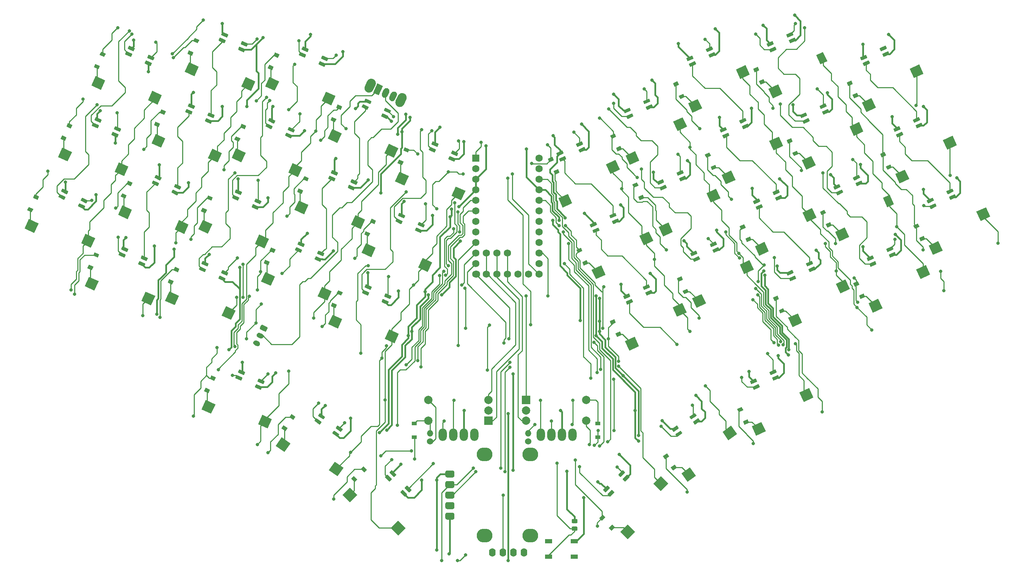
<source format=gbr>
%TF.GenerationSoftware,KiCad,Pcbnew,(5.1.10)-1*%
%TF.CreationDate,2021-12-17T13:55:30-08:00*%
%TF.ProjectId,barobord,6261726f-626f-4726-942e-6b696361645f,rev?*%
%TF.SameCoordinates,Original*%
%TF.FileFunction,Copper,L2,Bot*%
%TF.FilePolarity,Positive*%
%FSLAX46Y46*%
G04 Gerber Fmt 4.6, Leading zero omitted, Abs format (unit mm)*
G04 Created by KiCad (PCBNEW (5.1.10)-1) date 2021-12-17 13:55:30*
%MOMM*%
%LPD*%
G01*
G04 APERTURE LIST*
%TA.AperFunction,SMDPad,CuDef*%
%ADD10C,0.100000*%
%TD*%
%TA.AperFunction,ComponentPad*%
%ADD11C,0.100000*%
%TD*%
%TA.AperFunction,ComponentPad*%
%ADD12C,1.752600*%
%TD*%
%TA.AperFunction,ComponentPad*%
%ADD13R,1.752600X1.752600*%
%TD*%
%TA.AperFunction,ComponentPad*%
%ADD14O,2.000000X3.000000*%
%TD*%
%TA.AperFunction,ComponentPad*%
%ADD15O,1.524000X1.524000*%
%TD*%
%TA.AperFunction,ComponentPad*%
%ADD16C,1.524000*%
%TD*%
%TA.AperFunction,ComponentPad*%
%ADD17R,2.000000X2.000000*%
%TD*%
%TA.AperFunction,ComponentPad*%
%ADD18C,2.000000*%
%TD*%
%TA.AperFunction,ComponentPad*%
%ADD19O,1.600000X2.000000*%
%TD*%
%TA.AperFunction,SMDPad,CuDef*%
%ADD20R,1.200000X0.900000*%
%TD*%
%TA.AperFunction,ComponentPad*%
%ADD21O,3.800000X3.300000*%
%TD*%
%TA.AperFunction,SMDPad,CuDef*%
%ADD22R,1.800000X1.100000*%
%TD*%
%TA.AperFunction,ViaPad*%
%ADD23C,0.800000*%
%TD*%
%TA.AperFunction,Conductor*%
%ADD24C,0.381000*%
%TD*%
%TA.AperFunction,Conductor*%
%ADD25C,0.254000*%
%TD*%
G04 APERTURE END LIST*
%TO.P,J2,3*%
%TO.N,B-*%
%TA.AperFunction,ComponentPad*%
G36*
G01*
X79457720Y-101984403D02*
X79956190Y-102216843D01*
G75*
G02*
X80246404Y-103014199I-253571J-543785D01*
G01*
X80246404Y-103014199D01*
G75*
G02*
X79449048Y-103304413I-543785J253571D01*
G01*
X78950578Y-103071973D01*
G75*
G02*
X78660364Y-102274617I253571J543785D01*
G01*
X78660364Y-102274617D01*
G75*
G02*
X79457720Y-101984403I543785J-253571D01*
G01*
G37*
%TD.AperFunction*%
%TO.P,J2,2*%
%TO.N,Net-(J2-Pad2)*%
%TA.AperFunction,ComponentPad*%
G36*
G01*
X80302956Y-100171788D02*
X80801426Y-100404228D01*
G75*
G02*
X81091640Y-101201584I-253571J-543785D01*
G01*
X81091640Y-101201584D01*
G75*
G02*
X80294284Y-101491798I-543785J253571D01*
G01*
X79795814Y-101259358D01*
G75*
G02*
X79505600Y-100462002I253571J543785D01*
G01*
X79505600Y-100462002D01*
G75*
G02*
X80302956Y-100171788I543785J-253571D01*
G01*
G37*
%TD.AperFunction*%
%TO.P,J2,1*%
%TO.N,B-*%
%TA.AperFunction,ComponentPad*%
G36*
G01*
X80830985Y-98211256D02*
X81963871Y-98739529D01*
G75*
G02*
X82084793Y-99071759I-105654J-226576D01*
G01*
X81788959Y-99706176D01*
G75*
G02*
X81456729Y-99827098I-226576J105654D01*
G01*
X80323843Y-99298825D01*
G75*
G02*
X80202921Y-98966595I105654J226576D01*
G01*
X80498755Y-98332178D01*
G75*
G02*
X80830985Y-98211256I226576J-105654D01*
G01*
G37*
%TD.AperFunction*%
%TD*%
%TA.AperFunction,SMDPad,CuDef*%
D10*
%TO.P,SW29,2*%
%TO.N,col8*%
G36*
X231858424Y-66883004D02*
G01*
X232914970Y-69148773D01*
X231283616Y-69909486D01*
X230227070Y-67643717D01*
X231858424Y-66883004D01*
G37*
%TD.AperFunction*%
%TA.AperFunction,SMDPad,CuDef*%
%TO.P,SW29,1*%
%TO.N,Net-(D29-Pad2)*%
G36*
X221045649Y-74727664D02*
G01*
X222102194Y-76993433D01*
X219791109Y-78071110D01*
X218734564Y-75805341D01*
X221045649Y-74727664D01*
G37*
%TD.AperFunction*%
%TD*%
%TA.AperFunction,SMDPad,CuDef*%
%TO.P,SW9,2*%
%TO.N,col8*%
G36*
X215798930Y-32443310D02*
G01*
X216855476Y-34709079D01*
X215224122Y-35469792D01*
X214167576Y-33204023D01*
X215798930Y-32443310D01*
G37*
%TD.AperFunction*%
%TA.AperFunction,SMDPad,CuDef*%
%TO.P,SW9,1*%
%TO.N,Net-(D9-Pad2)*%
G36*
X204986155Y-40287970D02*
G01*
X206042700Y-42553739D01*
X203731615Y-43631416D01*
X202675070Y-41365647D01*
X204986155Y-40287970D01*
G37*
%TD.AperFunction*%
%TD*%
%TO.P,SW46,*%
%TO.N,*%
%TA.AperFunction,ComponentPad*%
G36*
G01*
X112935695Y-44171767D02*
X113485099Y-42993567D01*
G75*
G02*
X114946918Y-42461508I996939J-464880D01*
G01*
X114946918Y-42461508D01*
G75*
G02*
X115478977Y-43923327I-464880J-996939D01*
G01*
X114929573Y-45101527D01*
G75*
G02*
X113467754Y-45633586I-996939J464880D01*
G01*
X113467754Y-45633586D01*
G75*
G02*
X112935695Y-44171767I464880J996939D01*
G01*
G37*
%TD.AperFunction*%
%TA.AperFunction,ComponentPad*%
G36*
G01*
X105503971Y-40706298D02*
X106053375Y-39528098D01*
G75*
G02*
X107515194Y-38996039I996939J-464880D01*
G01*
X107515194Y-38996039D01*
G75*
G02*
X108047253Y-40457858I-464880J-996939D01*
G01*
X107497849Y-41636058D01*
G75*
G02*
X106036030Y-42168117I-996939J464880D01*
G01*
X106036030Y-42168117D01*
G75*
G02*
X105503971Y-40706298I464880J996939D01*
G01*
G37*
%TD.AperFunction*%
%TO.P,SW46,3*%
%TO.N,N/C*%
%TA.AperFunction,ComponentPad*%
G36*
G01*
X111413049Y-43296239D02*
X111835667Y-42389931D01*
G75*
G02*
X112832362Y-42027164I679731J-316964D01*
G01*
X112832362Y-42027164D01*
G75*
G02*
X113195129Y-43023859I-316964J-679731D01*
G01*
X112772511Y-43930167D01*
G75*
G02*
X111775816Y-44292934I-679731J316964D01*
G01*
X111775816Y-44292934D01*
G75*
G02*
X111413049Y-43296239I316964J679731D01*
G01*
G37*
%TD.AperFunction*%
%TO.P,SW46,2*%
%TO.N,Net-(J2-Pad2)*%
%TA.AperFunction,ComponentPad*%
G36*
G01*
X109600434Y-42451003D02*
X110023052Y-41544695D01*
G75*
G02*
X111019747Y-41181928I679731J-316964D01*
G01*
X111019747Y-41181928D01*
G75*
G02*
X111382514Y-42178623I-316964J-679731D01*
G01*
X110959896Y-43084931D01*
G75*
G02*
X109963201Y-43447698I-679731J316964D01*
G01*
X109963201Y-43447698D01*
G75*
G02*
X109600434Y-42451003I316964J679731D01*
G01*
G37*
%TD.AperFunction*%
%TA.AperFunction,ComponentPad*%
D11*
%TO.P,SW46,1*%
%TO.N,B+*%
G36*
X107470854Y-42285497D02*
G01*
X108527400Y-40019728D01*
X109886862Y-40653655D01*
X108830316Y-42919424D01*
X107470854Y-42285497D01*
G37*
%TD.AperFunction*%
%TD*%
%TO.P,D56,3*%
%TO.N,GND*%
%TA.AperFunction,SMDPad,CuDef*%
G36*
G01*
X114828037Y-72564683D02*
X113526579Y-71957803D01*
G75*
G02*
X113486917Y-71848831I34655J74317D01*
G01*
X113764155Y-71254293D01*
G75*
G02*
X113873127Y-71214631I74317J-34655D01*
G01*
X115174585Y-71821511D01*
G75*
G02*
X115214247Y-71930483I-34655J-74317D01*
G01*
X114937009Y-72525021D01*
G75*
G02*
X114828037Y-72564683I-74317J34655D01*
G01*
G37*
%TD.AperFunction*%
%TO.P,D56,4*%
%TO.N,Net-(D55-Pad2)*%
%TA.AperFunction,SMDPad,CuDef*%
G36*
G01*
X114194109Y-73924145D02*
X112892651Y-73317265D01*
G75*
G02*
X112852989Y-73208293I34655J74317D01*
G01*
X113130227Y-72613755D01*
G75*
G02*
X113239199Y-72574093I74317J-34655D01*
G01*
X114540657Y-73180973D01*
G75*
G02*
X114580319Y-73289945I-34655J-74317D01*
G01*
X114303081Y-73884483D01*
G75*
G02*
X114194109Y-73924145I-74317J34655D01*
G01*
G37*
%TD.AperFunction*%
%TO.P,D56,2*%
%TO.N,Net-(D56-Pad2)*%
%TA.AperFunction,SMDPad,CuDef*%
G36*
G01*
X119540837Y-74762298D02*
X118239379Y-74155418D01*
G75*
G02*
X118199717Y-74046446I34655J74317D01*
G01*
X118476955Y-73451908D01*
G75*
G02*
X118585927Y-73412246I74317J-34655D01*
G01*
X119887385Y-74019126D01*
G75*
G02*
X119927047Y-74128098I-34655J-74317D01*
G01*
X119649809Y-74722636D01*
G75*
G02*
X119540837Y-74762298I-74317J34655D01*
G01*
G37*
%TD.AperFunction*%
%TO.P,D56,1*%
%TO.N,+5V*%
%TA.AperFunction,SMDPad,CuDef*%
G36*
G01*
X118906910Y-76121760D02*
X117605452Y-75514880D01*
G75*
G02*
X117565790Y-75405908I34655J74317D01*
G01*
X117843028Y-74811370D01*
G75*
G02*
X117952000Y-74771708I74317J-34655D01*
G01*
X119253458Y-75378588D01*
G75*
G02*
X119293120Y-75487560I-34655J-74317D01*
G01*
X119015882Y-76082098D01*
G75*
G02*
X118906910Y-76121760I-74317J34655D01*
G01*
G37*
%TD.AperFunction*%
%TD*%
D12*
%TO.P,U2,1*%
%TO.N,led*%
X132173857Y-58081176D03*
%TO.P,U2,2*%
%TO.N,col0*%
X132173857Y-60621176D03*
%TO.P,U2,3*%
%TO.N,GND*%
X132173857Y-63161176D03*
%TO.P,U2,4*%
X132173857Y-65701176D03*
%TO.P,U2,5*%
%TO.N,sda*%
X132173857Y-68241176D03*
%TO.P,U2,6*%
%TO.N,scl*%
X132173857Y-70781176D03*
%TO.P,U2,7*%
%TO.N,col1*%
X132173857Y-73321176D03*
%TO.P,U2,8*%
%TO.N,col2*%
X132173857Y-75861176D03*
%TO.P,U2,9*%
%TO.N,col3*%
X132173857Y-78401176D03*
%TO.P,U2,10*%
%TO.N,col4*%
X132173857Y-80941176D03*
%TO.P,U2,11*%
%TO.N,row3*%
X132173857Y-83481176D03*
%TO.P,U2,13*%
%TO.N,row0*%
X147413857Y-86021176D03*
%TO.P,U2,14*%
%TO.N,row4*%
X147413857Y-83481176D03*
%TO.P,U2,15*%
%TO.N,ENC2A*%
X147413857Y-80941176D03*
%TO.P,U2,16*%
%TO.N,col8*%
X147413857Y-78401176D03*
%TO.P,U2,17*%
%TO.N,col7*%
X147413857Y-75861176D03*
%TO.P,U2,18*%
%TO.N,col6*%
X147413857Y-73321176D03*
%TO.P,U2,19*%
%TO.N,col5*%
X147413857Y-70781176D03*
%TO.P,U2,20*%
%TO.N,row1*%
X147413857Y-68241176D03*
%TO.P,U2,21*%
%TO.N,+5V*%
X147413857Y-65701176D03*
%TO.P,U2,22*%
%TO.N,RESET*%
X147413857Y-63161176D03*
%TO.P,U2,23*%
%TO.N,B-*%
X147413857Y-60621176D03*
%TO.P,U2,12*%
%TO.N,row2*%
X132173857Y-86021176D03*
%TO.P,U2,24*%
%TO.N,B+*%
X147413857Y-58081176D03*
%TO.P,U2,31*%
%TO.N,ENC1B*%
X134713857Y-80941176D03*
%TO.P,U2,32*%
%TO.N,ENC1A*%
X137253857Y-80941176D03*
%TO.P,U2,33*%
%TO.N,ENC2B*%
X139793857Y-80941176D03*
%TD*%
%TO.P,U1,25*%
%TO.N,ENC1B*%
X134713857Y-86021176D03*
%TO.P,U1,26*%
%TO.N,ENC1A*%
X137253857Y-86021176D03*
%TO.P,U1,27*%
%TO.N,ENC2B*%
X139793857Y-86021176D03*
%TO.P,U1,28*%
%TO.N,Net-(U1-Pad28)*%
X142333857Y-86021176D03*
%TO.P,U1,29*%
%TO.N,Net-(U1-Pad29)*%
X144873857Y-86021176D03*
%TO.P,U1,24*%
%TO.N,B+*%
X147413857Y-58081176D03*
%TO.P,U1,12*%
%TO.N,row2*%
X132402457Y-86021176D03*
%TO.P,U1,23*%
%TO.N,B-*%
X147413857Y-60621176D03*
%TO.P,U1,22*%
%TO.N,RESET*%
X147413857Y-63161176D03*
%TO.P,U1,21*%
%TO.N,+5V*%
X147413857Y-65701176D03*
%TO.P,U1,20*%
%TO.N,row1*%
X147413857Y-68241176D03*
%TO.P,U1,19*%
%TO.N,col5*%
X147413857Y-70781176D03*
%TO.P,U1,18*%
%TO.N,col6*%
X147413857Y-73321176D03*
%TO.P,U1,17*%
%TO.N,col7*%
X147413857Y-75861176D03*
%TO.P,U1,16*%
%TO.N,col8*%
X147413857Y-78401176D03*
%TO.P,U1,15*%
%TO.N,ENC2A*%
X147413857Y-80941176D03*
%TO.P,U1,14*%
%TO.N,row4*%
X147413857Y-83481176D03*
%TO.P,U1,13*%
%TO.N,row0*%
X147413857Y-86021176D03*
%TO.P,U1,11*%
%TO.N,row3*%
X132173857Y-83481176D03*
%TO.P,U1,10*%
%TO.N,col4*%
X132173857Y-80941176D03*
%TO.P,U1,9*%
%TO.N,col3*%
X132173857Y-78401176D03*
%TO.P,U1,8*%
%TO.N,col2*%
X132173857Y-75861176D03*
%TO.P,U1,7*%
%TO.N,col1*%
X132173857Y-73321176D03*
%TO.P,U1,6*%
%TO.N,scl*%
X132173857Y-70781176D03*
%TO.P,U1,5*%
%TO.N,sda*%
X132173857Y-68241176D03*
%TO.P,U1,4*%
%TO.N,GND*%
X132173857Y-65701176D03*
%TO.P,U1,3*%
X132173857Y-63161176D03*
%TO.P,U1,2*%
%TO.N,col0*%
X132173857Y-60621176D03*
D13*
%TO.P,U1,1*%
%TO.N,led*%
X132173857Y-58081176D03*
%TD*%
%TO.P,D59,3*%
%TO.N,GND*%
%TA.AperFunction,SMDPad,CuDef*%
G36*
G01*
X95434722Y-120991758D02*
X94258420Y-120168102D01*
G75*
G02*
X94238283Y-120053899I47033J67170D01*
G01*
X94614549Y-119516535D01*
G75*
G02*
X94728752Y-119496398I67170J-47033D01*
G01*
X95905054Y-120320054D01*
G75*
G02*
X95925191Y-120434257I-47033J-67170D01*
G01*
X95548925Y-120971621D01*
G75*
G02*
X95434722Y-120991758I-67170J47033D01*
G01*
G37*
%TD.AperFunction*%
%TO.P,D59,4*%
%TO.N,Net-(D58-Pad2)*%
%TA.AperFunction,SMDPad,CuDef*%
G36*
G01*
X94574357Y-122220486D02*
X93398055Y-121396830D01*
G75*
G02*
X93377918Y-121282627I47033J67170D01*
G01*
X93754184Y-120745263D01*
G75*
G02*
X93868387Y-120725126I67170J-47033D01*
G01*
X95044689Y-121548782D01*
G75*
G02*
X95064826Y-121662985I-47033J-67170D01*
G01*
X94688560Y-122200349D01*
G75*
G02*
X94574357Y-122220486I-67170J47033D01*
G01*
G37*
%TD.AperFunction*%
%TO.P,D59,2*%
%TO.N,Net-(D59-Pad2)*%
%TA.AperFunction,SMDPad,CuDef*%
G36*
G01*
X99694312Y-123974355D02*
X98518010Y-123150699D01*
G75*
G02*
X98497873Y-123036496I47033J67170D01*
G01*
X98874139Y-122499132D01*
G75*
G02*
X98988342Y-122478995I67170J-47033D01*
G01*
X100164644Y-123302651D01*
G75*
G02*
X100184781Y-123416854I-47033J-67170D01*
G01*
X99808515Y-123954218D01*
G75*
G02*
X99694312Y-123974355I-67170J47033D01*
G01*
G37*
%TD.AperFunction*%
%TO.P,D59,1*%
%TO.N,+5V*%
%TA.AperFunction,SMDPad,CuDef*%
G36*
G01*
X98833948Y-125203083D02*
X97657646Y-124379427D01*
G75*
G02*
X97637509Y-124265224I47033J67170D01*
G01*
X98013775Y-123727860D01*
G75*
G02*
X98127978Y-123707723I67170J-47033D01*
G01*
X99304280Y-124531379D01*
G75*
G02*
X99324417Y-124645582I-47033J-67170D01*
G01*
X98948151Y-125182946D01*
G75*
G02*
X98833948Y-125203083I-67170J47033D01*
G01*
G37*
%TD.AperFunction*%
%TD*%
D14*
%TO.P,SW45,NC*%
%TO.N,Net-(SW45-PadNC)*%
X155463857Y-124659177D03*
%TO.P,SW45,C*%
%TO.N,GND*%
X152923857Y-124659177D03*
%TO.P,SW45,B*%
%TO.N,ENC2B*%
X150383857Y-124659177D03*
%TO.P,SW45,A*%
%TO.N,ENC2A*%
X147843857Y-124659177D03*
D15*
%TO.P,SW45,S2*%
%TO.N,Net-(D82-Pad2)*%
X144843857Y-124309177D03*
D16*
%TO.P,SW45,S1*%
%TO.N,col3*%
X144843857Y-126309177D03*
%TD*%
D17*
%TO.P,SW43,A*%
%TO.N,ENC2A*%
X144293857Y-116309177D03*
D18*
%TO.P,SW43,C*%
%TO.N,GND*%
X144293857Y-118809177D03*
%TO.P,SW43,B*%
%TO.N,ENC2B*%
X144293857Y-121309177D03*
%TO.P,SW43,S2*%
%TO.N,Net-(D82-Pad2)*%
X158793857Y-116309177D03*
%TO.P,SW43,S1*%
%TO.N,col3*%
X158793857Y-121309177D03*
%TD*%
D17*
%TO.P,SW42,A*%
%TO.N,ENC1A*%
X135293857Y-121309176D03*
D18*
%TO.P,SW42,C*%
%TO.N,GND*%
X135293857Y-118809176D03*
%TO.P,SW42,B*%
%TO.N,ENC1B*%
X135293857Y-116309176D03*
%TO.P,SW42,S2*%
%TO.N,Net-(D81-Pad2)*%
X120793857Y-121309176D03*
%TO.P,SW42,S1*%
%TO.N,col4*%
X120793857Y-116309176D03*
%TD*%
D14*
%TO.P,SW44,NC*%
%TO.N,Net-(SW44-PadNC)*%
X131863858Y-124659177D03*
%TO.P,SW44,C*%
%TO.N,GND*%
X129323858Y-124659177D03*
%TO.P,SW44,B*%
%TO.N,ENC1B*%
X126783858Y-124659177D03*
%TO.P,SW44,A*%
%TO.N,ENC1A*%
X124243858Y-124659177D03*
D15*
%TO.P,SW44,S2*%
%TO.N,Net-(D81-Pad2)*%
X121243858Y-124309177D03*
D16*
%TO.P,SW44,S1*%
%TO.N,col4*%
X121243858Y-126309177D03*
%TD*%
D19*
%TO.P,Brd1,2*%
%TO.N,+5V*%
X141273858Y-153009176D03*
%TO.P,Brd1,1*%
%TO.N,GND*%
X143813858Y-153009176D03*
%TO.P,Brd1,3*%
%TO.N,scl*%
X138733858Y-153009176D03*
%TO.P,Brd1,4*%
%TO.N,sda*%
X136193858Y-153009176D03*
%TD*%
D20*
%TO.P,D82,2*%
%TO.N,Net-(D82-Pad2)*%
X161593857Y-121959176D03*
%TO.P,D82,1*%
%TO.N,row4*%
X161593857Y-125259176D03*
%TD*%
%TO.P,D81,2*%
%TO.N,Net-(D81-Pad2)*%
X117393857Y-121959176D03*
%TO.P,D81,1*%
%TO.N,row4*%
X117393857Y-125259176D03*
%TD*%
D21*
%TO.P,J1,9*%
%TO.N,N/C*%
X134293857Y-129409177D03*
%TO.P,J1,8*%
X145293857Y-129409177D03*
%TO.P,J1,7*%
X145293857Y-149009177D03*
%TO.P,J1,6*%
X134293857Y-149009177D03*
%TO.P,J1,1*%
%TO.N,+5V*%
%TA.AperFunction,ComponentPad*%
G36*
G01*
X127069857Y-133704177D02*
X127069857Y-134554177D01*
G75*
G02*
X126644857Y-134979177I-425000J0D01*
G01*
X125294857Y-134979177D01*
G75*
G02*
X124869857Y-134554177I0J425000D01*
G01*
X124869857Y-133704177D01*
G75*
G02*
X125294857Y-133279177I425000J0D01*
G01*
X126644857Y-133279177D01*
G75*
G02*
X127069857Y-133704177I0J-425000D01*
G01*
G37*
%TD.AperFunction*%
%TO.P,J1,2*%
%TO.N,sda*%
%TA.AperFunction,ComponentPad*%
G36*
G01*
X126644857Y-137519177D02*
X125294857Y-137519177D01*
G75*
G02*
X124869857Y-137094177I0J425000D01*
G01*
X124869857Y-136244177D01*
G75*
G02*
X125294857Y-135819177I425000J0D01*
G01*
X126644857Y-135819177D01*
G75*
G02*
X127069857Y-136244177I0J-425000D01*
G01*
X127069857Y-137094177D01*
G75*
G02*
X126644857Y-137519177I-425000J0D01*
G01*
G37*
%TD.AperFunction*%
%TO.P,J1,3*%
%TO.N,scl*%
%TA.AperFunction,ComponentPad*%
G36*
G01*
X126644857Y-140059177D02*
X125294857Y-140059177D01*
G75*
G02*
X124869857Y-139634177I0J425000D01*
G01*
X124869857Y-138784177D01*
G75*
G02*
X125294857Y-138359177I425000J0D01*
G01*
X126644857Y-138359177D01*
G75*
G02*
X127069857Y-138784177I0J-425000D01*
G01*
X127069857Y-139634177D01*
G75*
G02*
X126644857Y-140059177I-425000J0D01*
G01*
G37*
%TD.AperFunction*%
%TO.P,J1,4*%
%TO.N,Net-(J1-Pad4)*%
%TA.AperFunction,ComponentPad*%
G36*
G01*
X126644857Y-142599177D02*
X125294857Y-142599177D01*
G75*
G02*
X124869857Y-142174177I0J425000D01*
G01*
X124869857Y-141324177D01*
G75*
G02*
X125294857Y-140899177I425000J0D01*
G01*
X126644857Y-140899177D01*
G75*
G02*
X127069857Y-141324177I0J-425000D01*
G01*
X127069857Y-142174177D01*
G75*
G02*
X126644857Y-142599177I-425000J0D01*
G01*
G37*
%TD.AperFunction*%
%TO.P,J1,5*%
%TO.N,GND*%
%TA.AperFunction,ComponentPad*%
G36*
G01*
X126644857Y-145139177D02*
X125294857Y-145139177D01*
G75*
G02*
X124869857Y-144714177I0J425000D01*
G01*
X124869857Y-143864177D01*
G75*
G02*
X125294857Y-143439177I425000J0D01*
G01*
X126644857Y-143439177D01*
G75*
G02*
X127069857Y-143864177I0J-425000D01*
G01*
X127069857Y-144714177D01*
G75*
G02*
X126644857Y-145139177I-425000J0D01*
G01*
G37*
%TD.AperFunction*%
%TD*%
%TO.P,D57,3*%
%TO.N,GND*%
%TA.AperFunction,SMDPad,CuDef*%
G36*
G01*
X106798290Y-89784530D02*
X105496832Y-89177650D01*
G75*
G02*
X105457170Y-89068678I34655J74317D01*
G01*
X105734408Y-88474140D01*
G75*
G02*
X105843380Y-88434478I74317J-34655D01*
G01*
X107144838Y-89041358D01*
G75*
G02*
X107184500Y-89150330I-34655J-74317D01*
G01*
X106907262Y-89744868D01*
G75*
G02*
X106798290Y-89784530I-74317J34655D01*
G01*
G37*
%TD.AperFunction*%
%TO.P,D57,4*%
%TO.N,Net-(D56-Pad2)*%
%TA.AperFunction,SMDPad,CuDef*%
G36*
G01*
X106164362Y-91143992D02*
X104862904Y-90537112D01*
G75*
G02*
X104823242Y-90428140I34655J74317D01*
G01*
X105100480Y-89833602D01*
G75*
G02*
X105209452Y-89793940I74317J-34655D01*
G01*
X106510910Y-90400820D01*
G75*
G02*
X106550572Y-90509792I-34655J-74317D01*
G01*
X106273334Y-91104330D01*
G75*
G02*
X106164362Y-91143992I-74317J34655D01*
G01*
G37*
%TD.AperFunction*%
%TO.P,D57,2*%
%TO.N,Net-(D57-Pad2)*%
%TA.AperFunction,SMDPad,CuDef*%
G36*
G01*
X111511090Y-91982145D02*
X110209632Y-91375265D01*
G75*
G02*
X110169970Y-91266293I34655J74317D01*
G01*
X110447208Y-90671755D01*
G75*
G02*
X110556180Y-90632093I74317J-34655D01*
G01*
X111857638Y-91238973D01*
G75*
G02*
X111897300Y-91347945I-34655J-74317D01*
G01*
X111620062Y-91942483D01*
G75*
G02*
X111511090Y-91982145I-74317J34655D01*
G01*
G37*
%TD.AperFunction*%
%TO.P,D57,1*%
%TO.N,+5V*%
%TA.AperFunction,SMDPad,CuDef*%
G36*
G01*
X110877163Y-93341607D02*
X109575705Y-92734727D01*
G75*
G02*
X109536043Y-92625755I34655J74317D01*
G01*
X109813281Y-92031217D01*
G75*
G02*
X109922253Y-91991555I74317J-34655D01*
G01*
X111223711Y-92598435D01*
G75*
G02*
X111263373Y-92707407I-34655J-74317D01*
G01*
X110986135Y-93301945D01*
G75*
G02*
X110877163Y-93341607I-74317J34655D01*
G01*
G37*
%TD.AperFunction*%
%TD*%
%TO.P,D45,3*%
%TO.N,GND*%
%TA.AperFunction,SMDPad,CuDef*%
G36*
G01*
X56195294Y-63429520D02*
X54893836Y-62822640D01*
G75*
G02*
X54854174Y-62713668I34655J74317D01*
G01*
X55131412Y-62119130D01*
G75*
G02*
X55240384Y-62079468I74317J-34655D01*
G01*
X56541842Y-62686348D01*
G75*
G02*
X56581504Y-62795320I-34655J-74317D01*
G01*
X56304266Y-63389858D01*
G75*
G02*
X56195294Y-63429520I-74317J34655D01*
G01*
G37*
%TD.AperFunction*%
%TO.P,D45,4*%
%TO.N,Net-(D44-Pad2)*%
%TA.AperFunction,SMDPad,CuDef*%
G36*
G01*
X55561366Y-64788982D02*
X54259908Y-64182102D01*
G75*
G02*
X54220246Y-64073130I34655J74317D01*
G01*
X54497484Y-63478592D01*
G75*
G02*
X54606456Y-63438930I74317J-34655D01*
G01*
X55907914Y-64045810D01*
G75*
G02*
X55947576Y-64154782I-34655J-74317D01*
G01*
X55670338Y-64749320D01*
G75*
G02*
X55561366Y-64788982I-74317J34655D01*
G01*
G37*
%TD.AperFunction*%
%TO.P,D45,2*%
%TO.N,Net-(D45-Pad2)*%
%TA.AperFunction,SMDPad,CuDef*%
G36*
G01*
X60908094Y-65627135D02*
X59606636Y-65020255D01*
G75*
G02*
X59566974Y-64911283I34655J74317D01*
G01*
X59844212Y-64316745D01*
G75*
G02*
X59953184Y-64277083I74317J-34655D01*
G01*
X61254642Y-64883963D01*
G75*
G02*
X61294304Y-64992935I-34655J-74317D01*
G01*
X61017066Y-65587473D01*
G75*
G02*
X60908094Y-65627135I-74317J34655D01*
G01*
G37*
%TD.AperFunction*%
%TO.P,D45,1*%
%TO.N,+5V*%
%TA.AperFunction,SMDPad,CuDef*%
G36*
G01*
X60274167Y-66986597D02*
X58972709Y-66379717D01*
G75*
G02*
X58933047Y-66270745I34655J74317D01*
G01*
X59210285Y-65676207D01*
G75*
G02*
X59319257Y-65636545I74317J-34655D01*
G01*
X60620715Y-66243425D01*
G75*
G02*
X60660377Y-66352397I-34655J-74317D01*
G01*
X60383139Y-66946935D01*
G75*
G02*
X60274167Y-66986597I-74317J34655D01*
G01*
G37*
%TD.AperFunction*%
%TD*%
%TO.P,D65,3*%
%TO.N,GND*%
%TA.AperFunction,SMDPad,CuDef*%
G36*
G01*
X161343151Y-74155418D02*
X160041693Y-74762298D01*
G75*
G02*
X159932721Y-74722636I-34655J74317D01*
G01*
X159655483Y-74128098D01*
G75*
G02*
X159695145Y-74019126I74317J34655D01*
G01*
X160996603Y-73412246D01*
G75*
G02*
X161105575Y-73451908I34655J-74317D01*
G01*
X161382813Y-74046446D01*
G75*
G02*
X161343151Y-74155418I-74317J-34655D01*
G01*
G37*
%TD.AperFunction*%
%TO.P,D65,4*%
%TO.N,Net-(D64-Pad2)*%
%TA.AperFunction,SMDPad,CuDef*%
G36*
G01*
X161977078Y-75514880D02*
X160675620Y-76121760D01*
G75*
G02*
X160566648Y-76082098I-34655J74317D01*
G01*
X160289410Y-75487560D01*
G75*
G02*
X160329072Y-75378588I74317J34655D01*
G01*
X161630530Y-74771708D01*
G75*
G02*
X161739502Y-74811370I34655J-74317D01*
G01*
X162016740Y-75405908D01*
G75*
G02*
X161977078Y-75514880I-74317J-34655D01*
G01*
G37*
%TD.AperFunction*%
%TO.P,D65,2*%
%TO.N,Net-(D65-Pad2)*%
%TA.AperFunction,SMDPad,CuDef*%
G36*
G01*
X166055951Y-71957803D02*
X164754493Y-72564683D01*
G75*
G02*
X164645521Y-72525021I-34655J74317D01*
G01*
X164368283Y-71930483D01*
G75*
G02*
X164407945Y-71821511I74317J34655D01*
G01*
X165709403Y-71214631D01*
G75*
G02*
X165818375Y-71254293I34655J-74317D01*
G01*
X166095613Y-71848831D01*
G75*
G02*
X166055951Y-71957803I-74317J-34655D01*
G01*
G37*
%TD.AperFunction*%
%TO.P,D65,1*%
%TO.N,+5V*%
%TA.AperFunction,SMDPad,CuDef*%
G36*
G01*
X166689879Y-73317265D02*
X165388421Y-73924145D01*
G75*
G02*
X165279449Y-73884483I-34655J74317D01*
G01*
X165002211Y-73289945D01*
G75*
G02*
X165041873Y-73180973I74317J34655D01*
G01*
X166343331Y-72574093D01*
G75*
G02*
X166452303Y-72613755I34655J-74317D01*
G01*
X166729541Y-73208293D01*
G75*
G02*
X166689879Y-73317265I-74317J-34655D01*
G01*
G37*
%TD.AperFunction*%
%TD*%
%TO.P,D53,3*%
%TO.N,GND*%
%TA.AperFunction,SMDPad,CuDef*%
G36*
G01*
X98664735Y-62269166D02*
X97363277Y-61662286D01*
G75*
G02*
X97323615Y-61553314I34655J74317D01*
G01*
X97600853Y-60958776D01*
G75*
G02*
X97709825Y-60919114I74317J-34655D01*
G01*
X99011283Y-61525994D01*
G75*
G02*
X99050945Y-61634966I-34655J-74317D01*
G01*
X98773707Y-62229504D01*
G75*
G02*
X98664735Y-62269166I-74317J34655D01*
G01*
G37*
%TD.AperFunction*%
%TO.P,D53,4*%
%TO.N,Net-(D52-Pad2)*%
%TA.AperFunction,SMDPad,CuDef*%
G36*
G01*
X98030807Y-63628628D02*
X96729349Y-63021748D01*
G75*
G02*
X96689687Y-62912776I34655J74317D01*
G01*
X96966925Y-62318238D01*
G75*
G02*
X97075897Y-62278576I74317J-34655D01*
G01*
X98377355Y-62885456D01*
G75*
G02*
X98417017Y-62994428I-34655J-74317D01*
G01*
X98139779Y-63588966D01*
G75*
G02*
X98030807Y-63628628I-74317J34655D01*
G01*
G37*
%TD.AperFunction*%
%TO.P,D53,2*%
%TO.N,Net-(D53-Pad2)*%
%TA.AperFunction,SMDPad,CuDef*%
G36*
G01*
X103377535Y-64466781D02*
X102076077Y-63859901D01*
G75*
G02*
X102036415Y-63750929I34655J74317D01*
G01*
X102313653Y-63156391D01*
G75*
G02*
X102422625Y-63116729I74317J-34655D01*
G01*
X103724083Y-63723609D01*
G75*
G02*
X103763745Y-63832581I-34655J-74317D01*
G01*
X103486507Y-64427119D01*
G75*
G02*
X103377535Y-64466781I-74317J34655D01*
G01*
G37*
%TD.AperFunction*%
%TO.P,D53,1*%
%TO.N,+5V*%
%TA.AperFunction,SMDPad,CuDef*%
G36*
G01*
X102743608Y-65826243D02*
X101442150Y-65219363D01*
G75*
G02*
X101402488Y-65110391I34655J74317D01*
G01*
X101679726Y-64515853D01*
G75*
G02*
X101788698Y-64476191I74317J-34655D01*
G01*
X103090156Y-65083071D01*
G75*
G02*
X103129818Y-65192043I-34655J-74317D01*
G01*
X102852580Y-65786581D01*
G75*
G02*
X102743608Y-65826243I-74317J34655D01*
G01*
G37*
%TD.AperFunction*%
%TD*%
%TO.P,D52,3*%
%TO.N,GND*%
%TA.AperFunction,SMDPad,CuDef*%
G36*
G01*
X90634988Y-79489014D02*
X89333530Y-78882134D01*
G75*
G02*
X89293868Y-78773162I34655J74317D01*
G01*
X89571106Y-78178624D01*
G75*
G02*
X89680078Y-78138962I74317J-34655D01*
G01*
X90981536Y-78745842D01*
G75*
G02*
X91021198Y-78854814I-34655J-74317D01*
G01*
X90743960Y-79449352D01*
G75*
G02*
X90634988Y-79489014I-74317J34655D01*
G01*
G37*
%TD.AperFunction*%
%TO.P,D52,4*%
%TO.N,Net-(D51-Pad2)*%
%TA.AperFunction,SMDPad,CuDef*%
G36*
G01*
X90001060Y-80848476D02*
X88699602Y-80241596D01*
G75*
G02*
X88659940Y-80132624I34655J74317D01*
G01*
X88937178Y-79538086D01*
G75*
G02*
X89046150Y-79498424I74317J-34655D01*
G01*
X90347608Y-80105304D01*
G75*
G02*
X90387270Y-80214276I-34655J-74317D01*
G01*
X90110032Y-80808814D01*
G75*
G02*
X90001060Y-80848476I-74317J34655D01*
G01*
G37*
%TD.AperFunction*%
%TO.P,D52,2*%
%TO.N,Net-(D52-Pad2)*%
%TA.AperFunction,SMDPad,CuDef*%
G36*
G01*
X95347788Y-81686629D02*
X94046330Y-81079749D01*
G75*
G02*
X94006668Y-80970777I34655J74317D01*
G01*
X94283906Y-80376239D01*
G75*
G02*
X94392878Y-80336577I74317J-34655D01*
G01*
X95694336Y-80943457D01*
G75*
G02*
X95733998Y-81052429I-34655J-74317D01*
G01*
X95456760Y-81646967D01*
G75*
G02*
X95347788Y-81686629I-74317J34655D01*
G01*
G37*
%TD.AperFunction*%
%TO.P,D52,1*%
%TO.N,+5V*%
%TA.AperFunction,SMDPad,CuDef*%
G36*
G01*
X94713861Y-83046091D02*
X93412403Y-82439211D01*
G75*
G02*
X93372741Y-82330239I34655J74317D01*
G01*
X93649979Y-81735701D01*
G75*
G02*
X93758951Y-81696039I74317J-34655D01*
G01*
X95060409Y-82302919D01*
G75*
G02*
X95100071Y-82411891I-34655J-74317D01*
G01*
X94822833Y-83006429D01*
G75*
G02*
X94713861Y-83046091I-74317J34655D01*
G01*
G37*
%TD.AperFunction*%
%TD*%
%TO.P,D54,3*%
%TO.N,GND*%
%TA.AperFunction,SMDPad,CuDef*%
G36*
G01*
X106694482Y-45049319D02*
X105393024Y-44442439D01*
G75*
G02*
X105353362Y-44333467I34655J74317D01*
G01*
X105630600Y-43738929D01*
G75*
G02*
X105739572Y-43699267I74317J-34655D01*
G01*
X107041030Y-44306147D01*
G75*
G02*
X107080692Y-44415119I-34655J-74317D01*
G01*
X106803454Y-45009657D01*
G75*
G02*
X106694482Y-45049319I-74317J34655D01*
G01*
G37*
%TD.AperFunction*%
%TO.P,D54,4*%
%TO.N,Net-(D53-Pad2)*%
%TA.AperFunction,SMDPad,CuDef*%
G36*
G01*
X106060554Y-46408781D02*
X104759096Y-45801901D01*
G75*
G02*
X104719434Y-45692929I34655J74317D01*
G01*
X104996672Y-45098391D01*
G75*
G02*
X105105644Y-45058729I74317J-34655D01*
G01*
X106407102Y-45665609D01*
G75*
G02*
X106446764Y-45774581I-34655J-74317D01*
G01*
X106169526Y-46369119D01*
G75*
G02*
X106060554Y-46408781I-74317J34655D01*
G01*
G37*
%TD.AperFunction*%
%TO.P,D54,2*%
%TO.N,Net-(D54-Pad2)*%
%TA.AperFunction,SMDPad,CuDef*%
G36*
G01*
X111407282Y-47246934D02*
X110105824Y-46640054D01*
G75*
G02*
X110066162Y-46531082I34655J74317D01*
G01*
X110343400Y-45936544D01*
G75*
G02*
X110452372Y-45896882I74317J-34655D01*
G01*
X111753830Y-46503762D01*
G75*
G02*
X111793492Y-46612734I-34655J-74317D01*
G01*
X111516254Y-47207272D01*
G75*
G02*
X111407282Y-47246934I-74317J34655D01*
G01*
G37*
%TD.AperFunction*%
%TO.P,D54,1*%
%TO.N,+5V*%
%TA.AperFunction,SMDPad,CuDef*%
G36*
G01*
X110773355Y-48606396D02*
X109471897Y-47999516D01*
G75*
G02*
X109432235Y-47890544I34655J74317D01*
G01*
X109709473Y-47296006D01*
G75*
G02*
X109818445Y-47256344I74317J-34655D01*
G01*
X111119903Y-47863224D01*
G75*
G02*
X111159565Y-47972196I-34655J-74317D01*
G01*
X110882327Y-48566734D01*
G75*
G02*
X110773355Y-48606396I-74317J34655D01*
G01*
G37*
%TD.AperFunction*%
%TD*%
%TA.AperFunction,SMDPad,CuDef*%
D10*
%TO.P,SW24,2*%
%TO.N,col3*%
G36*
X97512120Y-90099539D02*
G01*
X96455575Y-92365308D01*
X94144490Y-91287631D01*
X95201035Y-89021862D01*
X97512120Y-90099539D01*
G37*
%TD.AperFunction*%
%TA.AperFunction,SMDPad,CuDef*%
%TO.P,SW24,1*%
%TO.N,Net-(D24-Pad2)*%
G36*
X83886307Y-86548298D02*
G01*
X82829762Y-88814067D01*
X80518677Y-87736390D01*
X81575222Y-85470621D01*
X83886307Y-86548298D01*
G37*
%TD.AperFunction*%
%TD*%
%TA.AperFunction,SMDPad,CuDef*%
%TO.P,SW4,2*%
%TO.N,col3*%
G36*
X113571614Y-55659844D02*
G01*
X112515069Y-57925613D01*
X110203984Y-56847936D01*
X111260529Y-54582167D01*
X113571614Y-55659844D01*
G37*
%TD.AperFunction*%
%TA.AperFunction,SMDPad,CuDef*%
%TO.P,SW4,1*%
%TO.N,Net-(D4-Pad2)*%
G36*
X99945801Y-52108603D02*
G01*
X98889256Y-54374372D01*
X96578171Y-53296695D01*
X97634716Y-51030926D01*
X99945801Y-52108603D01*
G37*
%TD.AperFunction*%
%TD*%
%TA.AperFunction,SMDPad,CuDef*%
%TO.P,SW14,2*%
%TO.N,col3*%
G36*
X105541867Y-72879691D02*
G01*
X104485322Y-75145460D01*
X102174237Y-74067783D01*
X103230782Y-71802014D01*
X105541867Y-72879691D01*
G37*
%TD.AperFunction*%
%TA.AperFunction,SMDPad,CuDef*%
%TO.P,SW14,1*%
%TO.N,Net-(D14-Pad2)*%
G36*
X91916054Y-69328450D02*
G01*
X90859509Y-71594219D01*
X88548424Y-70516542D01*
X89604969Y-68250773D01*
X91916054Y-69328450D01*
G37*
%TD.AperFunction*%
%TD*%
%TA.AperFunction,SMDPad,CuDef*%
%TO.P,SW34,2*%
%TO.N,col3*%
G36*
X100364876Y-132635286D02*
G01*
X98930935Y-134683166D01*
X96842098Y-133220546D01*
X98276039Y-131172666D01*
X100364876Y-132635286D01*
G37*
%TD.AperFunction*%
%TA.AperFunction,SMDPad,CuDef*%
%TO.P,SW34,1*%
%TO.N,Net-(D34-Pad2)*%
G36*
X87562736Y-126771899D02*
G01*
X86128795Y-128819779D01*
X84039958Y-127357159D01*
X85473899Y-125309279D01*
X87562736Y-126771899D01*
G37*
%TD.AperFunction*%
%TD*%
%TA.AperFunction,SMDPad,CuDef*%
%TO.P,SW7,2*%
%TO.N,col6*%
G36*
X182025372Y-48192179D02*
G01*
X183081917Y-50457948D01*
X180770832Y-51535625D01*
X179714287Y-49269856D01*
X182025372Y-48192179D01*
G37*
%TD.AperFunction*%
%TA.AperFunction,SMDPad,CuDef*%
%TO.P,SW7,1*%
%TO.N,Net-(D7-Pad2)*%
G36*
X170546460Y-56347463D02*
G01*
X171603005Y-58613232D01*
X169291920Y-59690909D01*
X168235375Y-57425140D01*
X170546460Y-56347463D01*
G37*
%TD.AperFunction*%
%TD*%
%TA.AperFunction,SMDPad,CuDef*%
%TO.P,SW40,2*%
%TO.N,col8*%
G36*
X240554307Y-83792227D02*
G01*
X241610852Y-86057996D01*
X239299767Y-87135673D01*
X238243222Y-84869904D01*
X240554307Y-83792227D01*
G37*
%TD.AperFunction*%
%TA.AperFunction,SMDPad,CuDef*%
%TO.P,SW40,1*%
%TO.N,Net-(D40-Pad2)*%
G36*
X229075395Y-91947511D02*
G01*
X230131940Y-94213280D01*
X227820855Y-95290957D01*
X226764310Y-93025188D01*
X229075395Y-91947511D01*
G37*
%TD.AperFunction*%
%TD*%
%TA.AperFunction,SMDPad,CuDef*%
%TO.P,SW39,2*%
%TO.N,col8*%
G36*
X221221370Y-87290434D02*
G01*
X222277915Y-89556203D01*
X219966830Y-90633880D01*
X218910285Y-88368111D01*
X221221370Y-87290434D01*
G37*
%TD.AperFunction*%
%TA.AperFunction,SMDPad,CuDef*%
%TO.P,SW39,1*%
%TO.N,Net-(D39-Pad2)*%
G36*
X209742458Y-95445718D02*
G01*
X210799003Y-97711487D01*
X208487918Y-98789164D01*
X207431373Y-96523395D01*
X209742458Y-95445718D01*
G37*
%TD.AperFunction*%
%TD*%
%TA.AperFunction,SMDPad,CuDef*%
%TO.P,SW38,2*%
%TO.N,col7*%
G36*
X212453886Y-113446337D02*
G01*
X213510431Y-115712106D01*
X211199346Y-116789783D01*
X210142801Y-114524014D01*
X212453886Y-113446337D01*
G37*
%TD.AperFunction*%
%TA.AperFunction,SMDPad,CuDef*%
%TO.P,SW38,1*%
%TO.N,Net-(D38-Pad2)*%
G36*
X200974974Y-121601621D02*
G01*
X202031519Y-123867390D01*
X199720434Y-124945067D01*
X198663889Y-122679298D01*
X200974974Y-121601621D01*
G37*
%TD.AperFunction*%
%TD*%
%TA.AperFunction,SMDPad,CuDef*%
%TO.P,SW37,2*%
%TO.N,col6*%
G36*
X193692068Y-122500189D02*
G01*
X195126009Y-124548069D01*
X193037172Y-126010689D01*
X191603231Y-123962809D01*
X193692068Y-122500189D01*
G37*
%TD.AperFunction*%
%TA.AperFunction,SMDPad,CuDef*%
%TO.P,SW37,1*%
%TO.N,Net-(D37-Pad2)*%
G36*
X183803696Y-132524869D02*
G01*
X185237637Y-134572749D01*
X183148800Y-136035369D01*
X181714859Y-133987489D01*
X183803696Y-132524869D01*
G37*
%TD.AperFunction*%
%TD*%
%TA.AperFunction,SMDPad,CuDef*%
%TO.P,SW36,2*%
%TO.N,col5*%
G36*
X176787471Y-134674450D02*
G01*
X178555238Y-136442217D01*
X176752115Y-138245340D01*
X174984348Y-136477573D01*
X176787471Y-134674450D01*
G37*
%TD.AperFunction*%
%TA.AperFunction,SMDPad,CuDef*%
%TO.P,SW36,1*%
%TO.N,Net-(D36-Pad2)*%
G36*
X168790094Y-146263930D02*
G01*
X170557861Y-148031697D01*
X168754738Y-149834820D01*
X166986971Y-148067053D01*
X168790094Y-146263930D01*
G37*
%TD.AperFunction*%
%TD*%
%TA.AperFunction,SMDPad,CuDef*%
%TO.P,SW35,2*%
%TO.N,col4*%
G36*
X115289635Y-147169027D02*
G01*
X113521868Y-148936794D01*
X111718745Y-147133671D01*
X113486512Y-145365904D01*
X115289635Y-147169027D01*
G37*
%TD.AperFunction*%
%TA.AperFunction,SMDPad,CuDef*%
%TO.P,SW35,1*%
%TO.N,Net-(D35-Pad2)*%
G36*
X103700155Y-139171650D02*
G01*
X101932388Y-140939417D01*
X100129265Y-139136294D01*
X101897032Y-137368527D01*
X103700155Y-139171650D01*
G37*
%TD.AperFunction*%
%TD*%
%TA.AperFunction,SMDPad,CuDef*%
%TO.P,SW33,2*%
%TO.N,col2*%
G36*
X83143100Y-120914003D02*
G01*
X82086555Y-123179772D01*
X79775470Y-122102095D01*
X80832015Y-119836326D01*
X83143100Y-120914003D01*
G37*
%TD.AperFunction*%
%TA.AperFunction,SMDPad,CuDef*%
%TO.P,SW33,1*%
%TO.N,Net-(D33-Pad2)*%
G36*
X69517287Y-117362762D02*
G01*
X68460742Y-119628531D01*
X66149657Y-118550854D01*
X67206202Y-116285085D01*
X69517287Y-117362762D01*
G37*
%TD.AperFunction*%
%TD*%
%TA.AperFunction,SMDPad,CuDef*%
%TO.P,SW32,2*%
%TO.N,col1*%
G36*
X74375617Y-94758100D02*
G01*
X73319072Y-97023869D01*
X71007987Y-95946192D01*
X72064532Y-93680423D01*
X74375617Y-94758100D01*
G37*
%TD.AperFunction*%
%TA.AperFunction,SMDPad,CuDef*%
%TO.P,SW32,1*%
%TO.N,Net-(D32-Pad2)*%
G36*
X60749804Y-91206859D02*
G01*
X59693259Y-93472628D01*
X57382174Y-92394951D01*
X58438719Y-90129182D01*
X60749804Y-91206859D01*
G37*
%TD.AperFunction*%
%TD*%
%TA.AperFunction,SMDPad,CuDef*%
%TO.P,SW31,2*%
%TO.N,col0*%
G36*
X55042680Y-91259892D02*
G01*
X53986135Y-93525661D01*
X51675050Y-92447984D01*
X52731595Y-90182215D01*
X55042680Y-91259892D01*
G37*
%TD.AperFunction*%
%TA.AperFunction,SMDPad,CuDef*%
%TO.P,SW31,1*%
%TO.N,Net-(D31-Pad2)*%
G36*
X41416867Y-87708651D02*
G01*
X40360322Y-89974420D01*
X38049237Y-88896743D01*
X39105782Y-86630974D01*
X41416867Y-87708651D01*
G37*
%TD.AperFunction*%
%TD*%
%TA.AperFunction,SMDPad,CuDef*%
%TO.P,SW30,2*%
%TO.N,col7*%
G36*
X255027135Y-69871479D02*
G01*
X256083680Y-72137248D01*
X253772595Y-73214925D01*
X252716050Y-70949156D01*
X255027135Y-69871479D01*
G37*
%TD.AperFunction*%
%TA.AperFunction,SMDPad,CuDef*%
%TO.P,SW30,1*%
%TO.N,Net-(D30-Pad2)*%
G36*
X243548223Y-78026763D02*
G01*
X244604768Y-80292532D01*
X242293683Y-81370209D01*
X241237138Y-79104440D01*
X243548223Y-78026763D01*
G37*
%TD.AperFunction*%
%TD*%
%TA.AperFunction,SMDPad,CuDef*%
%TO.P,SW28,2*%
%TO.N,col7*%
G36*
X213191622Y-70070588D02*
G01*
X214248167Y-72336357D01*
X211937082Y-73414034D01*
X210880537Y-71148265D01*
X213191622Y-70070588D01*
G37*
%TD.AperFunction*%
%TA.AperFunction,SMDPad,CuDef*%
%TO.P,SW28,1*%
%TO.N,Net-(D28-Pad2)*%
G36*
X201712710Y-78225872D02*
G01*
X202769255Y-80491641D01*
X200458170Y-81569318D01*
X199401625Y-79303549D01*
X201712710Y-78225872D01*
G37*
%TD.AperFunction*%
%TD*%
%TA.AperFunction,SMDPad,CuDef*%
%TO.P,SW27,2*%
%TO.N,col6*%
G36*
X198084866Y-82631873D02*
G01*
X199141411Y-84897642D01*
X196830326Y-85975319D01*
X195773781Y-83709550D01*
X198084866Y-82631873D01*
G37*
%TD.AperFunction*%
%TA.AperFunction,SMDPad,CuDef*%
%TO.P,SW27,1*%
%TO.N,Net-(D27-Pad2)*%
G36*
X186605954Y-90787157D02*
G01*
X187662499Y-93052926D01*
X185351414Y-94130603D01*
X184294869Y-91864834D01*
X186605954Y-90787157D01*
G37*
%TD.AperFunction*%
%TD*%
%TA.AperFunction,SMDPad,CuDef*%
%TO.P,SW26,2*%
%TO.N,col5*%
G36*
X181921564Y-92927390D02*
G01*
X182978109Y-95193159D01*
X180667024Y-96270836D01*
X179610479Y-94005067D01*
X181921564Y-92927390D01*
G37*
%TD.AperFunction*%
%TA.AperFunction,SMDPad,CuDef*%
%TO.P,SW26,1*%
%TO.N,Net-(D26-Pad2)*%
G36*
X170442652Y-101082674D02*
G01*
X171499197Y-103348443D01*
X169188112Y-104426120D01*
X168131567Y-102160351D01*
X170442652Y-101082674D01*
G37*
%TD.AperFunction*%
%TD*%
%TA.AperFunction,SMDPad,CuDef*%
%TO.P,SW25,2*%
%TO.N,col4*%
G36*
X113675422Y-100395055D02*
G01*
X112618877Y-102660824D01*
X110307792Y-101583147D01*
X111364337Y-99317378D01*
X113675422Y-100395055D01*
G37*
%TD.AperFunction*%
%TA.AperFunction,SMDPad,CuDef*%
%TO.P,SW25,1*%
%TO.N,Net-(D25-Pad2)*%
G36*
X100049609Y-96843814D02*
G01*
X98993064Y-99109583D01*
X96681979Y-98031906D01*
X97738524Y-95766137D01*
X100049609Y-96843814D01*
G37*
%TD.AperFunction*%
%TD*%
%TA.AperFunction,SMDPad,CuDef*%
%TO.P,SW23,2*%
%TO.N,col2*%
G36*
X82405364Y-77538252D02*
G01*
X81348819Y-79804021D01*
X79037734Y-78726344D01*
X80094279Y-76460575D01*
X82405364Y-77538252D01*
G37*
%TD.AperFunction*%
%TA.AperFunction,SMDPad,CuDef*%
%TO.P,SW23,1*%
%TO.N,Net-(D23-Pad2)*%
G36*
X68779551Y-73987011D02*
G01*
X67723006Y-76252780D01*
X65411921Y-75175103D01*
X66468466Y-72909334D01*
X68779551Y-73987011D01*
G37*
%TD.AperFunction*%
%TD*%
%TA.AperFunction,SMDPad,CuDef*%
%TO.P,SW22,2*%
%TO.N,col1*%
G36*
X63072426Y-74040045D02*
G01*
X62015881Y-76305814D01*
X59704796Y-75228137D01*
X60761341Y-72962368D01*
X63072426Y-74040045D01*
G37*
%TD.AperFunction*%
%TA.AperFunction,SMDPad,CuDef*%
%TO.P,SW22,1*%
%TO.N,Net-(D22-Pad2)*%
G36*
X49446613Y-70488804D02*
G01*
X48390068Y-72754573D01*
X46078983Y-71676896D01*
X47135528Y-69411127D01*
X49446613Y-70488804D01*
G37*
%TD.AperFunction*%
%TD*%
%TA.AperFunction,SMDPad,CuDef*%
%TO.P,SW21,2*%
%TO.N,col0*%
G36*
X40569851Y-77339144D02*
G01*
X39513306Y-79604913D01*
X37202221Y-78527236D01*
X38258766Y-76261467D01*
X40569851Y-77339144D01*
G37*
%TD.AperFunction*%
%TA.AperFunction,SMDPad,CuDef*%
%TO.P,SW21,1*%
%TO.N,Net-(D21-Pad2)*%
G36*
X26944038Y-73787903D02*
G01*
X25887493Y-76053672D01*
X23576408Y-74975995D01*
X24632953Y-72710226D01*
X26944038Y-73787903D01*
G37*
%TD.AperFunction*%
%TD*%
%TA.AperFunction,SMDPad,CuDef*%
%TO.P,SW20,2*%
%TO.N,col6*%
G36*
X246997388Y-52651632D02*
G01*
X248053933Y-54917401D01*
X245742848Y-55995078D01*
X244686303Y-53729309D01*
X246997388Y-52651632D01*
G37*
%TD.AperFunction*%
%TA.AperFunction,SMDPad,CuDef*%
%TO.P,SW20,1*%
%TO.N,Net-(D20-Pad2)*%
G36*
X235518476Y-60806916D02*
G01*
X236575021Y-63072685D01*
X234263936Y-64150362D01*
X233207391Y-61884593D01*
X235518476Y-60806916D01*
G37*
%TD.AperFunction*%
%TD*%
%TA.AperFunction,SMDPad,CuDef*%
%TO.P,SW19,2*%
%TO.N,col8*%
G36*
X224494814Y-49352533D02*
G01*
X225551359Y-51618302D01*
X223240274Y-52695979D01*
X222183729Y-50430210D01*
X224494814Y-49352533D01*
G37*
%TD.AperFunction*%
%TA.AperFunction,SMDPad,CuDef*%
%TO.P,SW19,1*%
%TO.N,Net-(D19-Pad2)*%
G36*
X213015902Y-57507817D02*
G01*
X214072447Y-59773586D01*
X211761362Y-60851263D01*
X210704817Y-58585494D01*
X213015902Y-57507817D01*
G37*
%TD.AperFunction*%
%TD*%
%TA.AperFunction,SMDPad,CuDef*%
%TO.P,SW18,2*%
%TO.N,col7*%
G36*
X205161875Y-52850741D02*
G01*
X206218420Y-55116510D01*
X203907335Y-56194187D01*
X202850790Y-53928418D01*
X205161875Y-52850741D01*
G37*
%TD.AperFunction*%
%TA.AperFunction,SMDPad,CuDef*%
%TO.P,SW18,1*%
%TO.N,Net-(D18-Pad2)*%
G36*
X193682963Y-61006025D02*
G01*
X194739508Y-63271794D01*
X192428423Y-64349471D01*
X191371878Y-62083702D01*
X193682963Y-61006025D01*
G37*
%TD.AperFunction*%
%TD*%
%TA.AperFunction,SMDPad,CuDef*%
%TO.P,SW17,2*%
%TO.N,col6*%
G36*
X190055120Y-65412025D02*
G01*
X191111665Y-67677794D01*
X188800580Y-68755471D01*
X187744035Y-66489702D01*
X190055120Y-65412025D01*
G37*
%TD.AperFunction*%
%TA.AperFunction,SMDPad,CuDef*%
%TO.P,SW17,1*%
%TO.N,Net-(D17-Pad2)*%
G36*
X178576208Y-73567309D02*
G01*
X179632753Y-75833078D01*
X177321668Y-76910755D01*
X176265123Y-74644986D01*
X178576208Y-73567309D01*
G37*
%TD.AperFunction*%
%TD*%
%TA.AperFunction,SMDPad,CuDef*%
%TO.P,SW16,2*%
%TO.N,col5*%
G36*
X173891819Y-75707543D02*
G01*
X174948364Y-77973312D01*
X172637279Y-79050989D01*
X171580734Y-76785220D01*
X173891819Y-75707543D01*
G37*
%TD.AperFunction*%
%TA.AperFunction,SMDPad,CuDef*%
%TO.P,SW16,1*%
%TO.N,Net-(D16-Pad2)*%
G36*
X162412907Y-83862827D02*
G01*
X163469452Y-86128596D01*
X161158367Y-87206273D01*
X160101822Y-84940504D01*
X162412907Y-83862827D01*
G37*
%TD.AperFunction*%
%TD*%
%TA.AperFunction,SMDPad,CuDef*%
%TO.P,SW15,2*%
%TO.N,col4*%
G36*
X121705169Y-83175208D02*
G01*
X120648624Y-85440977D01*
X118337539Y-84363300D01*
X119394084Y-82097531D01*
X121705169Y-83175208D01*
G37*
%TD.AperFunction*%
%TA.AperFunction,SMDPad,CuDef*%
%TO.P,SW15,1*%
%TO.N,Net-(D15-Pad2)*%
G36*
X108079356Y-79623967D02*
G01*
X107022811Y-81889736D01*
X104711726Y-80812059D01*
X105768271Y-78546290D01*
X108079356Y-79623967D01*
G37*
%TD.AperFunction*%
%TD*%
%TA.AperFunction,SMDPad,CuDef*%
%TO.P,SW13,2*%
%TO.N,col2*%
G36*
X90435111Y-60318405D02*
G01*
X89378566Y-62584174D01*
X87067481Y-61506497D01*
X88124026Y-59240728D01*
X90435111Y-60318405D01*
G37*
%TD.AperFunction*%
%TA.AperFunction,SMDPad,CuDef*%
%TO.P,SW13,1*%
%TO.N,Net-(D13-Pad2)*%
G36*
X76809298Y-56767164D02*
G01*
X75752753Y-59032933D01*
X73441668Y-57955256D01*
X74498213Y-55689487D01*
X76809298Y-56767164D01*
G37*
%TD.AperFunction*%
%TD*%
%TA.AperFunction,SMDPad,CuDef*%
%TO.P,SW12,2*%
%TO.N,col1*%
G36*
X71102174Y-56820198D02*
G01*
X70045629Y-59085967D01*
X67734544Y-58008290D01*
X68791089Y-55742521D01*
X71102174Y-56820198D01*
G37*
%TD.AperFunction*%
%TA.AperFunction,SMDPad,CuDef*%
%TO.P,SW12,1*%
%TO.N,Net-(D12-Pad2)*%
G36*
X57476361Y-53268957D02*
G01*
X56419816Y-55534726D01*
X54108731Y-54457049D01*
X55165276Y-52191280D01*
X57476361Y-53268957D01*
G37*
%TD.AperFunction*%
%TD*%
%TA.AperFunction,SMDPad,CuDef*%
%TO.P,SW11,2*%
%TO.N,col0*%
G36*
X48599599Y-60119298D02*
G01*
X47543054Y-62385067D01*
X45231969Y-61307390D01*
X46288514Y-59041621D01*
X48599599Y-60119298D01*
G37*
%TD.AperFunction*%
%TA.AperFunction,SMDPad,CuDef*%
%TO.P,SW11,1*%
%TO.N,Net-(D11-Pad2)*%
G36*
X34973786Y-56568057D02*
G01*
X33917241Y-58833826D01*
X31606156Y-57756149D01*
X32662701Y-55490380D01*
X34973786Y-56568057D01*
G37*
%TD.AperFunction*%
%TD*%
%TA.AperFunction,SMDPad,CuDef*%
%TO.P,SW10,2*%
%TO.N,col5*%
G36*
X238967641Y-35431785D02*
G01*
X240024186Y-37697554D01*
X237713101Y-38775231D01*
X236656556Y-36509462D01*
X238967641Y-35431785D01*
G37*
%TD.AperFunction*%
%TA.AperFunction,SMDPad,CuDef*%
%TO.P,SW10,1*%
%TO.N,Net-(D10-Pad2)*%
G36*
X227488729Y-43587069D02*
G01*
X228545274Y-45852838D01*
X226234189Y-46930515D01*
X225177644Y-44664746D01*
X227488729Y-43587069D01*
G37*
%TD.AperFunction*%
%TD*%
%TA.AperFunction,SMDPad,CuDef*%
%TO.P,SW8,2*%
%TO.N,col7*%
G36*
X197132129Y-35630893D02*
G01*
X198188674Y-37896662D01*
X195877589Y-38974339D01*
X194821044Y-36708570D01*
X197132129Y-35630893D01*
G37*
%TD.AperFunction*%
%TA.AperFunction,SMDPad,CuDef*%
%TO.P,SW8,1*%
%TO.N,Net-(D8-Pad2)*%
G36*
X185653217Y-43786177D02*
G01*
X186709762Y-46051946D01*
X184398677Y-47129623D01*
X183342132Y-44863854D01*
X185653217Y-43786177D01*
G37*
%TD.AperFunction*%
%TD*%
%TA.AperFunction,SMDPad,CuDef*%
%TO.P,SW6,2*%
%TO.N,col5*%
G36*
X165862072Y-58487696D02*
G01*
X166918617Y-60753465D01*
X164607532Y-61831142D01*
X163550987Y-59565373D01*
X165862072Y-58487696D01*
G37*
%TD.AperFunction*%
%TA.AperFunction,SMDPad,CuDef*%
%TO.P,SW6,1*%
%TO.N,Net-(D6-Pad2)*%
G36*
X154383160Y-66642980D02*
G01*
X155439705Y-68908749D01*
X153128620Y-69986426D01*
X152072075Y-67720657D01*
X154383160Y-66642980D01*
G37*
%TD.AperFunction*%
%TD*%
%TA.AperFunction,SMDPad,CuDef*%
%TO.P,SW5,2*%
%TO.N,col4*%
G36*
X129734915Y-65955361D02*
G01*
X128678370Y-68221130D01*
X126367285Y-67143453D01*
X127423830Y-64877684D01*
X129734915Y-65955361D01*
G37*
%TD.AperFunction*%
%TA.AperFunction,SMDPad,CuDef*%
%TO.P,SW5,1*%
%TO.N,Net-(D5-Pad2)*%
G36*
X116109102Y-62404120D02*
G01*
X115052557Y-64669889D01*
X112741472Y-63592212D01*
X113798017Y-61326443D01*
X116109102Y-62404120D01*
G37*
%TD.AperFunction*%
%TD*%
%TA.AperFunction,SMDPad,CuDef*%
%TO.P,SW3,2*%
%TO.N,col2*%
G36*
X98464858Y-43098559D02*
G01*
X97408313Y-45364328D01*
X95097228Y-44286651D01*
X96153773Y-42020882D01*
X98464858Y-43098559D01*
G37*
%TD.AperFunction*%
%TA.AperFunction,SMDPad,CuDef*%
%TO.P,SW3,1*%
%TO.N,Net-(D3-Pad2)*%
G36*
X84839045Y-39547318D02*
G01*
X83782500Y-41813087D01*
X81471415Y-40735410D01*
X82527960Y-38469641D01*
X84839045Y-39547318D01*
G37*
%TD.AperFunction*%
%TD*%
%TA.AperFunction,SMDPad,CuDef*%
%TO.P,SW2,2*%
%TO.N,col1*%
G36*
X79131920Y-39600351D02*
G01*
X78075375Y-41866120D01*
X75764290Y-40788443D01*
X76820835Y-38522674D01*
X79131920Y-39600351D01*
G37*
%TD.AperFunction*%
%TA.AperFunction,SMDPad,CuDef*%
%TO.P,SW2,1*%
%TO.N,Net-(D2-Pad2)*%
G36*
X65506107Y-36049110D02*
G01*
X64449562Y-38314879D01*
X62138477Y-37237202D01*
X63195022Y-34971433D01*
X65506107Y-36049110D01*
G37*
%TD.AperFunction*%
%TD*%
%TA.AperFunction,SMDPad,CuDef*%
%TO.P,SW1,2*%
%TO.N,col0*%
G36*
X56629345Y-42899451D02*
G01*
X55572800Y-45165220D01*
X53261715Y-44087543D01*
X54318260Y-41821774D01*
X56629345Y-42899451D01*
G37*
%TD.AperFunction*%
%TA.AperFunction,SMDPad,CuDef*%
%TO.P,SW1,1*%
%TO.N,Net-(D1-Pad2)*%
G36*
X43003532Y-39348210D02*
G01*
X41946987Y-41613979D01*
X39635902Y-40536302D01*
X40692447Y-38270533D01*
X43003532Y-39348210D01*
G37*
%TD.AperFunction*%
%TD*%
D22*
%TO.P,SW41,4*%
%TO.N,N/C*%
X149698015Y-150359572D03*
%TO.P,SW41,3*%
X155898015Y-154059572D03*
%TO.P,SW41,2*%
%TO.N,RESET*%
X149698015Y-154059572D03*
%TO.P,SW41,1*%
%TO.N,GND*%
X155898015Y-150359572D03*
%TD*%
%TO.P,R4,2*%
%TO.N,RESET*%
%TA.AperFunction,SMDPad,CuDef*%
G36*
G01*
X155548013Y-146809572D02*
X156448017Y-146809572D01*
G75*
G02*
X156698015Y-147059570I0J-249998D01*
G01*
X156698015Y-147584574D01*
G75*
G02*
X156448017Y-147834572I-249998J0D01*
G01*
X155548013Y-147834572D01*
G75*
G02*
X155298015Y-147584574I0J249998D01*
G01*
X155298015Y-147059570D01*
G75*
G02*
X155548013Y-146809572I249998J0D01*
G01*
G37*
%TD.AperFunction*%
%TO.P,R4,1*%
%TO.N,+5V*%
%TA.AperFunction,SMDPad,CuDef*%
G36*
G01*
X155548013Y-144984572D02*
X156448017Y-144984572D01*
G75*
G02*
X156698015Y-145234570I0J-249998D01*
G01*
X156698015Y-145759574D01*
G75*
G02*
X156448017Y-146009572I-249998J0D01*
G01*
X155548013Y-146009572D01*
G75*
G02*
X155298015Y-145759574I0J249998D01*
G01*
X155298015Y-145234570D01*
G75*
G02*
X155548013Y-144984572I249998J0D01*
G01*
G37*
%TD.AperFunction*%
%TD*%
%TO.P,D77,3*%
%TO.N,GND*%
%TA.AperFunction,SMDPad,CuDef*%
G36*
G01*
X228005639Y-82240102D02*
X226704181Y-82846982D01*
G75*
G02*
X226595209Y-82807320I-34655J74317D01*
G01*
X226317971Y-82212782D01*
G75*
G02*
X226357633Y-82103810I74317J34655D01*
G01*
X227659091Y-81496930D01*
G75*
G02*
X227768063Y-81536592I34655J-74317D01*
G01*
X228045301Y-82131130D01*
G75*
G02*
X228005639Y-82240102I-74317J-34655D01*
G01*
G37*
%TD.AperFunction*%
%TO.P,D77,4*%
%TO.N,Net-(D76-Pad2)*%
%TA.AperFunction,SMDPad,CuDef*%
G36*
G01*
X228639566Y-83599564D02*
X227338108Y-84206444D01*
G75*
G02*
X227229136Y-84166782I-34655J74317D01*
G01*
X226951898Y-83572244D01*
G75*
G02*
X226991560Y-83463272I74317J34655D01*
G01*
X228293018Y-82856392D01*
G75*
G02*
X228401990Y-82896054I34655J-74317D01*
G01*
X228679228Y-83490592D01*
G75*
G02*
X228639566Y-83599564I-74317J-34655D01*
G01*
G37*
%TD.AperFunction*%
%TO.P,D77,2*%
%TO.N,Net-(D77-Pad2)*%
%TA.AperFunction,SMDPad,CuDef*%
G36*
G01*
X232718439Y-80042487D02*
X231416981Y-80649367D01*
G75*
G02*
X231308009Y-80609705I-34655J74317D01*
G01*
X231030771Y-80015167D01*
G75*
G02*
X231070433Y-79906195I74317J34655D01*
G01*
X232371891Y-79299315D01*
G75*
G02*
X232480863Y-79338977I34655J-74317D01*
G01*
X232758101Y-79933515D01*
G75*
G02*
X232718439Y-80042487I-74317J-34655D01*
G01*
G37*
%TD.AperFunction*%
%TO.P,D77,1*%
%TO.N,+5V*%
%TA.AperFunction,SMDPad,CuDef*%
G36*
G01*
X233352367Y-81401949D02*
X232050909Y-82008829D01*
G75*
G02*
X231941937Y-81969167I-34655J74317D01*
G01*
X231664699Y-81374629D01*
G75*
G02*
X231704361Y-81265657I74317J34655D01*
G01*
X233005819Y-80658777D01*
G75*
G02*
X233114791Y-80698439I34655J-74317D01*
G01*
X233392029Y-81292977D01*
G75*
G02*
X233352367Y-81401949I-74317J-34655D01*
G01*
G37*
%TD.AperFunction*%
%TD*%
%TO.P,D70,3*%
%TO.N,GND*%
%TA.AperFunction,SMDPad,CuDef*%
G36*
G01*
X208672702Y-85738309D02*
X207371244Y-86345189D01*
G75*
G02*
X207262272Y-86305527I-34655J74317D01*
G01*
X206985034Y-85710989D01*
G75*
G02*
X207024696Y-85602017I74317J34655D01*
G01*
X208326154Y-84995137D01*
G75*
G02*
X208435126Y-85034799I34655J-74317D01*
G01*
X208712364Y-85629337D01*
G75*
G02*
X208672702Y-85738309I-74317J-34655D01*
G01*
G37*
%TD.AperFunction*%
%TO.P,D70,4*%
%TO.N,Net-(D69-Pad2)*%
%TA.AperFunction,SMDPad,CuDef*%
G36*
G01*
X209306629Y-87097771D02*
X208005171Y-87704651D01*
G75*
G02*
X207896199Y-87664989I-34655J74317D01*
G01*
X207618961Y-87070451D01*
G75*
G02*
X207658623Y-86961479I74317J34655D01*
G01*
X208960081Y-86354599D01*
G75*
G02*
X209069053Y-86394261I34655J-74317D01*
G01*
X209346291Y-86988799D01*
G75*
G02*
X209306629Y-87097771I-74317J-34655D01*
G01*
G37*
%TD.AperFunction*%
%TO.P,D70,2*%
%TO.N,Net-(D70-Pad2)*%
%TA.AperFunction,SMDPad,CuDef*%
G36*
G01*
X213385502Y-83540694D02*
X212084044Y-84147574D01*
G75*
G02*
X211975072Y-84107912I-34655J74317D01*
G01*
X211697834Y-83513374D01*
G75*
G02*
X211737496Y-83404402I74317J34655D01*
G01*
X213038954Y-82797522D01*
G75*
G02*
X213147926Y-82837184I34655J-74317D01*
G01*
X213425164Y-83431722D01*
G75*
G02*
X213385502Y-83540694I-74317J-34655D01*
G01*
G37*
%TD.AperFunction*%
%TO.P,D70,1*%
%TO.N,+5V*%
%TA.AperFunction,SMDPad,CuDef*%
G36*
G01*
X214019430Y-84900156D02*
X212717972Y-85507036D01*
G75*
G02*
X212609000Y-85467374I-34655J74317D01*
G01*
X212331762Y-84872836D01*
G75*
G02*
X212371424Y-84763864I74317J34655D01*
G01*
X213672882Y-84156984D01*
G75*
G02*
X213781854Y-84196646I34655J-74317D01*
G01*
X214059092Y-84791184D01*
G75*
G02*
X214019430Y-84900156I-74317J-34655D01*
G01*
G37*
%TD.AperFunction*%
%TD*%
%TO.P,D63,3*%
%TO.N,GND*%
%TA.AperFunction,SMDPad,CuDef*%
G36*
G01*
X199905218Y-111894212D02*
X198603760Y-112501092D01*
G75*
G02*
X198494788Y-112461430I-34655J74317D01*
G01*
X198217550Y-111866892D01*
G75*
G02*
X198257212Y-111757920I74317J34655D01*
G01*
X199558670Y-111151040D01*
G75*
G02*
X199667642Y-111190702I34655J-74317D01*
G01*
X199944880Y-111785240D01*
G75*
G02*
X199905218Y-111894212I-74317J-34655D01*
G01*
G37*
%TD.AperFunction*%
%TO.P,D63,4*%
%TO.N,Net-(D62-Pad2)*%
%TA.AperFunction,SMDPad,CuDef*%
G36*
G01*
X200539145Y-113253674D02*
X199237687Y-113860554D01*
G75*
G02*
X199128715Y-113820892I-34655J74317D01*
G01*
X198851477Y-113226354D01*
G75*
G02*
X198891139Y-113117382I74317J34655D01*
G01*
X200192597Y-112510502D01*
G75*
G02*
X200301569Y-112550164I34655J-74317D01*
G01*
X200578807Y-113144702D01*
G75*
G02*
X200539145Y-113253674I-74317J-34655D01*
G01*
G37*
%TD.AperFunction*%
%TO.P,D63,2*%
%TO.N,Net-(D63-Pad2)*%
%TA.AperFunction,SMDPad,CuDef*%
G36*
G01*
X204618018Y-109696597D02*
X203316560Y-110303477D01*
G75*
G02*
X203207588Y-110263815I-34655J74317D01*
G01*
X202930350Y-109669277D01*
G75*
G02*
X202970012Y-109560305I74317J34655D01*
G01*
X204271470Y-108953425D01*
G75*
G02*
X204380442Y-108993087I34655J-74317D01*
G01*
X204657680Y-109587625D01*
G75*
G02*
X204618018Y-109696597I-74317J-34655D01*
G01*
G37*
%TD.AperFunction*%
%TO.P,D63,1*%
%TO.N,+5V*%
%TA.AperFunction,SMDPad,CuDef*%
G36*
G01*
X205251946Y-111056059D02*
X203950488Y-111662939D01*
G75*
G02*
X203841516Y-111623277I-34655J74317D01*
G01*
X203564278Y-111028739D01*
G75*
G02*
X203603940Y-110919767I74317J34655D01*
G01*
X204905398Y-110312887D01*
G75*
G02*
X205014370Y-110352549I34655J-74317D01*
G01*
X205291608Y-110947087D01*
G75*
G02*
X205251946Y-111056059I-74317J-34655D01*
G01*
G37*
%TD.AperFunction*%
%TD*%
%TO.P,D62,3*%
%TO.N,GND*%
%TA.AperFunction,SMDPad,CuDef*%
G36*
G01*
X181064518Y-123150698D02*
X179888216Y-123974354D01*
G75*
G02*
X179774013Y-123954217I-47033J67170D01*
G01*
X179397747Y-123416853D01*
G75*
G02*
X179417884Y-123302650I67170J47033D01*
G01*
X180594186Y-122478994D01*
G75*
G02*
X180708389Y-122499131I47033J-67170D01*
G01*
X181084655Y-123036495D01*
G75*
G02*
X181064518Y-123150698I-67170J-47033D01*
G01*
G37*
%TD.AperFunction*%
%TO.P,D62,4*%
%TO.N,Net-(D61-Pad2)*%
%TA.AperFunction,SMDPad,CuDef*%
G36*
G01*
X181924882Y-124379426D02*
X180748580Y-125203082D01*
G75*
G02*
X180634377Y-125182945I-47033J67170D01*
G01*
X180258111Y-124645581D01*
G75*
G02*
X180278248Y-124531378I67170J47033D01*
G01*
X181454550Y-123707722D01*
G75*
G02*
X181568753Y-123727859I47033J-67170D01*
G01*
X181945019Y-124265223D01*
G75*
G02*
X181924882Y-124379426I-67170J-47033D01*
G01*
G37*
%TD.AperFunction*%
%TO.P,D62,2*%
%TO.N,Net-(D62-Pad2)*%
%TA.AperFunction,SMDPad,CuDef*%
G36*
G01*
X185324108Y-120168101D02*
X184147806Y-120991757D01*
G75*
G02*
X184033603Y-120971620I-47033J67170D01*
G01*
X183657337Y-120434256D01*
G75*
G02*
X183677474Y-120320053I67170J47033D01*
G01*
X184853776Y-119496397D01*
G75*
G02*
X184967979Y-119516534I47033J-67170D01*
G01*
X185344245Y-120053898D01*
G75*
G02*
X185324108Y-120168101I-67170J-47033D01*
G01*
G37*
%TD.AperFunction*%
%TO.P,D62,1*%
%TO.N,+5V*%
%TA.AperFunction,SMDPad,CuDef*%
G36*
G01*
X186184473Y-121396829D02*
X185008171Y-122220485D01*
G75*
G02*
X184893968Y-122200348I-47033J67170D01*
G01*
X184517702Y-121662984D01*
G75*
G02*
X184537839Y-121548781I67170J47033D01*
G01*
X185714141Y-120725125D01*
G75*
G02*
X185828344Y-120745262I47033J-67170D01*
G01*
X186204610Y-121282626D01*
G75*
G02*
X186184473Y-121396829I-67170J-47033D01*
G01*
G37*
%TD.AperFunction*%
%TD*%
%TO.P,D61,3*%
%TO.N,GND*%
%TA.AperFunction,SMDPad,CuDef*%
G36*
G01*
X164464723Y-137507828D02*
X163449317Y-138523234D01*
G75*
G02*
X163333351Y-138523234I-57983J57983D01*
G01*
X162869489Y-138059372D01*
G75*
G02*
X162869489Y-137943406I57983J57983D01*
G01*
X163884895Y-136928000D01*
G75*
G02*
X164000861Y-136928000I57983J-57983D01*
G01*
X164464723Y-137391862D01*
G75*
G02*
X164464723Y-137507828I-57983J-57983D01*
G01*
G37*
%TD.AperFunction*%
%TO.P,D61,4*%
%TO.N,Net-(D60-Pad2)*%
%TA.AperFunction,SMDPad,CuDef*%
G36*
G01*
X165525383Y-138568488D02*
X164509977Y-139583894D01*
G75*
G02*
X164394011Y-139583894I-57983J57983D01*
G01*
X163930149Y-139120032D01*
G75*
G02*
X163930149Y-139004066I57983J57983D01*
G01*
X164945555Y-137988660D01*
G75*
G02*
X165061521Y-137988660I57983J-57983D01*
G01*
X165525383Y-138452522D01*
G75*
G02*
X165525383Y-138568488I-57983J-57983D01*
G01*
G37*
%TD.AperFunction*%
%TO.P,D61,2*%
%TO.N,Net-(D61-Pad2)*%
%TA.AperFunction,SMDPad,CuDef*%
G36*
G01*
X168141678Y-133830873D02*
X167126272Y-134846279D01*
G75*
G02*
X167010306Y-134846279I-57983J57983D01*
G01*
X166546444Y-134382417D01*
G75*
G02*
X166546444Y-134266451I57983J57983D01*
G01*
X167561850Y-133251045D01*
G75*
G02*
X167677816Y-133251045I57983J-57983D01*
G01*
X168141678Y-133714907D01*
G75*
G02*
X168141678Y-133830873I-57983J-57983D01*
G01*
G37*
%TD.AperFunction*%
%TO.P,D61,1*%
%TO.N,+5V*%
%TA.AperFunction,SMDPad,CuDef*%
G36*
G01*
X169202338Y-134891533D02*
X168186932Y-135906939D01*
G75*
G02*
X168070966Y-135906939I-57983J57983D01*
G01*
X167607104Y-135443077D01*
G75*
G02*
X167607104Y-135327111I57983J57983D01*
G01*
X168622510Y-134311705D01*
G75*
G02*
X168738476Y-134311705I57983J-57983D01*
G01*
X169202338Y-134775567D01*
G75*
G02*
X169202338Y-134891533I-57983J-57983D01*
G01*
G37*
%TD.AperFunction*%
%TD*%
%TO.P,D60,3*%
%TO.N,GND*%
%TA.AperFunction,SMDPad,CuDef*%
G36*
G01*
X112456257Y-134846279D02*
X111440851Y-133830873D01*
G75*
G02*
X111440851Y-133714907I57983J57983D01*
G01*
X111904713Y-133251045D01*
G75*
G02*
X112020679Y-133251045I57983J-57983D01*
G01*
X113036085Y-134266451D01*
G75*
G02*
X113036085Y-134382417I-57983J-57983D01*
G01*
X112572223Y-134846279D01*
G75*
G02*
X112456257Y-134846279I-57983J57983D01*
G01*
G37*
%TD.AperFunction*%
%TO.P,D60,4*%
%TO.N,Net-(D59-Pad2)*%
%TA.AperFunction,SMDPad,CuDef*%
G36*
G01*
X111395597Y-135906939D02*
X110380191Y-134891533D01*
G75*
G02*
X110380191Y-134775567I57983J57983D01*
G01*
X110844053Y-134311705D01*
G75*
G02*
X110960019Y-134311705I57983J-57983D01*
G01*
X111975425Y-135327111D01*
G75*
G02*
X111975425Y-135443077I-57983J-57983D01*
G01*
X111511563Y-135906939D01*
G75*
G02*
X111395597Y-135906939I-57983J57983D01*
G01*
G37*
%TD.AperFunction*%
%TO.P,D60,2*%
%TO.N,Net-(D60-Pad2)*%
%TA.AperFunction,SMDPad,CuDef*%
G36*
G01*
X116133212Y-138523234D02*
X115117806Y-137507828D01*
G75*
G02*
X115117806Y-137391862I57983J57983D01*
G01*
X115581668Y-136928000D01*
G75*
G02*
X115697634Y-136928000I57983J-57983D01*
G01*
X116713040Y-137943406D01*
G75*
G02*
X116713040Y-138059372I-57983J-57983D01*
G01*
X116249178Y-138523234D01*
G75*
G02*
X116133212Y-138523234I-57983J57983D01*
G01*
G37*
%TD.AperFunction*%
%TO.P,D60,1*%
%TO.N,+5V*%
%TA.AperFunction,SMDPad,CuDef*%
G36*
G01*
X115072552Y-139583894D02*
X114057146Y-138568488D01*
G75*
G02*
X114057146Y-138452522I57983J57983D01*
G01*
X114521008Y-137988660D01*
G75*
G02*
X114636974Y-137988660I57983J-57983D01*
G01*
X115652380Y-139004066D01*
G75*
G02*
X115652380Y-139120032I-57983J-57983D01*
G01*
X115188518Y-139583894D01*
G75*
G02*
X115072552Y-139583894I-57983J57983D01*
G01*
G37*
%TD.AperFunction*%
%TD*%
%TO.P,D58,3*%
%TO.N,GND*%
%TA.AperFunction,SMDPad,CuDef*%
G36*
G01*
X76265968Y-110303478D02*
X74964510Y-109696598D01*
G75*
G02*
X74924848Y-109587626I34655J74317D01*
G01*
X75202086Y-108993088D01*
G75*
G02*
X75311058Y-108953426I74317J-34655D01*
G01*
X76612516Y-109560306D01*
G75*
G02*
X76652178Y-109669278I-34655J-74317D01*
G01*
X76374940Y-110263816D01*
G75*
G02*
X76265968Y-110303478I-74317J34655D01*
G01*
G37*
%TD.AperFunction*%
%TO.P,D58,4*%
%TO.N,Net-(D57-Pad2)*%
%TA.AperFunction,SMDPad,CuDef*%
G36*
G01*
X75632040Y-111662940D02*
X74330582Y-111056060D01*
G75*
G02*
X74290920Y-110947088I34655J74317D01*
G01*
X74568158Y-110352550D01*
G75*
G02*
X74677130Y-110312888I74317J-34655D01*
G01*
X75978588Y-110919768D01*
G75*
G02*
X76018250Y-111028740I-34655J-74317D01*
G01*
X75741012Y-111623278D01*
G75*
G02*
X75632040Y-111662940I-74317J34655D01*
G01*
G37*
%TD.AperFunction*%
%TO.P,D58,2*%
%TO.N,Net-(D58-Pad2)*%
%TA.AperFunction,SMDPad,CuDef*%
G36*
G01*
X80978768Y-112501093D02*
X79677310Y-111894213D01*
G75*
G02*
X79637648Y-111785241I34655J74317D01*
G01*
X79914886Y-111190703D01*
G75*
G02*
X80023858Y-111151041I74317J-34655D01*
G01*
X81325316Y-111757921D01*
G75*
G02*
X81364978Y-111866893I-34655J-74317D01*
G01*
X81087740Y-112461431D01*
G75*
G02*
X80978768Y-112501093I-74317J34655D01*
G01*
G37*
%TD.AperFunction*%
%TO.P,D58,1*%
%TO.N,+5V*%
%TA.AperFunction,SMDPad,CuDef*%
G36*
G01*
X80344841Y-113860555D02*
X79043383Y-113253675D01*
G75*
G02*
X79003721Y-113144703I34655J74317D01*
G01*
X79280959Y-112550165D01*
G75*
G02*
X79389931Y-112510503I74317J-34655D01*
G01*
X80691389Y-113117383D01*
G75*
G02*
X80731051Y-113226355I-34655J-74317D01*
G01*
X80453813Y-113820893D01*
G75*
G02*
X80344841Y-113860555I-74317J34655D01*
G01*
G37*
%TD.AperFunction*%
%TD*%
%TO.P,D51,3*%
%TO.N,GND*%
%TA.AperFunction,SMDPad,CuDef*%
G36*
G01*
X67498485Y-84147575D02*
X66197027Y-83540695D01*
G75*
G02*
X66157365Y-83431723I34655J74317D01*
G01*
X66434603Y-82837185D01*
G75*
G02*
X66543575Y-82797523I74317J-34655D01*
G01*
X67845033Y-83404403D01*
G75*
G02*
X67884695Y-83513375I-34655J-74317D01*
G01*
X67607457Y-84107913D01*
G75*
G02*
X67498485Y-84147575I-74317J34655D01*
G01*
G37*
%TD.AperFunction*%
%TO.P,D51,4*%
%TO.N,Net-(D50-Pad2)*%
%TA.AperFunction,SMDPad,CuDef*%
G36*
G01*
X66864557Y-85507037D02*
X65563099Y-84900157D01*
G75*
G02*
X65523437Y-84791185I34655J74317D01*
G01*
X65800675Y-84196647D01*
G75*
G02*
X65909647Y-84156985I74317J-34655D01*
G01*
X67211105Y-84763865D01*
G75*
G02*
X67250767Y-84872837I-34655J-74317D01*
G01*
X66973529Y-85467375D01*
G75*
G02*
X66864557Y-85507037I-74317J34655D01*
G01*
G37*
%TD.AperFunction*%
%TO.P,D51,2*%
%TO.N,Net-(D51-Pad2)*%
%TA.AperFunction,SMDPad,CuDef*%
G36*
G01*
X72211285Y-86345190D02*
X70909827Y-85738310D01*
G75*
G02*
X70870165Y-85629338I34655J74317D01*
G01*
X71147403Y-85034800D01*
G75*
G02*
X71256375Y-84995138I74317J-34655D01*
G01*
X72557833Y-85602018D01*
G75*
G02*
X72597495Y-85710990I-34655J-74317D01*
G01*
X72320257Y-86305528D01*
G75*
G02*
X72211285Y-86345190I-74317J34655D01*
G01*
G37*
%TD.AperFunction*%
%TO.P,D51,1*%
%TO.N,+5V*%
%TA.AperFunction,SMDPad,CuDef*%
G36*
G01*
X71577358Y-87704652D02*
X70275900Y-87097772D01*
G75*
G02*
X70236238Y-86988800I34655J74317D01*
G01*
X70513476Y-86394262D01*
G75*
G02*
X70622448Y-86354600I74317J-34655D01*
G01*
X71923906Y-86961480D01*
G75*
G02*
X71963568Y-87070452I-34655J-74317D01*
G01*
X71686330Y-87664990D01*
G75*
G02*
X71577358Y-87704652I-74317J34655D01*
G01*
G37*
%TD.AperFunction*%
%TD*%
%TO.P,D44,3*%
%TO.N,GND*%
%TA.AperFunction,SMDPad,CuDef*%
G36*
G01*
X48165548Y-80649367D02*
X46864090Y-80042487D01*
G75*
G02*
X46824428Y-79933515I34655J74317D01*
G01*
X47101666Y-79338977D01*
G75*
G02*
X47210638Y-79299315I74317J-34655D01*
G01*
X48512096Y-79906195D01*
G75*
G02*
X48551758Y-80015167I-34655J-74317D01*
G01*
X48274520Y-80609705D01*
G75*
G02*
X48165548Y-80649367I-74317J34655D01*
G01*
G37*
%TD.AperFunction*%
%TO.P,D44,4*%
%TO.N,Net-(D43-Pad2)*%
%TA.AperFunction,SMDPad,CuDef*%
G36*
G01*
X47531620Y-82008829D02*
X46230162Y-81401949D01*
G75*
G02*
X46190500Y-81292977I34655J74317D01*
G01*
X46467738Y-80698439D01*
G75*
G02*
X46576710Y-80658777I74317J-34655D01*
G01*
X47878168Y-81265657D01*
G75*
G02*
X47917830Y-81374629I-34655J-74317D01*
G01*
X47640592Y-81969167D01*
G75*
G02*
X47531620Y-82008829I-74317J34655D01*
G01*
G37*
%TD.AperFunction*%
%TO.P,D44,2*%
%TO.N,Net-(D44-Pad2)*%
%TA.AperFunction,SMDPad,CuDef*%
G36*
G01*
X52878348Y-82846982D02*
X51576890Y-82240102D01*
G75*
G02*
X51537228Y-82131130I34655J74317D01*
G01*
X51814466Y-81536592D01*
G75*
G02*
X51923438Y-81496930I74317J-34655D01*
G01*
X53224896Y-82103810D01*
G75*
G02*
X53264558Y-82212782I-34655J-74317D01*
G01*
X52987320Y-82807320D01*
G75*
G02*
X52878348Y-82846982I-74317J34655D01*
G01*
G37*
%TD.AperFunction*%
%TO.P,D44,1*%
%TO.N,+5V*%
%TA.AperFunction,SMDPad,CuDef*%
G36*
G01*
X52244421Y-84206444D02*
X50942963Y-83599564D01*
G75*
G02*
X50903301Y-83490592I34655J74317D01*
G01*
X51180539Y-82896054D01*
G75*
G02*
X51289511Y-82856392I74317J-34655D01*
G01*
X52590969Y-83463272D01*
G75*
G02*
X52630631Y-83572244I-34655J-74317D01*
G01*
X52353393Y-84166782D01*
G75*
G02*
X52244421Y-84206444I-74317J34655D01*
G01*
G37*
%TD.AperFunction*%
%TD*%
%TO.P,D78,3*%
%TO.N,GND*%
%TA.AperFunction,SMDPad,CuDef*%
G36*
G01*
X242478467Y-68319354D02*
X241177009Y-68926234D01*
G75*
G02*
X241068037Y-68886572I-34655J74317D01*
G01*
X240790799Y-68292034D01*
G75*
G02*
X240830461Y-68183062I74317J34655D01*
G01*
X242131919Y-67576182D01*
G75*
G02*
X242240891Y-67615844I34655J-74317D01*
G01*
X242518129Y-68210382D01*
G75*
G02*
X242478467Y-68319354I-74317J-34655D01*
G01*
G37*
%TD.AperFunction*%
%TO.P,D78,4*%
%TO.N,Net-(D77-Pad2)*%
%TA.AperFunction,SMDPad,CuDef*%
G36*
G01*
X243112394Y-69678816D02*
X241810936Y-70285696D01*
G75*
G02*
X241701964Y-70246034I-34655J74317D01*
G01*
X241424726Y-69651496D01*
G75*
G02*
X241464388Y-69542524I74317J34655D01*
G01*
X242765846Y-68935644D01*
G75*
G02*
X242874818Y-68975306I34655J-74317D01*
G01*
X243152056Y-69569844D01*
G75*
G02*
X243112394Y-69678816I-74317J-34655D01*
G01*
G37*
%TD.AperFunction*%
%TO.P,D78,2*%
%TO.N,Net-(D78-Pad2)*%
%TA.AperFunction,SMDPad,CuDef*%
G36*
G01*
X247191267Y-66121739D02*
X245889809Y-66728619D01*
G75*
G02*
X245780837Y-66688957I-34655J74317D01*
G01*
X245503599Y-66094419D01*
G75*
G02*
X245543261Y-65985447I74317J34655D01*
G01*
X246844719Y-65378567D01*
G75*
G02*
X246953691Y-65418229I34655J-74317D01*
G01*
X247230929Y-66012767D01*
G75*
G02*
X247191267Y-66121739I-74317J-34655D01*
G01*
G37*
%TD.AperFunction*%
%TO.P,D78,1*%
%TO.N,+5V*%
%TA.AperFunction,SMDPad,CuDef*%
G36*
G01*
X247825195Y-67481201D02*
X246523737Y-68088081D01*
G75*
G02*
X246414765Y-68048419I-34655J74317D01*
G01*
X246137527Y-67453881D01*
G75*
G02*
X246177189Y-67344909I74317J34655D01*
G01*
X247478647Y-66738029D01*
G75*
G02*
X247587619Y-66777691I34655J-74317D01*
G01*
X247864857Y-67372229D01*
G75*
G02*
X247825195Y-67481201I-74317J-34655D01*
G01*
G37*
%TD.AperFunction*%
%TD*%
%TO.P,D76,3*%
%TO.N,GND*%
%TA.AperFunction,SMDPad,CuDef*%
G36*
G01*
X219975893Y-65020255D02*
X218674435Y-65627135D01*
G75*
G02*
X218565463Y-65587473I-34655J74317D01*
G01*
X218288225Y-64992935D01*
G75*
G02*
X218327887Y-64883963I74317J34655D01*
G01*
X219629345Y-64277083D01*
G75*
G02*
X219738317Y-64316745I34655J-74317D01*
G01*
X220015555Y-64911283D01*
G75*
G02*
X219975893Y-65020255I-74317J-34655D01*
G01*
G37*
%TD.AperFunction*%
%TO.P,D76,4*%
%TO.N,Net-(D75-Pad2)*%
%TA.AperFunction,SMDPad,CuDef*%
G36*
G01*
X220609820Y-66379717D02*
X219308362Y-66986597D01*
G75*
G02*
X219199390Y-66946935I-34655J74317D01*
G01*
X218922152Y-66352397D01*
G75*
G02*
X218961814Y-66243425I74317J34655D01*
G01*
X220263272Y-65636545D01*
G75*
G02*
X220372244Y-65676207I34655J-74317D01*
G01*
X220649482Y-66270745D01*
G75*
G02*
X220609820Y-66379717I-74317J-34655D01*
G01*
G37*
%TD.AperFunction*%
%TO.P,D76,2*%
%TO.N,Net-(D76-Pad2)*%
%TA.AperFunction,SMDPad,CuDef*%
G36*
G01*
X224688693Y-62822640D02*
X223387235Y-63429520D01*
G75*
G02*
X223278263Y-63389858I-34655J74317D01*
G01*
X223001025Y-62795320D01*
G75*
G02*
X223040687Y-62686348I74317J34655D01*
G01*
X224342145Y-62079468D01*
G75*
G02*
X224451117Y-62119130I34655J-74317D01*
G01*
X224728355Y-62713668D01*
G75*
G02*
X224688693Y-62822640I-74317J-34655D01*
G01*
G37*
%TD.AperFunction*%
%TO.P,D76,1*%
%TO.N,+5V*%
%TA.AperFunction,SMDPad,CuDef*%
G36*
G01*
X225322621Y-64182102D02*
X224021163Y-64788982D01*
G75*
G02*
X223912191Y-64749320I-34655J74317D01*
G01*
X223634953Y-64154782D01*
G75*
G02*
X223674615Y-64045810I74317J34655D01*
G01*
X224976073Y-63438930D01*
G75*
G02*
X225085045Y-63478592I34655J-74317D01*
G01*
X225362283Y-64073130D01*
G75*
G02*
X225322621Y-64182102I-74317J-34655D01*
G01*
G37*
%TD.AperFunction*%
%TD*%
%TO.P,D71,3*%
%TO.N,GND*%
%TA.AperFunction,SMDPad,CuDef*%
G36*
G01*
X200642954Y-68518463D02*
X199341496Y-69125343D01*
G75*
G02*
X199232524Y-69085681I-34655J74317D01*
G01*
X198955286Y-68491143D01*
G75*
G02*
X198994948Y-68382171I74317J34655D01*
G01*
X200296406Y-67775291D01*
G75*
G02*
X200405378Y-67814953I34655J-74317D01*
G01*
X200682616Y-68409491D01*
G75*
G02*
X200642954Y-68518463I-74317J-34655D01*
G01*
G37*
%TD.AperFunction*%
%TO.P,D71,4*%
%TO.N,Net-(D70-Pad2)*%
%TA.AperFunction,SMDPad,CuDef*%
G36*
G01*
X201276881Y-69877925D02*
X199975423Y-70484805D01*
G75*
G02*
X199866451Y-70445143I-34655J74317D01*
G01*
X199589213Y-69850605D01*
G75*
G02*
X199628875Y-69741633I74317J34655D01*
G01*
X200930333Y-69134753D01*
G75*
G02*
X201039305Y-69174415I34655J-74317D01*
G01*
X201316543Y-69768953D01*
G75*
G02*
X201276881Y-69877925I-74317J-34655D01*
G01*
G37*
%TD.AperFunction*%
%TO.P,D71,2*%
%TO.N,Net-(D71-Pad2)*%
%TA.AperFunction,SMDPad,CuDef*%
G36*
G01*
X205355754Y-66320848D02*
X204054296Y-66927728D01*
G75*
G02*
X203945324Y-66888066I-34655J74317D01*
G01*
X203668086Y-66293528D01*
G75*
G02*
X203707748Y-66184556I74317J34655D01*
G01*
X205009206Y-65577676D01*
G75*
G02*
X205118178Y-65617338I34655J-74317D01*
G01*
X205395416Y-66211876D01*
G75*
G02*
X205355754Y-66320848I-74317J-34655D01*
G01*
G37*
%TD.AperFunction*%
%TO.P,D71,1*%
%TO.N,+5V*%
%TA.AperFunction,SMDPad,CuDef*%
G36*
G01*
X205989682Y-67680310D02*
X204688224Y-68287190D01*
G75*
G02*
X204579252Y-68247528I-34655J74317D01*
G01*
X204302014Y-67652990D01*
G75*
G02*
X204341676Y-67544018I74317J34655D01*
G01*
X205643134Y-66937138D01*
G75*
G02*
X205752106Y-66976800I34655J-74317D01*
G01*
X206029344Y-67571338D01*
G75*
G02*
X205989682Y-67680310I-74317J-34655D01*
G01*
G37*
%TD.AperFunction*%
%TD*%
%TO.P,D69,3*%
%TO.N,GND*%
%TA.AperFunction,SMDPad,CuDef*%
G36*
G01*
X185536198Y-81079748D02*
X184234740Y-81686628D01*
G75*
G02*
X184125768Y-81646966I-34655J74317D01*
G01*
X183848530Y-81052428D01*
G75*
G02*
X183888192Y-80943456I74317J34655D01*
G01*
X185189650Y-80336576D01*
G75*
G02*
X185298622Y-80376238I34655J-74317D01*
G01*
X185575860Y-80970776D01*
G75*
G02*
X185536198Y-81079748I-74317J-34655D01*
G01*
G37*
%TD.AperFunction*%
%TO.P,D69,4*%
%TO.N,Net-(D68-Pad2)*%
%TA.AperFunction,SMDPad,CuDef*%
G36*
G01*
X186170125Y-82439210D02*
X184868667Y-83046090D01*
G75*
G02*
X184759695Y-83006428I-34655J74317D01*
G01*
X184482457Y-82411890D01*
G75*
G02*
X184522119Y-82302918I74317J34655D01*
G01*
X185823577Y-81696038D01*
G75*
G02*
X185932549Y-81735700I34655J-74317D01*
G01*
X186209787Y-82330238D01*
G75*
G02*
X186170125Y-82439210I-74317J-34655D01*
G01*
G37*
%TD.AperFunction*%
%TO.P,D69,2*%
%TO.N,Net-(D69-Pad2)*%
%TA.AperFunction,SMDPad,CuDef*%
G36*
G01*
X190248998Y-78882133D02*
X188947540Y-79489013D01*
G75*
G02*
X188838568Y-79449351I-34655J74317D01*
G01*
X188561330Y-78854813D01*
G75*
G02*
X188600992Y-78745841I74317J34655D01*
G01*
X189902450Y-78138961D01*
G75*
G02*
X190011422Y-78178623I34655J-74317D01*
G01*
X190288660Y-78773161D01*
G75*
G02*
X190248998Y-78882133I-74317J-34655D01*
G01*
G37*
%TD.AperFunction*%
%TO.P,D69,1*%
%TO.N,+5V*%
%TA.AperFunction,SMDPad,CuDef*%
G36*
G01*
X190882926Y-80241595D02*
X189581468Y-80848475D01*
G75*
G02*
X189472496Y-80808813I-34655J74317D01*
G01*
X189195258Y-80214275D01*
G75*
G02*
X189234920Y-80105303I74317J34655D01*
G01*
X190536378Y-79498423D01*
G75*
G02*
X190645350Y-79538085I34655J-74317D01*
G01*
X190922588Y-80132623D01*
G75*
G02*
X190882926Y-80241595I-74317J-34655D01*
G01*
G37*
%TD.AperFunction*%
%TD*%
%TO.P,D64,3*%
%TO.N,GND*%
%TA.AperFunction,SMDPad,CuDef*%
G36*
G01*
X169372896Y-91375265D02*
X168071438Y-91982145D01*
G75*
G02*
X167962466Y-91942483I-34655J74317D01*
G01*
X167685228Y-91347945D01*
G75*
G02*
X167724890Y-91238973I74317J34655D01*
G01*
X169026348Y-90632093D01*
G75*
G02*
X169135320Y-90671755I34655J-74317D01*
G01*
X169412558Y-91266293D01*
G75*
G02*
X169372896Y-91375265I-74317J-34655D01*
G01*
G37*
%TD.AperFunction*%
%TO.P,D64,4*%
%TO.N,Net-(D63-Pad2)*%
%TA.AperFunction,SMDPad,CuDef*%
G36*
G01*
X170006823Y-92734727D02*
X168705365Y-93341607D01*
G75*
G02*
X168596393Y-93301945I-34655J74317D01*
G01*
X168319155Y-92707407D01*
G75*
G02*
X168358817Y-92598435I74317J34655D01*
G01*
X169660275Y-91991555D01*
G75*
G02*
X169769247Y-92031217I34655J-74317D01*
G01*
X170046485Y-92625755D01*
G75*
G02*
X170006823Y-92734727I-74317J-34655D01*
G01*
G37*
%TD.AperFunction*%
%TO.P,D64,2*%
%TO.N,Net-(D64-Pad2)*%
%TA.AperFunction,SMDPad,CuDef*%
G36*
G01*
X174085696Y-89177650D02*
X172784238Y-89784530D01*
G75*
G02*
X172675266Y-89744868I-34655J74317D01*
G01*
X172398028Y-89150330D01*
G75*
G02*
X172437690Y-89041358I74317J34655D01*
G01*
X173739148Y-88434478D01*
G75*
G02*
X173848120Y-88474140I34655J-74317D01*
G01*
X174125358Y-89068678D01*
G75*
G02*
X174085696Y-89177650I-74317J-34655D01*
G01*
G37*
%TD.AperFunction*%
%TO.P,D64,1*%
%TO.N,+5V*%
%TA.AperFunction,SMDPad,CuDef*%
G36*
G01*
X174719624Y-90537112D02*
X173418166Y-91143992D01*
G75*
G02*
X173309194Y-91104330I-34655J74317D01*
G01*
X173031956Y-90509792D01*
G75*
G02*
X173071618Y-90400820I74317J34655D01*
G01*
X174373076Y-89793940D01*
G75*
G02*
X174482048Y-89833602I34655J-74317D01*
G01*
X174759286Y-90428140D01*
G75*
G02*
X174719624Y-90537112I-74317J-34655D01*
G01*
G37*
%TD.AperFunction*%
%TD*%
%TO.P,D50,3*%
%TO.N,GND*%
%TA.AperFunction,SMDPad,CuDef*%
G36*
G01*
X75528232Y-66927727D02*
X74226774Y-66320847D01*
G75*
G02*
X74187112Y-66211875I34655J74317D01*
G01*
X74464350Y-65617337D01*
G75*
G02*
X74573322Y-65577675I74317J-34655D01*
G01*
X75874780Y-66184555D01*
G75*
G02*
X75914442Y-66293527I-34655J-74317D01*
G01*
X75637204Y-66888065D01*
G75*
G02*
X75528232Y-66927727I-74317J34655D01*
G01*
G37*
%TD.AperFunction*%
%TO.P,D50,4*%
%TO.N,Net-(D49-Pad2)*%
%TA.AperFunction,SMDPad,CuDef*%
G36*
G01*
X74894304Y-68287189D02*
X73592846Y-67680309D01*
G75*
G02*
X73553184Y-67571337I34655J74317D01*
G01*
X73830422Y-66976799D01*
G75*
G02*
X73939394Y-66937137I74317J-34655D01*
G01*
X75240852Y-67544017D01*
G75*
G02*
X75280514Y-67652989I-34655J-74317D01*
G01*
X75003276Y-68247527D01*
G75*
G02*
X74894304Y-68287189I-74317J34655D01*
G01*
G37*
%TD.AperFunction*%
%TO.P,D50,2*%
%TO.N,Net-(D50-Pad2)*%
%TA.AperFunction,SMDPad,CuDef*%
G36*
G01*
X80241032Y-69125342D02*
X78939574Y-68518462D01*
G75*
G02*
X78899912Y-68409490I34655J74317D01*
G01*
X79177150Y-67814952D01*
G75*
G02*
X79286122Y-67775290I74317J-34655D01*
G01*
X80587580Y-68382170D01*
G75*
G02*
X80627242Y-68491142I-34655J-74317D01*
G01*
X80350004Y-69085680D01*
G75*
G02*
X80241032Y-69125342I-74317J34655D01*
G01*
G37*
%TD.AperFunction*%
%TO.P,D50,1*%
%TO.N,+5V*%
%TA.AperFunction,SMDPad,CuDef*%
G36*
G01*
X79607105Y-70484804D02*
X78305647Y-69877924D01*
G75*
G02*
X78265985Y-69768952I34655J74317D01*
G01*
X78543223Y-69174414D01*
G75*
G02*
X78652195Y-69134752I74317J-34655D01*
G01*
X79953653Y-69741632D01*
G75*
G02*
X79993315Y-69850604I-34655J-74317D01*
G01*
X79716077Y-70445142D01*
G75*
G02*
X79607105Y-70484804I-74317J34655D01*
G01*
G37*
%TD.AperFunction*%
%TD*%
%TO.P,D43,3*%
%TO.N,GND*%
%TA.AperFunction,SMDPad,CuDef*%
G36*
G01*
X33692719Y-66728619D02*
X32391261Y-66121739D01*
G75*
G02*
X32351599Y-66012767I34655J74317D01*
G01*
X32628837Y-65418229D01*
G75*
G02*
X32737809Y-65378567I74317J-34655D01*
G01*
X34039267Y-65985447D01*
G75*
G02*
X34078929Y-66094419I-34655J-74317D01*
G01*
X33801691Y-66688957D01*
G75*
G02*
X33692719Y-66728619I-74317J34655D01*
G01*
G37*
%TD.AperFunction*%
%TO.P,D43,4*%
%TO.N,Net-(D42-Pad2)*%
%TA.AperFunction,SMDPad,CuDef*%
G36*
G01*
X33058791Y-68088081D02*
X31757333Y-67481201D01*
G75*
G02*
X31717671Y-67372229I34655J74317D01*
G01*
X31994909Y-66777691D01*
G75*
G02*
X32103881Y-66738029I74317J-34655D01*
G01*
X33405339Y-67344909D01*
G75*
G02*
X33445001Y-67453881I-34655J-74317D01*
G01*
X33167763Y-68048419D01*
G75*
G02*
X33058791Y-68088081I-74317J34655D01*
G01*
G37*
%TD.AperFunction*%
%TO.P,D43,2*%
%TO.N,Net-(D43-Pad2)*%
%TA.AperFunction,SMDPad,CuDef*%
G36*
G01*
X38405519Y-68926234D02*
X37104061Y-68319354D01*
G75*
G02*
X37064399Y-68210382I34655J74317D01*
G01*
X37341637Y-67615844D01*
G75*
G02*
X37450609Y-67576182I74317J-34655D01*
G01*
X38752067Y-68183062D01*
G75*
G02*
X38791729Y-68292034I-34655J-74317D01*
G01*
X38514491Y-68886572D01*
G75*
G02*
X38405519Y-68926234I-74317J34655D01*
G01*
G37*
%TD.AperFunction*%
%TO.P,D43,1*%
%TO.N,+5V*%
%TA.AperFunction,SMDPad,CuDef*%
G36*
G01*
X37771592Y-70285696D02*
X36470134Y-69678816D01*
G75*
G02*
X36430472Y-69569844I34655J74317D01*
G01*
X36707710Y-68975306D01*
G75*
G02*
X36816682Y-68935644I74317J-34655D01*
G01*
X38118140Y-69542524D01*
G75*
G02*
X38157802Y-69651496I-34655J-74317D01*
G01*
X37880564Y-70246034D01*
G75*
G02*
X37771592Y-70285696I-74317J34655D01*
G01*
G37*
%TD.AperFunction*%
%TD*%
%TO.P,D79,3*%
%TO.N,GND*%
%TA.AperFunction,SMDPad,CuDef*%
G36*
G01*
X234448720Y-51099507D02*
X233147262Y-51706387D01*
G75*
G02*
X233038290Y-51666725I-34655J74317D01*
G01*
X232761052Y-51072187D01*
G75*
G02*
X232800714Y-50963215I74317J34655D01*
G01*
X234102172Y-50356335D01*
G75*
G02*
X234211144Y-50395997I34655J-74317D01*
G01*
X234488382Y-50990535D01*
G75*
G02*
X234448720Y-51099507I-74317J-34655D01*
G01*
G37*
%TD.AperFunction*%
%TO.P,D79,4*%
%TO.N,Net-(D78-Pad2)*%
%TA.AperFunction,SMDPad,CuDef*%
G36*
G01*
X235082647Y-52458969D02*
X233781189Y-53065849D01*
G75*
G02*
X233672217Y-53026187I-34655J74317D01*
G01*
X233394979Y-52431649D01*
G75*
G02*
X233434641Y-52322677I74317J34655D01*
G01*
X234736099Y-51715797D01*
G75*
G02*
X234845071Y-51755459I34655J-74317D01*
G01*
X235122309Y-52349997D01*
G75*
G02*
X235082647Y-52458969I-74317J-34655D01*
G01*
G37*
%TD.AperFunction*%
%TO.P,D79,2*%
%TO.N,Net-(D79-Pad2)*%
%TA.AperFunction,SMDPad,CuDef*%
G36*
G01*
X239161520Y-48901892D02*
X237860062Y-49508772D01*
G75*
G02*
X237751090Y-49469110I-34655J74317D01*
G01*
X237473852Y-48874572D01*
G75*
G02*
X237513514Y-48765600I74317J34655D01*
G01*
X238814972Y-48158720D01*
G75*
G02*
X238923944Y-48198382I34655J-74317D01*
G01*
X239201182Y-48792920D01*
G75*
G02*
X239161520Y-48901892I-74317J-34655D01*
G01*
G37*
%TD.AperFunction*%
%TO.P,D79,1*%
%TO.N,+5V*%
%TA.AperFunction,SMDPad,CuDef*%
G36*
G01*
X239795448Y-50261354D02*
X238493990Y-50868234D01*
G75*
G02*
X238385018Y-50828572I-34655J74317D01*
G01*
X238107780Y-50234034D01*
G75*
G02*
X238147442Y-50125062I74317J34655D01*
G01*
X239448900Y-49518182D01*
G75*
G02*
X239557872Y-49557844I34655J-74317D01*
G01*
X239835110Y-50152382D01*
G75*
G02*
X239795448Y-50261354I-74317J-34655D01*
G01*
G37*
%TD.AperFunction*%
%TD*%
%TO.P,D75,3*%
%TO.N,GND*%
%TA.AperFunction,SMDPad,CuDef*%
G36*
G01*
X211946146Y-47800408D02*
X210644688Y-48407288D01*
G75*
G02*
X210535716Y-48367626I-34655J74317D01*
G01*
X210258478Y-47773088D01*
G75*
G02*
X210298140Y-47664116I74317J34655D01*
G01*
X211599598Y-47057236D01*
G75*
G02*
X211708570Y-47096898I34655J-74317D01*
G01*
X211985808Y-47691436D01*
G75*
G02*
X211946146Y-47800408I-74317J-34655D01*
G01*
G37*
%TD.AperFunction*%
%TO.P,D75,4*%
%TO.N,Net-(D74-Pad2)*%
%TA.AperFunction,SMDPad,CuDef*%
G36*
G01*
X212580073Y-49159870D02*
X211278615Y-49766750D01*
G75*
G02*
X211169643Y-49727088I-34655J74317D01*
G01*
X210892405Y-49132550D01*
G75*
G02*
X210932067Y-49023578I74317J34655D01*
G01*
X212233525Y-48416698D01*
G75*
G02*
X212342497Y-48456360I34655J-74317D01*
G01*
X212619735Y-49050898D01*
G75*
G02*
X212580073Y-49159870I-74317J-34655D01*
G01*
G37*
%TD.AperFunction*%
%TO.P,D75,2*%
%TO.N,Net-(D75-Pad2)*%
%TA.AperFunction,SMDPad,CuDef*%
G36*
G01*
X216658946Y-45602793D02*
X215357488Y-46209673D01*
G75*
G02*
X215248516Y-46170011I-34655J74317D01*
G01*
X214971278Y-45575473D01*
G75*
G02*
X215010940Y-45466501I74317J34655D01*
G01*
X216312398Y-44859621D01*
G75*
G02*
X216421370Y-44899283I34655J-74317D01*
G01*
X216698608Y-45493821D01*
G75*
G02*
X216658946Y-45602793I-74317J-34655D01*
G01*
G37*
%TD.AperFunction*%
%TO.P,D75,1*%
%TO.N,+5V*%
%TA.AperFunction,SMDPad,CuDef*%
G36*
G01*
X217292874Y-46962255D02*
X215991416Y-47569135D01*
G75*
G02*
X215882444Y-47529473I-34655J74317D01*
G01*
X215605206Y-46934935D01*
G75*
G02*
X215644868Y-46825963I74317J34655D01*
G01*
X216946326Y-46219083D01*
G75*
G02*
X217055298Y-46258745I34655J-74317D01*
G01*
X217332536Y-46853283D01*
G75*
G02*
X217292874Y-46962255I-74317J-34655D01*
G01*
G37*
%TD.AperFunction*%
%TD*%
%TO.P,D72,3*%
%TO.N,GND*%
%TA.AperFunction,SMDPad,CuDef*%
G36*
G01*
X192613207Y-51298616D02*
X191311749Y-51905496D01*
G75*
G02*
X191202777Y-51865834I-34655J74317D01*
G01*
X190925539Y-51271296D01*
G75*
G02*
X190965201Y-51162324I74317J34655D01*
G01*
X192266659Y-50555444D01*
G75*
G02*
X192375631Y-50595106I34655J-74317D01*
G01*
X192652869Y-51189644D01*
G75*
G02*
X192613207Y-51298616I-74317J-34655D01*
G01*
G37*
%TD.AperFunction*%
%TO.P,D72,4*%
%TO.N,Net-(D71-Pad2)*%
%TA.AperFunction,SMDPad,CuDef*%
G36*
G01*
X193247134Y-52658078D02*
X191945676Y-53264958D01*
G75*
G02*
X191836704Y-53225296I-34655J74317D01*
G01*
X191559466Y-52630758D01*
G75*
G02*
X191599128Y-52521786I74317J34655D01*
G01*
X192900586Y-51914906D01*
G75*
G02*
X193009558Y-51954568I34655J-74317D01*
G01*
X193286796Y-52549106D01*
G75*
G02*
X193247134Y-52658078I-74317J-34655D01*
G01*
G37*
%TD.AperFunction*%
%TO.P,D72,2*%
%TO.N,Net-(D72-Pad2)*%
%TA.AperFunction,SMDPad,CuDef*%
G36*
G01*
X197326007Y-49101001D02*
X196024549Y-49707881D01*
G75*
G02*
X195915577Y-49668219I-34655J74317D01*
G01*
X195638339Y-49073681D01*
G75*
G02*
X195678001Y-48964709I74317J34655D01*
G01*
X196979459Y-48357829D01*
G75*
G02*
X197088431Y-48397491I34655J-74317D01*
G01*
X197365669Y-48992029D01*
G75*
G02*
X197326007Y-49101001I-74317J-34655D01*
G01*
G37*
%TD.AperFunction*%
%TO.P,D72,1*%
%TO.N,+5V*%
%TA.AperFunction,SMDPad,CuDef*%
G36*
G01*
X197959935Y-50460463D02*
X196658477Y-51067343D01*
G75*
G02*
X196549505Y-51027681I-34655J74317D01*
G01*
X196272267Y-50433143D01*
G75*
G02*
X196311929Y-50324171I74317J34655D01*
G01*
X197613387Y-49717291D01*
G75*
G02*
X197722359Y-49756953I34655J-74317D01*
G01*
X197999597Y-50351491D01*
G75*
G02*
X197959935Y-50460463I-74317J-34655D01*
G01*
G37*
%TD.AperFunction*%
%TD*%
%TO.P,D68,3*%
%TO.N,GND*%
%TA.AperFunction,SMDPad,CuDef*%
G36*
G01*
X177506452Y-63859900D02*
X176204994Y-64466780D01*
G75*
G02*
X176096022Y-64427118I-34655J74317D01*
G01*
X175818784Y-63832580D01*
G75*
G02*
X175858446Y-63723608I74317J34655D01*
G01*
X177159904Y-63116728D01*
G75*
G02*
X177268876Y-63156390I34655J-74317D01*
G01*
X177546114Y-63750928D01*
G75*
G02*
X177506452Y-63859900I-74317J-34655D01*
G01*
G37*
%TD.AperFunction*%
%TO.P,D68,4*%
%TO.N,Net-(D67-Pad2)*%
%TA.AperFunction,SMDPad,CuDef*%
G36*
G01*
X178140379Y-65219362D02*
X176838921Y-65826242D01*
G75*
G02*
X176729949Y-65786580I-34655J74317D01*
G01*
X176452711Y-65192042D01*
G75*
G02*
X176492373Y-65083070I74317J34655D01*
G01*
X177793831Y-64476190D01*
G75*
G02*
X177902803Y-64515852I34655J-74317D01*
G01*
X178180041Y-65110390D01*
G75*
G02*
X178140379Y-65219362I-74317J-34655D01*
G01*
G37*
%TD.AperFunction*%
%TO.P,D68,2*%
%TO.N,Net-(D68-Pad2)*%
%TA.AperFunction,SMDPad,CuDef*%
G36*
G01*
X182219252Y-61662285D02*
X180917794Y-62269165D01*
G75*
G02*
X180808822Y-62229503I-34655J74317D01*
G01*
X180531584Y-61634965D01*
G75*
G02*
X180571246Y-61525993I74317J34655D01*
G01*
X181872704Y-60919113D01*
G75*
G02*
X181981676Y-60958775I34655J-74317D01*
G01*
X182258914Y-61553313D01*
G75*
G02*
X182219252Y-61662285I-74317J-34655D01*
G01*
G37*
%TD.AperFunction*%
%TO.P,D68,1*%
%TO.N,+5V*%
%TA.AperFunction,SMDPad,CuDef*%
G36*
G01*
X182853180Y-63021747D02*
X181551722Y-63628627D01*
G75*
G02*
X181442750Y-63588965I-34655J74317D01*
G01*
X181165512Y-62994427D01*
G75*
G02*
X181205174Y-62885455I74317J34655D01*
G01*
X182506632Y-62278575D01*
G75*
G02*
X182615604Y-62318237I34655J-74317D01*
G01*
X182892842Y-62912775D01*
G75*
G02*
X182853180Y-63021747I-74317J-34655D01*
G01*
G37*
%TD.AperFunction*%
%TD*%
%TO.P,D49,3*%
%TO.N,GND*%
%TA.AperFunction,SMDPad,CuDef*%
G36*
G01*
X83557979Y-49707880D02*
X82256521Y-49101000D01*
G75*
G02*
X82216859Y-48992028I34655J74317D01*
G01*
X82494097Y-48397490D01*
G75*
G02*
X82603069Y-48357828I74317J-34655D01*
G01*
X83904527Y-48964708D01*
G75*
G02*
X83944189Y-49073680I-34655J-74317D01*
G01*
X83666951Y-49668218D01*
G75*
G02*
X83557979Y-49707880I-74317J34655D01*
G01*
G37*
%TD.AperFunction*%
%TO.P,D49,4*%
%TO.N,Net-(D48-Pad2)*%
%TA.AperFunction,SMDPad,CuDef*%
G36*
G01*
X82924051Y-51067342D02*
X81622593Y-50460462D01*
G75*
G02*
X81582931Y-50351490I34655J74317D01*
G01*
X81860169Y-49756952D01*
G75*
G02*
X81969141Y-49717290I74317J-34655D01*
G01*
X83270599Y-50324170D01*
G75*
G02*
X83310261Y-50433142I-34655J-74317D01*
G01*
X83033023Y-51027680D01*
G75*
G02*
X82924051Y-51067342I-74317J34655D01*
G01*
G37*
%TD.AperFunction*%
%TO.P,D49,2*%
%TO.N,Net-(D49-Pad2)*%
%TA.AperFunction,SMDPad,CuDef*%
G36*
G01*
X88270779Y-51905495D02*
X86969321Y-51298615D01*
G75*
G02*
X86929659Y-51189643I34655J74317D01*
G01*
X87206897Y-50595105D01*
G75*
G02*
X87315869Y-50555443I74317J-34655D01*
G01*
X88617327Y-51162323D01*
G75*
G02*
X88656989Y-51271295I-34655J-74317D01*
G01*
X88379751Y-51865833D01*
G75*
G02*
X88270779Y-51905495I-74317J34655D01*
G01*
G37*
%TD.AperFunction*%
%TO.P,D49,1*%
%TO.N,+5V*%
%TA.AperFunction,SMDPad,CuDef*%
G36*
G01*
X87636852Y-53264957D02*
X86335394Y-52658077D01*
G75*
G02*
X86295732Y-52549105I34655J74317D01*
G01*
X86572970Y-51954567D01*
G75*
G02*
X86681942Y-51914905I74317J-34655D01*
G01*
X87983400Y-52521785D01*
G75*
G02*
X88023062Y-52630757I-34655J-74317D01*
G01*
X87745824Y-53225295D01*
G75*
G02*
X87636852Y-53264957I-74317J34655D01*
G01*
G37*
%TD.AperFunction*%
%TD*%
%TO.P,D46,3*%
%TO.N,GND*%
%TA.AperFunction,SMDPad,CuDef*%
G36*
G01*
X64225042Y-46209673D02*
X62923584Y-45602793D01*
G75*
G02*
X62883922Y-45493821I34655J74317D01*
G01*
X63161160Y-44899283D01*
G75*
G02*
X63270132Y-44859621I74317J-34655D01*
G01*
X64571590Y-45466501D01*
G75*
G02*
X64611252Y-45575473I-34655J-74317D01*
G01*
X64334014Y-46170011D01*
G75*
G02*
X64225042Y-46209673I-74317J34655D01*
G01*
G37*
%TD.AperFunction*%
%TO.P,D46,4*%
%TO.N,Net-(D45-Pad2)*%
%TA.AperFunction,SMDPad,CuDef*%
G36*
G01*
X63591114Y-47569135D02*
X62289656Y-46962255D01*
G75*
G02*
X62249994Y-46853283I34655J74317D01*
G01*
X62527232Y-46258745D01*
G75*
G02*
X62636204Y-46219083I74317J-34655D01*
G01*
X63937662Y-46825963D01*
G75*
G02*
X63977324Y-46934935I-34655J-74317D01*
G01*
X63700086Y-47529473D01*
G75*
G02*
X63591114Y-47569135I-74317J34655D01*
G01*
G37*
%TD.AperFunction*%
%TO.P,D46,2*%
%TO.N,Net-(D46-Pad2)*%
%TA.AperFunction,SMDPad,CuDef*%
G36*
G01*
X68937842Y-48407288D02*
X67636384Y-47800408D01*
G75*
G02*
X67596722Y-47691436I34655J74317D01*
G01*
X67873960Y-47096898D01*
G75*
G02*
X67982932Y-47057236I74317J-34655D01*
G01*
X69284390Y-47664116D01*
G75*
G02*
X69324052Y-47773088I-34655J-74317D01*
G01*
X69046814Y-48367626D01*
G75*
G02*
X68937842Y-48407288I-74317J34655D01*
G01*
G37*
%TD.AperFunction*%
%TO.P,D46,1*%
%TO.N,+5V*%
%TA.AperFunction,SMDPad,CuDef*%
G36*
G01*
X68303915Y-49766750D02*
X67002457Y-49159870D01*
G75*
G02*
X66962795Y-49050898I34655J74317D01*
G01*
X67240033Y-48456360D01*
G75*
G02*
X67349005Y-48416698I74317J-34655D01*
G01*
X68650463Y-49023578D01*
G75*
G02*
X68690125Y-49132550I-34655J-74317D01*
G01*
X68412887Y-49727088D01*
G75*
G02*
X68303915Y-49766750I-74317J34655D01*
G01*
G37*
%TD.AperFunction*%
%TD*%
%TO.P,D42,3*%
%TO.N,GND*%
%TA.AperFunction,SMDPad,CuDef*%
G36*
G01*
X41722467Y-49508773D02*
X40421009Y-48901893D01*
G75*
G02*
X40381347Y-48792921I34655J74317D01*
G01*
X40658585Y-48198383D01*
G75*
G02*
X40767557Y-48158721I74317J-34655D01*
G01*
X42069015Y-48765601D01*
G75*
G02*
X42108677Y-48874573I-34655J-74317D01*
G01*
X41831439Y-49469111D01*
G75*
G02*
X41722467Y-49508773I-74317J34655D01*
G01*
G37*
%TD.AperFunction*%
%TO.P,D42,4*%
%TO.N,Net-(D41-Pad2)*%
%TA.AperFunction,SMDPad,CuDef*%
G36*
G01*
X41088539Y-50868235D02*
X39787081Y-50261355D01*
G75*
G02*
X39747419Y-50152383I34655J74317D01*
G01*
X40024657Y-49557845D01*
G75*
G02*
X40133629Y-49518183I74317J-34655D01*
G01*
X41435087Y-50125063D01*
G75*
G02*
X41474749Y-50234035I-34655J-74317D01*
G01*
X41197511Y-50828573D01*
G75*
G02*
X41088539Y-50868235I-74317J34655D01*
G01*
G37*
%TD.AperFunction*%
%TO.P,D42,2*%
%TO.N,Net-(D42-Pad2)*%
%TA.AperFunction,SMDPad,CuDef*%
G36*
G01*
X46435267Y-51706388D02*
X45133809Y-51099508D01*
G75*
G02*
X45094147Y-50990536I34655J74317D01*
G01*
X45371385Y-50395998D01*
G75*
G02*
X45480357Y-50356336I74317J-34655D01*
G01*
X46781815Y-50963216D01*
G75*
G02*
X46821477Y-51072188I-34655J-74317D01*
G01*
X46544239Y-51666726D01*
G75*
G02*
X46435267Y-51706388I-74317J34655D01*
G01*
G37*
%TD.AperFunction*%
%TO.P,D42,1*%
%TO.N,+5V*%
%TA.AperFunction,SMDPad,CuDef*%
G36*
G01*
X45801340Y-53065850D02*
X44499882Y-52458970D01*
G75*
G02*
X44460220Y-52349998I34655J74317D01*
G01*
X44737458Y-51755460D01*
G75*
G02*
X44846430Y-51715798I74317J-34655D01*
G01*
X46147888Y-52322678D01*
G75*
G02*
X46187550Y-52431650I-34655J-74317D01*
G01*
X45910312Y-53026188D01*
G75*
G02*
X45801340Y-53065850I-74317J34655D01*
G01*
G37*
%TD.AperFunction*%
%TD*%
%TO.P,D80,3*%
%TO.N,GND*%
%TA.AperFunction,SMDPad,CuDef*%
G36*
G01*
X226418973Y-33879660D02*
X225117515Y-34486540D01*
G75*
G02*
X225008543Y-34446878I-34655J74317D01*
G01*
X224731305Y-33852340D01*
G75*
G02*
X224770967Y-33743368I74317J34655D01*
G01*
X226072425Y-33136488D01*
G75*
G02*
X226181397Y-33176150I34655J-74317D01*
G01*
X226458635Y-33770688D01*
G75*
G02*
X226418973Y-33879660I-74317J-34655D01*
G01*
G37*
%TD.AperFunction*%
%TO.P,D80,4*%
%TO.N,Net-(D79-Pad2)*%
%TA.AperFunction,SMDPad,CuDef*%
G36*
G01*
X227052900Y-35239122D02*
X225751442Y-35846002D01*
G75*
G02*
X225642470Y-35806340I-34655J74317D01*
G01*
X225365232Y-35211802D01*
G75*
G02*
X225404894Y-35102830I74317J34655D01*
G01*
X226706352Y-34495950D01*
G75*
G02*
X226815324Y-34535612I34655J-74317D01*
G01*
X227092562Y-35130150D01*
G75*
G02*
X227052900Y-35239122I-74317J-34655D01*
G01*
G37*
%TD.AperFunction*%
%TO.P,D80,2*%
%TO.N,Net-(D80-Pad2)*%
%TA.AperFunction,SMDPad,CuDef*%
G36*
G01*
X231131773Y-31682045D02*
X229830315Y-32288925D01*
G75*
G02*
X229721343Y-32249263I-34655J74317D01*
G01*
X229444105Y-31654725D01*
G75*
G02*
X229483767Y-31545753I74317J34655D01*
G01*
X230785225Y-30938873D01*
G75*
G02*
X230894197Y-30978535I34655J-74317D01*
G01*
X231171435Y-31573073D01*
G75*
G02*
X231131773Y-31682045I-74317J-34655D01*
G01*
G37*
%TD.AperFunction*%
%TO.P,D80,1*%
%TO.N,+5V*%
%TA.AperFunction,SMDPad,CuDef*%
G36*
G01*
X231765701Y-33041507D02*
X230464243Y-33648387D01*
G75*
G02*
X230355271Y-33608725I-34655J74317D01*
G01*
X230078033Y-33014187D01*
G75*
G02*
X230117695Y-32905215I74317J34655D01*
G01*
X231419153Y-32298335D01*
G75*
G02*
X231528125Y-32337997I34655J-74317D01*
G01*
X231805363Y-32932535D01*
G75*
G02*
X231765701Y-33041507I-74317J-34655D01*
G01*
G37*
%TD.AperFunction*%
%TD*%
%TO.P,D74,3*%
%TO.N,GND*%
%TA.AperFunction,SMDPad,CuDef*%
G36*
G01*
X203916399Y-30580561D02*
X202614941Y-31187441D01*
G75*
G02*
X202505969Y-31147779I-34655J74317D01*
G01*
X202228731Y-30553241D01*
G75*
G02*
X202268393Y-30444269I74317J34655D01*
G01*
X203569851Y-29837389D01*
G75*
G02*
X203678823Y-29877051I34655J-74317D01*
G01*
X203956061Y-30471589D01*
G75*
G02*
X203916399Y-30580561I-74317J-34655D01*
G01*
G37*
%TD.AperFunction*%
%TO.P,D74,4*%
%TO.N,Net-(D73-Pad2)*%
%TA.AperFunction,SMDPad,CuDef*%
G36*
G01*
X204550326Y-31940023D02*
X203248868Y-32546903D01*
G75*
G02*
X203139896Y-32507241I-34655J74317D01*
G01*
X202862658Y-31912703D01*
G75*
G02*
X202902320Y-31803731I74317J34655D01*
G01*
X204203778Y-31196851D01*
G75*
G02*
X204312750Y-31236513I34655J-74317D01*
G01*
X204589988Y-31831051D01*
G75*
G02*
X204550326Y-31940023I-74317J-34655D01*
G01*
G37*
%TD.AperFunction*%
%TO.P,D74,2*%
%TO.N,Net-(D74-Pad2)*%
%TA.AperFunction,SMDPad,CuDef*%
G36*
G01*
X208629199Y-28382946D02*
X207327741Y-28989826D01*
G75*
G02*
X207218769Y-28950164I-34655J74317D01*
G01*
X206941531Y-28355626D01*
G75*
G02*
X206981193Y-28246654I74317J34655D01*
G01*
X208282651Y-27639774D01*
G75*
G02*
X208391623Y-27679436I34655J-74317D01*
G01*
X208668861Y-28273974D01*
G75*
G02*
X208629199Y-28382946I-74317J-34655D01*
G01*
G37*
%TD.AperFunction*%
%TO.P,D74,1*%
%TO.N,+5V*%
%TA.AperFunction,SMDPad,CuDef*%
G36*
G01*
X209263127Y-29742408D02*
X207961669Y-30349288D01*
G75*
G02*
X207852697Y-30309626I-34655J74317D01*
G01*
X207575459Y-29715088D01*
G75*
G02*
X207615121Y-29606116I74317J34655D01*
G01*
X208916579Y-28999236D01*
G75*
G02*
X209025551Y-29038898I34655J-74317D01*
G01*
X209302789Y-29633436D01*
G75*
G02*
X209263127Y-29742408I-74317J-34655D01*
G01*
G37*
%TD.AperFunction*%
%TD*%
%TO.P,D73,3*%
%TO.N,GND*%
%TA.AperFunction,SMDPad,CuDef*%
G36*
G01*
X184583461Y-34078768D02*
X183282003Y-34685648D01*
G75*
G02*
X183173031Y-34645986I-34655J74317D01*
G01*
X182895793Y-34051448D01*
G75*
G02*
X182935455Y-33942476I74317J34655D01*
G01*
X184236913Y-33335596D01*
G75*
G02*
X184345885Y-33375258I34655J-74317D01*
G01*
X184623123Y-33969796D01*
G75*
G02*
X184583461Y-34078768I-74317J-34655D01*
G01*
G37*
%TD.AperFunction*%
%TO.P,D73,4*%
%TO.N,Net-(D72-Pad2)*%
%TA.AperFunction,SMDPad,CuDef*%
G36*
G01*
X185217388Y-35438230D02*
X183915930Y-36045110D01*
G75*
G02*
X183806958Y-36005448I-34655J74317D01*
G01*
X183529720Y-35410910D01*
G75*
G02*
X183569382Y-35301938I74317J34655D01*
G01*
X184870840Y-34695058D01*
G75*
G02*
X184979812Y-34734720I34655J-74317D01*
G01*
X185257050Y-35329258D01*
G75*
G02*
X185217388Y-35438230I-74317J-34655D01*
G01*
G37*
%TD.AperFunction*%
%TO.P,D73,2*%
%TO.N,Net-(D73-Pad2)*%
%TA.AperFunction,SMDPad,CuDef*%
G36*
G01*
X189296261Y-31881153D02*
X187994803Y-32488033D01*
G75*
G02*
X187885831Y-32448371I-34655J74317D01*
G01*
X187608593Y-31853833D01*
G75*
G02*
X187648255Y-31744861I74317J34655D01*
G01*
X188949713Y-31137981D01*
G75*
G02*
X189058685Y-31177643I34655J-74317D01*
G01*
X189335923Y-31772181D01*
G75*
G02*
X189296261Y-31881153I-74317J-34655D01*
G01*
G37*
%TD.AperFunction*%
%TO.P,D73,1*%
%TO.N,+5V*%
%TA.AperFunction,SMDPad,CuDef*%
G36*
G01*
X189930189Y-33240615D02*
X188628731Y-33847495D01*
G75*
G02*
X188519759Y-33807833I-34655J74317D01*
G01*
X188242521Y-33213295D01*
G75*
G02*
X188282183Y-33104323I74317J34655D01*
G01*
X189583641Y-32497443D01*
G75*
G02*
X189692613Y-32537105I34655J-74317D01*
G01*
X189969851Y-33131643D01*
G75*
G02*
X189930189Y-33240615I-74317J-34655D01*
G01*
G37*
%TD.AperFunction*%
%TD*%
%TO.P,D67,3*%
%TO.N,GND*%
%TA.AperFunction,SMDPad,CuDef*%
G36*
G01*
X169476704Y-46640054D02*
X168175246Y-47246934D01*
G75*
G02*
X168066274Y-47207272I-34655J74317D01*
G01*
X167789036Y-46612734D01*
G75*
G02*
X167828698Y-46503762I74317J34655D01*
G01*
X169130156Y-45896882D01*
G75*
G02*
X169239128Y-45936544I34655J-74317D01*
G01*
X169516366Y-46531082D01*
G75*
G02*
X169476704Y-46640054I-74317J-34655D01*
G01*
G37*
%TD.AperFunction*%
%TO.P,D67,4*%
%TO.N,Net-(D66-Pad2)*%
%TA.AperFunction,SMDPad,CuDef*%
G36*
G01*
X170110631Y-47999516D02*
X168809173Y-48606396D01*
G75*
G02*
X168700201Y-48566734I-34655J74317D01*
G01*
X168422963Y-47972196D01*
G75*
G02*
X168462625Y-47863224I74317J34655D01*
G01*
X169764083Y-47256344D01*
G75*
G02*
X169873055Y-47296006I34655J-74317D01*
G01*
X170150293Y-47890544D01*
G75*
G02*
X170110631Y-47999516I-74317J-34655D01*
G01*
G37*
%TD.AperFunction*%
%TO.P,D67,2*%
%TO.N,Net-(D67-Pad2)*%
%TA.AperFunction,SMDPad,CuDef*%
G36*
G01*
X174189504Y-44442439D02*
X172888046Y-45049319D01*
G75*
G02*
X172779074Y-45009657I-34655J74317D01*
G01*
X172501836Y-44415119D01*
G75*
G02*
X172541498Y-44306147I74317J34655D01*
G01*
X173842956Y-43699267D01*
G75*
G02*
X173951928Y-43738929I34655J-74317D01*
G01*
X174229166Y-44333467D01*
G75*
G02*
X174189504Y-44442439I-74317J-34655D01*
G01*
G37*
%TD.AperFunction*%
%TO.P,D67,1*%
%TO.N,+5V*%
%TA.AperFunction,SMDPad,CuDef*%
G36*
G01*
X174823432Y-45801901D02*
X173521974Y-46408781D01*
G75*
G02*
X173413002Y-46369119I-34655J74317D01*
G01*
X173135764Y-45774581D01*
G75*
G02*
X173175426Y-45665609I74317J34655D01*
G01*
X174476884Y-45058729D01*
G75*
G02*
X174585856Y-45098391I34655J-74317D01*
G01*
X174863094Y-45692929D01*
G75*
G02*
X174823432Y-45801901I-74317J-34655D01*
G01*
G37*
%TD.AperFunction*%
%TD*%
%TO.P,D66,3*%
%TO.N,GND*%
%TA.AperFunction,SMDPad,CuDef*%
G36*
G01*
X153313404Y-56935571D02*
X152011946Y-57542451D01*
G75*
G02*
X151902974Y-57502789I-34655J74317D01*
G01*
X151625736Y-56908251D01*
G75*
G02*
X151665398Y-56799279I74317J34655D01*
G01*
X152966856Y-56192399D01*
G75*
G02*
X153075828Y-56232061I34655J-74317D01*
G01*
X153353066Y-56826599D01*
G75*
G02*
X153313404Y-56935571I-74317J-34655D01*
G01*
G37*
%TD.AperFunction*%
%TO.P,D66,4*%
%TO.N,Net-(D65-Pad2)*%
%TA.AperFunction,SMDPad,CuDef*%
G36*
G01*
X153947331Y-58295033D02*
X152645873Y-58901913D01*
G75*
G02*
X152536901Y-58862251I-34655J74317D01*
G01*
X152259663Y-58267713D01*
G75*
G02*
X152299325Y-58158741I74317J34655D01*
G01*
X153600783Y-57551861D01*
G75*
G02*
X153709755Y-57591523I34655J-74317D01*
G01*
X153986993Y-58186061D01*
G75*
G02*
X153947331Y-58295033I-74317J-34655D01*
G01*
G37*
%TD.AperFunction*%
%TO.P,D66,2*%
%TO.N,Net-(D66-Pad2)*%
%TA.AperFunction,SMDPad,CuDef*%
G36*
G01*
X158026204Y-54737956D02*
X156724746Y-55344836D01*
G75*
G02*
X156615774Y-55305174I-34655J74317D01*
G01*
X156338536Y-54710636D01*
G75*
G02*
X156378198Y-54601664I74317J34655D01*
G01*
X157679656Y-53994784D01*
G75*
G02*
X157788628Y-54034446I34655J-74317D01*
G01*
X158065866Y-54628984D01*
G75*
G02*
X158026204Y-54737956I-74317J-34655D01*
G01*
G37*
%TD.AperFunction*%
%TO.P,D66,1*%
%TO.N,+5V*%
%TA.AperFunction,SMDPad,CuDef*%
G36*
G01*
X158660132Y-56097418D02*
X157358674Y-56704298D01*
G75*
G02*
X157249702Y-56664636I-34655J74317D01*
G01*
X156972464Y-56070098D01*
G75*
G02*
X157012126Y-55961126I74317J34655D01*
G01*
X158313584Y-55354246D01*
G75*
G02*
X158422556Y-55393908I34655J-74317D01*
G01*
X158699794Y-55988446D01*
G75*
G02*
X158660132Y-56097418I-74317J-34655D01*
G01*
G37*
%TD.AperFunction*%
%TD*%
%TO.P,D55,3*%
%TO.N,GND*%
%TA.AperFunction,SMDPad,CuDef*%
G36*
G01*
X122857783Y-55344836D02*
X121556325Y-54737956D01*
G75*
G02*
X121516663Y-54628984I34655J74317D01*
G01*
X121793901Y-54034446D01*
G75*
G02*
X121902873Y-53994784I74317J-34655D01*
G01*
X123204331Y-54601664D01*
G75*
G02*
X123243993Y-54710636I-34655J-74317D01*
G01*
X122966755Y-55305174D01*
G75*
G02*
X122857783Y-55344836I-74317J34655D01*
G01*
G37*
%TD.AperFunction*%
%TO.P,D55,4*%
%TO.N,Net-(D54-Pad2)*%
%TA.AperFunction,SMDPad,CuDef*%
G36*
G01*
X122223855Y-56704298D02*
X120922397Y-56097418D01*
G75*
G02*
X120882735Y-55988446I34655J74317D01*
G01*
X121159973Y-55393908D01*
G75*
G02*
X121268945Y-55354246I74317J-34655D01*
G01*
X122570403Y-55961126D01*
G75*
G02*
X122610065Y-56070098I-34655J-74317D01*
G01*
X122332827Y-56664636D01*
G75*
G02*
X122223855Y-56704298I-74317J34655D01*
G01*
G37*
%TD.AperFunction*%
%TO.P,D55,2*%
%TO.N,Net-(D55-Pad2)*%
%TA.AperFunction,SMDPad,CuDef*%
G36*
G01*
X127570583Y-57542451D02*
X126269125Y-56935571D01*
G75*
G02*
X126229463Y-56826599I34655J74317D01*
G01*
X126506701Y-56232061D01*
G75*
G02*
X126615673Y-56192399I74317J-34655D01*
G01*
X127917131Y-56799279D01*
G75*
G02*
X127956793Y-56908251I-34655J-74317D01*
G01*
X127679555Y-57502789D01*
G75*
G02*
X127570583Y-57542451I-74317J34655D01*
G01*
G37*
%TD.AperFunction*%
%TO.P,D55,1*%
%TO.N,+5V*%
%TA.AperFunction,SMDPad,CuDef*%
G36*
G01*
X126936656Y-58901913D02*
X125635198Y-58295033D01*
G75*
G02*
X125595536Y-58186061I34655J74317D01*
G01*
X125872774Y-57591523D01*
G75*
G02*
X125981746Y-57551861I74317J-34655D01*
G01*
X127283204Y-58158741D01*
G75*
G02*
X127322866Y-58267713I-34655J-74317D01*
G01*
X127045628Y-58862251D01*
G75*
G02*
X126936656Y-58901913I-74317J34655D01*
G01*
G37*
%TD.AperFunction*%
%TD*%
%TO.P,D48,3*%
%TO.N,GND*%
%TA.AperFunction,SMDPad,CuDef*%
G36*
G01*
X91587726Y-32488034D02*
X90286268Y-31881154D01*
G75*
G02*
X90246606Y-31772182I34655J74317D01*
G01*
X90523844Y-31177644D01*
G75*
G02*
X90632816Y-31137982I74317J-34655D01*
G01*
X91934274Y-31744862D01*
G75*
G02*
X91973936Y-31853834I-34655J-74317D01*
G01*
X91696698Y-32448372D01*
G75*
G02*
X91587726Y-32488034I-74317J34655D01*
G01*
G37*
%TD.AperFunction*%
%TO.P,D48,4*%
%TO.N,Net-(D47-Pad2)*%
%TA.AperFunction,SMDPad,CuDef*%
G36*
G01*
X90953798Y-33847496D02*
X89652340Y-33240616D01*
G75*
G02*
X89612678Y-33131644I34655J74317D01*
G01*
X89889916Y-32537106D01*
G75*
G02*
X89998888Y-32497444I74317J-34655D01*
G01*
X91300346Y-33104324D01*
G75*
G02*
X91340008Y-33213296I-34655J-74317D01*
G01*
X91062770Y-33807834D01*
G75*
G02*
X90953798Y-33847496I-74317J34655D01*
G01*
G37*
%TD.AperFunction*%
%TO.P,D48,2*%
%TO.N,Net-(D48-Pad2)*%
%TA.AperFunction,SMDPad,CuDef*%
G36*
G01*
X96300526Y-34685649D02*
X94999068Y-34078769D01*
G75*
G02*
X94959406Y-33969797I34655J74317D01*
G01*
X95236644Y-33375259D01*
G75*
G02*
X95345616Y-33335597I74317J-34655D01*
G01*
X96647074Y-33942477D01*
G75*
G02*
X96686736Y-34051449I-34655J-74317D01*
G01*
X96409498Y-34645987D01*
G75*
G02*
X96300526Y-34685649I-74317J34655D01*
G01*
G37*
%TD.AperFunction*%
%TO.P,D48,1*%
%TO.N,+5V*%
%TA.AperFunction,SMDPad,CuDef*%
G36*
G01*
X95666599Y-36045111D02*
X94365141Y-35438231D01*
G75*
G02*
X94325479Y-35329259I34655J74317D01*
G01*
X94602717Y-34734721D01*
G75*
G02*
X94711689Y-34695059I74317J-34655D01*
G01*
X96013147Y-35301939D01*
G75*
G02*
X96052809Y-35410911I-34655J-74317D01*
G01*
X95775571Y-36005449D01*
G75*
G02*
X95666599Y-36045111I-74317J34655D01*
G01*
G37*
%TD.AperFunction*%
%TD*%
%TO.P,D47,3*%
%TO.N,GND*%
%TA.AperFunction,SMDPad,CuDef*%
G36*
G01*
X72254788Y-28989826D02*
X70953330Y-28382946D01*
G75*
G02*
X70913668Y-28273974I34655J74317D01*
G01*
X71190906Y-27679436D01*
G75*
G02*
X71299878Y-27639774I74317J-34655D01*
G01*
X72601336Y-28246654D01*
G75*
G02*
X72640998Y-28355626I-34655J-74317D01*
G01*
X72363760Y-28950164D01*
G75*
G02*
X72254788Y-28989826I-74317J34655D01*
G01*
G37*
%TD.AperFunction*%
%TO.P,D47,4*%
%TO.N,Net-(D46-Pad2)*%
%TA.AperFunction,SMDPad,CuDef*%
G36*
G01*
X71620860Y-30349288D02*
X70319402Y-29742408D01*
G75*
G02*
X70279740Y-29633436I34655J74317D01*
G01*
X70556978Y-29038898D01*
G75*
G02*
X70665950Y-28999236I74317J-34655D01*
G01*
X71967408Y-29606116D01*
G75*
G02*
X72007070Y-29715088I-34655J-74317D01*
G01*
X71729832Y-30309626D01*
G75*
G02*
X71620860Y-30349288I-74317J34655D01*
G01*
G37*
%TD.AperFunction*%
%TO.P,D47,2*%
%TO.N,Net-(D47-Pad2)*%
%TA.AperFunction,SMDPad,CuDef*%
G36*
G01*
X76967588Y-31187441D02*
X75666130Y-30580561D01*
G75*
G02*
X75626468Y-30471589I34655J74317D01*
G01*
X75903706Y-29877051D01*
G75*
G02*
X76012678Y-29837389I74317J-34655D01*
G01*
X77314136Y-30444269D01*
G75*
G02*
X77353798Y-30553241I-34655J-74317D01*
G01*
X77076560Y-31147779D01*
G75*
G02*
X76967588Y-31187441I-74317J34655D01*
G01*
G37*
%TD.AperFunction*%
%TO.P,D47,1*%
%TO.N,+5V*%
%TA.AperFunction,SMDPad,CuDef*%
G36*
G01*
X76333661Y-32546903D02*
X75032203Y-31940023D01*
G75*
G02*
X74992541Y-31831051I34655J74317D01*
G01*
X75269779Y-31236513D01*
G75*
G02*
X75378751Y-31196851I74317J-34655D01*
G01*
X76680209Y-31803731D01*
G75*
G02*
X76719871Y-31912703I-34655J-74317D01*
G01*
X76442633Y-32507241D01*
G75*
G02*
X76333661Y-32546903I-74317J34655D01*
G01*
G37*
%TD.AperFunction*%
%TD*%
%TO.P,D41,3*%
%TO.N,GND*%
%TA.AperFunction,SMDPad,CuDef*%
G36*
G01*
X49752213Y-32288926D02*
X48450755Y-31682046D01*
G75*
G02*
X48411093Y-31573074I34655J74317D01*
G01*
X48688331Y-30978536D01*
G75*
G02*
X48797303Y-30938874I74317J-34655D01*
G01*
X50098761Y-31545754D01*
G75*
G02*
X50138423Y-31654726I-34655J-74317D01*
G01*
X49861185Y-32249264D01*
G75*
G02*
X49752213Y-32288926I-74317J34655D01*
G01*
G37*
%TD.AperFunction*%
%TO.P,D41,4*%
%TO.N,led*%
%TA.AperFunction,SMDPad,CuDef*%
G36*
G01*
X49118285Y-33648388D02*
X47816827Y-33041508D01*
G75*
G02*
X47777165Y-32932536I34655J74317D01*
G01*
X48054403Y-32337998D01*
G75*
G02*
X48163375Y-32298336I74317J-34655D01*
G01*
X49464833Y-32905216D01*
G75*
G02*
X49504495Y-33014188I-34655J-74317D01*
G01*
X49227257Y-33608726D01*
G75*
G02*
X49118285Y-33648388I-74317J34655D01*
G01*
G37*
%TD.AperFunction*%
%TO.P,D41,2*%
%TO.N,Net-(D41-Pad2)*%
%TA.AperFunction,SMDPad,CuDef*%
G36*
G01*
X54465013Y-34486541D02*
X53163555Y-33879661D01*
G75*
G02*
X53123893Y-33770689I34655J74317D01*
G01*
X53401131Y-33176151D01*
G75*
G02*
X53510103Y-33136489I74317J-34655D01*
G01*
X54811561Y-33743369D01*
G75*
G02*
X54851223Y-33852341I-34655J-74317D01*
G01*
X54573985Y-34446879D01*
G75*
G02*
X54465013Y-34486541I-74317J34655D01*
G01*
G37*
%TD.AperFunction*%
%TO.P,D41,1*%
%TO.N,+5V*%
%TA.AperFunction,SMDPad,CuDef*%
G36*
G01*
X53831086Y-35846003D02*
X52529628Y-35239123D01*
G75*
G02*
X52489966Y-35130151I34655J74317D01*
G01*
X52767204Y-34535613D01*
G75*
G02*
X52876176Y-34495951I74317J-34655D01*
G01*
X54177634Y-35102831D01*
G75*
G02*
X54217296Y-35211803I-34655J-74317D01*
G01*
X53940058Y-35806341D01*
G75*
G02*
X53831086Y-35846003I-74317J34655D01*
G01*
G37*
%TD.AperFunction*%
%TD*%
%TA.AperFunction,SMDPad,CuDef*%
D10*
%TO.P,D40,2*%
%TO.N,Net-(D40-Pad2)*%
G36*
X224488218Y-91184662D02*
G01*
X225575787Y-90677521D01*
X225956144Y-91493198D01*
X224868575Y-92000339D01*
X224488218Y-91184662D01*
G37*
%TD.AperFunction*%
%TA.AperFunction,SMDPad,CuDef*%
%TO.P,D40,1*%
%TO.N,row4*%
G36*
X223093578Y-88193846D02*
G01*
X224181147Y-87686705D01*
X224561504Y-88502382D01*
X223473935Y-89009523D01*
X223093578Y-88193846D01*
G37*
%TD.AperFunction*%
%TD*%
%TA.AperFunction,SMDPad,CuDef*%
%TO.P,D39,2*%
%TO.N,Net-(D39-Pad2)*%
G36*
X205155281Y-94682870D02*
G01*
X206242850Y-94175729D01*
X206623207Y-94991406D01*
X205535638Y-95498547D01*
X205155281Y-94682870D01*
G37*
%TD.AperFunction*%
%TA.AperFunction,SMDPad,CuDef*%
%TO.P,D39,1*%
%TO.N,row3*%
G36*
X203760641Y-91692054D02*
G01*
X204848210Y-91184913D01*
X205228567Y-92000590D01*
X204140998Y-92507731D01*
X203760641Y-91692054D01*
G37*
%TD.AperFunction*%
%TD*%
%TA.AperFunction,SMDPad,CuDef*%
%TO.P,D38,2*%
%TO.N,Net-(D38-Pad2)*%
G36*
X196551614Y-121474516D02*
G01*
X197639183Y-120967375D01*
X198019540Y-121783052D01*
X196931971Y-122290193D01*
X196551614Y-121474516D01*
G37*
%TD.AperFunction*%
%TA.AperFunction,SMDPad,CuDef*%
%TO.P,D38,1*%
%TO.N,row3*%
G36*
X195156974Y-118483700D02*
G01*
X196244543Y-117976559D01*
X196624900Y-118792236D01*
X195537331Y-119299377D01*
X195156974Y-118483700D01*
G37*
%TD.AperFunction*%
%TD*%
%TA.AperFunction,SMDPad,CuDef*%
%TO.P,D37,2*%
%TO.N,Net-(D37-Pad2)*%
G36*
X179153743Y-132570165D02*
G01*
X180136726Y-131881874D01*
X180652945Y-132619111D01*
X179669962Y-133307402D01*
X179153743Y-132570165D01*
G37*
%TD.AperFunction*%
%TA.AperFunction,SMDPad,CuDef*%
%TO.P,D37,1*%
%TO.N,row3*%
G36*
X177260941Y-129866963D02*
G01*
X178243924Y-129178672D01*
X178760143Y-129915909D01*
X177777160Y-130604200D01*
X177260941Y-129866963D01*
G37*
%TD.AperFunction*%
%TD*%
%TA.AperFunction,SMDPad,CuDef*%
%TO.P,D36,2*%
%TO.N,Net-(D36-Pad2)*%
G36*
X164218648Y-147115994D02*
G01*
X165067176Y-146267466D01*
X165703572Y-146903862D01*
X164855044Y-147752390D01*
X164218648Y-147115994D01*
G37*
%TD.AperFunction*%
%TA.AperFunction,SMDPad,CuDef*%
%TO.P,D36,1*%
%TO.N,row3*%
G36*
X161885196Y-144782542D02*
G01*
X162733724Y-143934014D01*
X163370120Y-144570410D01*
X162521592Y-145418938D01*
X161885196Y-144782542D01*
G37*
%TD.AperFunction*%
%TD*%
%TA.AperFunction,SMDPad,CuDef*%
%TO.P,D35,2*%
%TO.N,Net-(D35-Pad2)*%
G36*
X102848091Y-134600205D02*
G01*
X103696619Y-135448733D01*
X103060223Y-136085129D01*
X102211695Y-135236601D01*
X102848091Y-134600205D01*
G37*
%TD.AperFunction*%
%TA.AperFunction,SMDPad,CuDef*%
%TO.P,D35,1*%
%TO.N,row3*%
G36*
X105181543Y-132266753D02*
G01*
X106030071Y-133115281D01*
X105393675Y-133751677D01*
X104545147Y-132903149D01*
X105181543Y-132266753D01*
G37*
%TD.AperFunction*%
%TD*%
%TA.AperFunction,SMDPad,CuDef*%
%TO.P,D34,2*%
%TO.N,Net-(D34-Pad2)*%
G36*
X85929796Y-122417863D02*
G01*
X86912779Y-123106154D01*
X86396560Y-123843391D01*
X85413577Y-123155100D01*
X85929796Y-122417863D01*
G37*
%TD.AperFunction*%
%TA.AperFunction,SMDPad,CuDef*%
%TO.P,D34,1*%
%TO.N,row3*%
G36*
X87822598Y-119714661D02*
G01*
X88805581Y-120402952D01*
X88289362Y-121140189D01*
X87306379Y-120451898D01*
X87822598Y-119714661D01*
G37*
%TD.AperFunction*%
%TD*%
%TA.AperFunction,SMDPad,CuDef*%
%TO.P,D33,2*%
%TO.N,Net-(D33-Pad2)*%
G36*
X67153084Y-113358431D02*
G01*
X68240653Y-113865572D01*
X67860296Y-114681249D01*
X66772727Y-114174108D01*
X67153084Y-113358431D01*
G37*
%TD.AperFunction*%
%TA.AperFunction,SMDPad,CuDef*%
%TO.P,D33,1*%
%TO.N,row3*%
G36*
X68547724Y-110367615D02*
G01*
X69635293Y-110874756D01*
X69254936Y-111690433D01*
X68167367Y-111183292D01*
X68547724Y-110367615D01*
G37*
%TD.AperFunction*%
%TD*%
%TA.AperFunction,SMDPad,CuDef*%
%TO.P,D32,2*%
%TO.N,Net-(D32-Pad2)*%
G36*
X58385601Y-87202528D02*
G01*
X59473170Y-87709669D01*
X59092813Y-88525346D01*
X58005244Y-88018205D01*
X58385601Y-87202528D01*
G37*
%TD.AperFunction*%
%TA.AperFunction,SMDPad,CuDef*%
%TO.P,D32,1*%
%TO.N,row3*%
G36*
X59780241Y-84211712D02*
G01*
X60867810Y-84718853D01*
X60487453Y-85534530D01*
X59399884Y-85027389D01*
X59780241Y-84211712D01*
G37*
%TD.AperFunction*%
%TD*%
%TA.AperFunction,SMDPad,CuDef*%
%TO.P,D31,2*%
%TO.N,Net-(D31-Pad2)*%
G36*
X39052663Y-83704321D02*
G01*
X40140232Y-84211462D01*
X39759875Y-85027139D01*
X38672306Y-84519998D01*
X39052663Y-83704321D01*
G37*
%TD.AperFunction*%
%TA.AperFunction,SMDPad,CuDef*%
%TO.P,D31,1*%
%TO.N,row3*%
G36*
X40447303Y-80713505D02*
G01*
X41534872Y-81220646D01*
X41154515Y-82036323D01*
X40066946Y-81529182D01*
X40447303Y-80713505D01*
G37*
%TD.AperFunction*%
%TD*%
%TA.AperFunction,SMDPad,CuDef*%
%TO.P,D30,2*%
%TO.N,Net-(D30-Pad2)*%
G36*
X238961047Y-77263915D02*
G01*
X240048616Y-76756774D01*
X240428973Y-77572451D01*
X239341404Y-78079592D01*
X238961047Y-77263915D01*
G37*
%TD.AperFunction*%
%TA.AperFunction,SMDPad,CuDef*%
%TO.P,D30,1*%
%TO.N,row4*%
G36*
X237566407Y-74273099D02*
G01*
X238653976Y-73765958D01*
X239034333Y-74581635D01*
X237946764Y-75088776D01*
X237566407Y-74273099D01*
G37*
%TD.AperFunction*%
%TD*%
%TA.AperFunction,SMDPad,CuDef*%
%TO.P,D29,2*%
%TO.N,Net-(D29-Pad2)*%
G36*
X216458471Y-73964815D02*
G01*
X217546040Y-73457674D01*
X217926397Y-74273351D01*
X216838828Y-74780492D01*
X216458471Y-73964815D01*
G37*
%TD.AperFunction*%
%TA.AperFunction,SMDPad,CuDef*%
%TO.P,D29,1*%
%TO.N,row2*%
G36*
X215063831Y-70973999D02*
G01*
X216151400Y-70466858D01*
X216531757Y-71282535D01*
X215444188Y-71789676D01*
X215063831Y-70973999D01*
G37*
%TD.AperFunction*%
%TD*%
%TA.AperFunction,SMDPad,CuDef*%
%TO.P,D28,2*%
%TO.N,Net-(D28-Pad2)*%
G36*
X197125533Y-77463023D02*
G01*
X198213102Y-76955882D01*
X198593459Y-77771559D01*
X197505890Y-78278700D01*
X197125533Y-77463023D01*
G37*
%TD.AperFunction*%
%TA.AperFunction,SMDPad,CuDef*%
%TO.P,D28,1*%
%TO.N,row2*%
G36*
X195730893Y-74472207D02*
G01*
X196818462Y-73965066D01*
X197198819Y-74780743D01*
X196111250Y-75287884D01*
X195730893Y-74472207D01*
G37*
%TD.AperFunction*%
%TD*%
%TA.AperFunction,SMDPad,CuDef*%
%TO.P,D27,2*%
%TO.N,Net-(D27-Pad2)*%
G36*
X182018777Y-90024310D02*
G01*
X183106346Y-89517169D01*
X183486703Y-90332846D01*
X182399134Y-90839987D01*
X182018777Y-90024310D01*
G37*
%TD.AperFunction*%
%TA.AperFunction,SMDPad,CuDef*%
%TO.P,D27,1*%
%TO.N,row2*%
G36*
X180624137Y-87033494D02*
G01*
X181711706Y-86526353D01*
X182092063Y-87342030D01*
X181004494Y-87849171D01*
X180624137Y-87033494D01*
G37*
%TD.AperFunction*%
%TD*%
%TA.AperFunction,SMDPad,CuDef*%
%TO.P,D26,2*%
%TO.N,Net-(D26-Pad2)*%
G36*
X165855475Y-100319825D02*
G01*
X166943044Y-99812684D01*
X167323401Y-100628361D01*
X166235832Y-101135502D01*
X165855475Y-100319825D01*
G37*
%TD.AperFunction*%
%TA.AperFunction,SMDPad,CuDef*%
%TO.P,D26,1*%
%TO.N,row2*%
G36*
X164460835Y-97329009D02*
G01*
X165548404Y-96821868D01*
X165928761Y-97637545D01*
X164841192Y-98144686D01*
X164460835Y-97329009D01*
G37*
%TD.AperFunction*%
%TD*%
%TA.AperFunction,SMDPad,CuDef*%
%TO.P,D25,2*%
%TO.N,Net-(D25-Pad2)*%
G36*
X97685407Y-92839484D02*
G01*
X98772976Y-93346625D01*
X98392619Y-94162302D01*
X97305050Y-93655161D01*
X97685407Y-92839484D01*
G37*
%TD.AperFunction*%
%TA.AperFunction,SMDPad,CuDef*%
%TO.P,D25,1*%
%TO.N,row2*%
G36*
X99080047Y-89848668D02*
G01*
X100167616Y-90355809D01*
X99787259Y-91171486D01*
X98699690Y-90664345D01*
X99080047Y-89848668D01*
G37*
%TD.AperFunction*%
%TD*%
%TA.AperFunction,SMDPad,CuDef*%
%TO.P,D24,2*%
%TO.N,Net-(D24-Pad2)*%
G36*
X81522104Y-82543967D02*
G01*
X82609673Y-83051108D01*
X82229316Y-83866785D01*
X81141747Y-83359644D01*
X81522104Y-82543967D01*
G37*
%TD.AperFunction*%
%TA.AperFunction,SMDPad,CuDef*%
%TO.P,D24,1*%
%TO.N,row2*%
G36*
X82916744Y-79553151D02*
G01*
X84004313Y-80060292D01*
X83623956Y-80875969D01*
X82536387Y-80368828D01*
X82916744Y-79553151D01*
G37*
%TD.AperFunction*%
%TD*%
%TA.AperFunction,SMDPad,CuDef*%
%TO.P,D23,2*%
%TO.N,Net-(D23-Pad2)*%
G36*
X66415349Y-69982682D02*
G01*
X67502918Y-70489823D01*
X67122561Y-71305500D01*
X66034992Y-70798359D01*
X66415349Y-69982682D01*
G37*
%TD.AperFunction*%
%TA.AperFunction,SMDPad,CuDef*%
%TO.P,D23,1*%
%TO.N,row2*%
G36*
X67809989Y-66991866D02*
G01*
X68897558Y-67499007D01*
X68517201Y-68314684D01*
X67429632Y-67807543D01*
X67809989Y-66991866D01*
G37*
%TD.AperFunction*%
%TD*%
%TA.AperFunction,SMDPad,CuDef*%
%TO.P,D22,2*%
%TO.N,Net-(D22-Pad2)*%
G36*
X47082411Y-66484473D02*
G01*
X48169980Y-66991614D01*
X47789623Y-67807291D01*
X46702054Y-67300150D01*
X47082411Y-66484473D01*
G37*
%TD.AperFunction*%
%TA.AperFunction,SMDPad,CuDef*%
%TO.P,D22,1*%
%TO.N,row2*%
G36*
X48477051Y-63493657D02*
G01*
X49564620Y-64000798D01*
X49184263Y-64816475D01*
X48096694Y-64309334D01*
X48477051Y-63493657D01*
G37*
%TD.AperFunction*%
%TD*%
%TA.AperFunction,SMDPad,CuDef*%
%TO.P,D21,2*%
%TO.N,Net-(D21-Pad2)*%
G36*
X24579835Y-69783574D02*
G01*
X25667404Y-70290715D01*
X25287047Y-71106392D01*
X24199478Y-70599251D01*
X24579835Y-69783574D01*
G37*
%TD.AperFunction*%
%TA.AperFunction,SMDPad,CuDef*%
%TO.P,D21,1*%
%TO.N,row2*%
G36*
X25974475Y-66792758D02*
G01*
X27062044Y-67299899D01*
X26681687Y-68115576D01*
X25594118Y-67608435D01*
X25974475Y-66792758D01*
G37*
%TD.AperFunction*%
%TD*%
%TA.AperFunction,SMDPad,CuDef*%
%TO.P,D20,2*%
%TO.N,Net-(D20-Pad2)*%
G36*
X230931300Y-60044068D02*
G01*
X232018869Y-59536927D01*
X232399226Y-60352604D01*
X231311657Y-60859745D01*
X230931300Y-60044068D01*
G37*
%TD.AperFunction*%
%TA.AperFunction,SMDPad,CuDef*%
%TO.P,D20,1*%
%TO.N,row4*%
G36*
X229536660Y-57053252D02*
G01*
X230624229Y-56546111D01*
X231004586Y-57361788D01*
X229917017Y-57868929D01*
X229536660Y-57053252D01*
G37*
%TD.AperFunction*%
%TD*%
%TA.AperFunction,SMDPad,CuDef*%
%TO.P,D19,2*%
%TO.N,Net-(D19-Pad2)*%
G36*
X208428725Y-56744967D02*
G01*
X209516294Y-56237826D01*
X209896651Y-57053503D01*
X208809082Y-57560644D01*
X208428725Y-56744967D01*
G37*
%TD.AperFunction*%
%TA.AperFunction,SMDPad,CuDef*%
%TO.P,D19,1*%
%TO.N,row1*%
G36*
X207034085Y-53754151D02*
G01*
X208121654Y-53247010D01*
X208502011Y-54062687D01*
X207414442Y-54569828D01*
X207034085Y-53754151D01*
G37*
%TD.AperFunction*%
%TD*%
%TA.AperFunction,SMDPad,CuDef*%
%TO.P,D18,2*%
%TO.N,Net-(D18-Pad2)*%
G36*
X188757215Y-60150317D02*
G01*
X189844784Y-59643176D01*
X190225141Y-60458853D01*
X189137572Y-60965994D01*
X188757215Y-60150317D01*
G37*
%TD.AperFunction*%
%TA.AperFunction,SMDPad,CuDef*%
%TO.P,D18,1*%
%TO.N,row1*%
G36*
X187362575Y-57159501D02*
G01*
X188450144Y-56652360D01*
X188830501Y-57468037D01*
X187742932Y-57975178D01*
X187362575Y-57159501D01*
G37*
%TD.AperFunction*%
%TD*%
%TA.AperFunction,SMDPad,CuDef*%
%TO.P,D17,2*%
%TO.N,Net-(D17-Pad2)*%
G36*
X171304014Y-67372516D02*
G01*
X172391583Y-66865375D01*
X172771940Y-67681052D01*
X171684371Y-68188193D01*
X171304014Y-67372516D01*
G37*
%TD.AperFunction*%
%TA.AperFunction,SMDPad,CuDef*%
%TO.P,D17,1*%
%TO.N,row1*%
G36*
X169909374Y-64381700D02*
G01*
X170996943Y-63874559D01*
X171377300Y-64690236D01*
X170289731Y-65197377D01*
X169909374Y-64381700D01*
G37*
%TD.AperFunction*%
%TD*%
%TA.AperFunction,SMDPad,CuDef*%
%TO.P,D16,2*%
%TO.N,Net-(D16-Pad2)*%
G36*
X157825731Y-83099977D02*
G01*
X158913300Y-82592836D01*
X159293657Y-83408513D01*
X158206088Y-83915654D01*
X157825731Y-83099977D01*
G37*
%TD.AperFunction*%
%TA.AperFunction,SMDPad,CuDef*%
%TO.P,D16,1*%
%TO.N,row1*%
G36*
X156431091Y-80109161D02*
G01*
X157518660Y-79602020D01*
X157899017Y-80417697D01*
X156811448Y-80924838D01*
X156431091Y-80109161D01*
G37*
%TD.AperFunction*%
%TD*%
%TA.AperFunction,SMDPad,CuDef*%
%TO.P,D15,2*%
%TO.N,Net-(D15-Pad2)*%
G36*
X105715152Y-75619636D02*
G01*
X106802721Y-76126777D01*
X106422364Y-76942454D01*
X105334795Y-76435313D01*
X105715152Y-75619636D01*
G37*
%TD.AperFunction*%
%TA.AperFunction,SMDPad,CuDef*%
%TO.P,D15,1*%
%TO.N,row1*%
G36*
X107109792Y-72628820D02*
G01*
X108197361Y-73135961D01*
X107817004Y-73951638D01*
X106729435Y-73444497D01*
X107109792Y-72628820D01*
G37*
%TD.AperFunction*%
%TD*%
%TA.AperFunction,SMDPad,CuDef*%
%TO.P,D14,2*%
%TO.N,Net-(D14-Pad2)*%
G36*
X89551852Y-65324118D02*
G01*
X90639421Y-65831259D01*
X90259064Y-66646936D01*
X89171495Y-66139795D01*
X89551852Y-65324118D01*
G37*
%TD.AperFunction*%
%TA.AperFunction,SMDPad,CuDef*%
%TO.P,D14,1*%
%TO.N,row1*%
G36*
X90946492Y-62333302D02*
G01*
X92034061Y-62840443D01*
X91653704Y-63656120D01*
X90566135Y-63148979D01*
X90946492Y-62333302D01*
G37*
%TD.AperFunction*%
%TD*%
%TA.AperFunction,SMDPad,CuDef*%
%TO.P,D13,2*%
%TO.N,Net-(D13-Pad2)*%
G36*
X74445095Y-52762835D02*
G01*
X75532664Y-53269976D01*
X75152307Y-54085653D01*
X74064738Y-53578512D01*
X74445095Y-52762835D01*
G37*
%TD.AperFunction*%
%TA.AperFunction,SMDPad,CuDef*%
%TO.P,D13,1*%
%TO.N,row1*%
G36*
X75839735Y-49772019D02*
G01*
X76927304Y-50279160D01*
X76546947Y-51094837D01*
X75459378Y-50587696D01*
X75839735Y-49772019D01*
G37*
%TD.AperFunction*%
%TD*%
%TA.AperFunction,SMDPad,CuDef*%
%TO.P,D12,2*%
%TO.N,Net-(D12-Pad2)*%
G36*
X55112157Y-49264626D02*
G01*
X56199726Y-49771767D01*
X55819369Y-50587444D01*
X54731800Y-50080303D01*
X55112157Y-49264626D01*
G37*
%TD.AperFunction*%
%TA.AperFunction,SMDPad,CuDef*%
%TO.P,D12,1*%
%TO.N,row1*%
G36*
X56506797Y-46273810D02*
G01*
X57594366Y-46780951D01*
X57214009Y-47596628D01*
X56126440Y-47089487D01*
X56506797Y-46273810D01*
G37*
%TD.AperFunction*%
%TD*%
%TA.AperFunction,SMDPad,CuDef*%
%TO.P,D11,2*%
%TO.N,Net-(D11-Pad2)*%
G36*
X32609582Y-52563726D02*
G01*
X33697151Y-53070867D01*
X33316794Y-53886544D01*
X32229225Y-53379403D01*
X32609582Y-52563726D01*
G37*
%TD.AperFunction*%
%TA.AperFunction,SMDPad,CuDef*%
%TO.P,D11,1*%
%TO.N,row1*%
G36*
X34004222Y-49572910D02*
G01*
X35091791Y-50080051D01*
X34711434Y-50895728D01*
X33623865Y-50388587D01*
X34004222Y-49572910D01*
G37*
%TD.AperFunction*%
%TD*%
%TA.AperFunction,SMDPad,CuDef*%
%TO.P,D10,2*%
%TO.N,Net-(D10-Pad2)*%
G36*
X222901552Y-42824221D02*
G01*
X223989121Y-42317080D01*
X224369478Y-43132757D01*
X223281909Y-43639898D01*
X222901552Y-42824221D01*
G37*
%TD.AperFunction*%
%TA.AperFunction,SMDPad,CuDef*%
%TO.P,D10,1*%
%TO.N,row4*%
G36*
X221506912Y-39833405D02*
G01*
X222594481Y-39326264D01*
X222974838Y-40141941D01*
X221887269Y-40649082D01*
X221506912Y-39833405D01*
G37*
%TD.AperFunction*%
%TD*%
%TA.AperFunction,SMDPad,CuDef*%
%TO.P,D9,2*%
%TO.N,Net-(D9-Pad2)*%
G36*
X200398977Y-39525121D02*
G01*
X201486546Y-39017980D01*
X201866903Y-39833657D01*
X200779334Y-40340798D01*
X200398977Y-39525121D01*
G37*
%TD.AperFunction*%
%TA.AperFunction,SMDPad,CuDef*%
%TO.P,D9,1*%
%TO.N,row0*%
G36*
X199004337Y-36534305D02*
G01*
X200091906Y-36027164D01*
X200472263Y-36842841D01*
X199384694Y-37349982D01*
X199004337Y-36534305D01*
G37*
%TD.AperFunction*%
%TD*%
%TA.AperFunction,SMDPad,CuDef*%
%TO.P,D8,2*%
%TO.N,Net-(D8-Pad2)*%
G36*
X181066039Y-43023328D02*
G01*
X182153608Y-42516187D01*
X182533965Y-43331864D01*
X181446396Y-43839005D01*
X181066039Y-43023328D01*
G37*
%TD.AperFunction*%
%TA.AperFunction,SMDPad,CuDef*%
%TO.P,D8,1*%
%TO.N,row0*%
G36*
X179671399Y-40032512D02*
G01*
X180758968Y-39525371D01*
X181139325Y-40341048D01*
X180051756Y-40848189D01*
X179671399Y-40032512D01*
G37*
%TD.AperFunction*%
%TD*%
%TA.AperFunction,SMDPad,CuDef*%
%TO.P,D7,2*%
%TO.N,Net-(D7-Pad2)*%
G36*
X165959283Y-55584614D02*
G01*
X167046852Y-55077473D01*
X167427209Y-55893150D01*
X166339640Y-56400291D01*
X165959283Y-55584614D01*
G37*
%TD.AperFunction*%
%TA.AperFunction,SMDPad,CuDef*%
%TO.P,D7,1*%
%TO.N,row0*%
G36*
X164564643Y-52593798D02*
G01*
X165652212Y-52086657D01*
X166032569Y-52902334D01*
X164945000Y-53409475D01*
X164564643Y-52593798D01*
G37*
%TD.AperFunction*%
%TD*%
%TA.AperFunction,SMDPad,CuDef*%
%TO.P,D6,2*%
%TO.N,Net-(D6-Pad2)*%
G36*
X150933214Y-61200316D02*
G01*
X152020783Y-60693175D01*
X152401140Y-61508852D01*
X151313571Y-62015993D01*
X150933214Y-61200316D01*
G37*
%TD.AperFunction*%
%TA.AperFunction,SMDPad,CuDef*%
%TO.P,D6,1*%
%TO.N,row0*%
G36*
X149538574Y-58209500D02*
G01*
X150626143Y-57702359D01*
X151006500Y-58518036D01*
X149918931Y-59025177D01*
X149538574Y-58209500D01*
G37*
%TD.AperFunction*%
%TD*%
%TA.AperFunction,SMDPad,CuDef*%
%TO.P,D5,2*%
%TO.N,Net-(D5-Pad2)*%
G36*
X113744899Y-58399789D02*
G01*
X114832468Y-58906930D01*
X114452111Y-59722607D01*
X113364542Y-59215466D01*
X113744899Y-58399789D01*
G37*
%TD.AperFunction*%
%TA.AperFunction,SMDPad,CuDef*%
%TO.P,D5,1*%
%TO.N,row0*%
G36*
X115139539Y-55408973D02*
G01*
X116227108Y-55916114D01*
X115846751Y-56731791D01*
X114759182Y-56224650D01*
X115139539Y-55408973D01*
G37*
%TD.AperFunction*%
%TD*%
%TA.AperFunction,SMDPad,CuDef*%
%TO.P,D4,2*%
%TO.N,Net-(D4-Pad2)*%
G36*
X97581598Y-48104271D02*
G01*
X98669167Y-48611412D01*
X98288810Y-49427089D01*
X97201241Y-48919948D01*
X97581598Y-48104271D01*
G37*
%TD.AperFunction*%
%TA.AperFunction,SMDPad,CuDef*%
%TO.P,D4,1*%
%TO.N,row0*%
G36*
X98976238Y-45113455D02*
G01*
X100063807Y-45620596D01*
X99683450Y-46436273D01*
X98595881Y-45929132D01*
X98976238Y-45113455D01*
G37*
%TD.AperFunction*%
%TD*%
%TA.AperFunction,SMDPad,CuDef*%
%TO.P,D3,2*%
%TO.N,Net-(D3-Pad2)*%
G36*
X82474842Y-35542988D02*
G01*
X83562411Y-36050129D01*
X83182054Y-36865806D01*
X82094485Y-36358665D01*
X82474842Y-35542988D01*
G37*
%TD.AperFunction*%
%TA.AperFunction,SMDPad,CuDef*%
%TO.P,D3,1*%
%TO.N,row0*%
G36*
X83869482Y-32552172D02*
G01*
X84957051Y-33059313D01*
X84576694Y-33874990D01*
X83489125Y-33367849D01*
X83869482Y-32552172D01*
G37*
%TD.AperFunction*%
%TD*%
%TA.AperFunction,SMDPad,CuDef*%
%TO.P,D2,2*%
%TO.N,Net-(D2-Pad2)*%
G36*
X63141905Y-32044780D02*
G01*
X64229474Y-32551921D01*
X63849117Y-33367598D01*
X62761548Y-32860457D01*
X63141905Y-32044780D01*
G37*
%TD.AperFunction*%
%TA.AperFunction,SMDPad,CuDef*%
%TO.P,D2,1*%
%TO.N,row0*%
G36*
X64536545Y-29053964D02*
G01*
X65624114Y-29561105D01*
X65243757Y-30376782D01*
X64156188Y-29869641D01*
X64536545Y-29053964D01*
G37*
%TD.AperFunction*%
%TD*%
%TA.AperFunction,SMDPad,CuDef*%
%TO.P,D1,2*%
%TO.N,Net-(D1-Pad2)*%
G36*
X40639330Y-35343880D02*
G01*
X41726899Y-35851021D01*
X41346542Y-36666698D01*
X40258973Y-36159557D01*
X40639330Y-35343880D01*
G37*
%TD.AperFunction*%
%TA.AperFunction,SMDPad,CuDef*%
%TO.P,D1,1*%
%TO.N,row0*%
G36*
X42033970Y-32353064D02*
G01*
X43121539Y-32860205D01*
X42741182Y-33675882D01*
X41653613Y-33168741D01*
X42033970Y-32353064D01*
G37*
%TD.AperFunction*%
%TD*%
D23*
%TO.N,GND*%
X125793858Y-153409177D03*
X139993857Y-119609177D03*
X139993858Y-155009177D03*
X129393857Y-118809177D03*
X152593858Y-118809177D03*
X49793857Y-29609177D03*
X71193858Y-25609177D03*
X123575930Y-50609177D03*
X64193857Y-42209176D03*
X83393857Y-45609177D03*
X98493858Y-58109176D03*
X114952826Y-68450209D03*
X125993857Y-72209176D03*
X119993857Y-90209177D03*
X106193857Y-85618677D03*
X91652826Y-76150208D03*
X74993857Y-63018677D03*
X55993857Y-59618676D03*
X41793857Y-46609176D03*
X108993858Y-124209176D03*
X75993857Y-107209177D03*
X55393857Y-95609177D03*
X59593858Y-80009176D03*
X67993857Y-81209176D03*
X47993857Y-77209176D03*
X33393857Y-63809177D03*
X95993858Y-117609176D03*
X114193857Y-131809177D03*
X201393858Y-26009176D03*
X180993857Y-30409176D03*
X165393858Y-42609177D03*
X150793857Y-52609177D03*
X158355366Y-71351441D03*
X190843835Y-48218676D03*
X208593857Y-45218676D03*
X225393858Y-30618677D03*
X174993858Y-61409177D03*
X115993858Y-100809176D03*
X161193857Y-100809177D03*
X161193857Y-91209176D03*
X167193857Y-88409177D03*
X182334889Y-77950208D03*
X198734889Y-65350208D03*
X217634889Y-62050209D03*
X232434890Y-48050208D03*
X171393857Y-126209177D03*
X177052825Y-121268145D03*
X197993857Y-109409176D03*
X161593857Y-136009177D03*
X207452826Y-105468144D03*
X201551321Y-85239032D03*
X204793858Y-84009177D03*
X225393857Y-79418677D03*
X239993857Y-65618677D03*
X158193858Y-139809176D03*
X170593858Y-118809176D03*
X92393857Y-28209176D03*
X134685356Y-55061677D03*
X153734142Y-72418677D03*
X128109857Y-69765177D03*
X126344925Y-70286244D03*
X115333657Y-47438577D03*
X113377858Y-52289977D03*
X103243257Y-46092377D03*
%TO.N,+5V*%
X122793857Y-152409177D03*
X141193857Y-110009177D03*
X141193857Y-133209177D03*
X121793857Y-71809177D03*
X106293857Y-63309177D03*
X90993857Y-51409176D03*
X71193857Y-45609177D03*
X100193858Y-32409176D03*
X53393858Y-37209176D03*
X45393858Y-54409176D03*
X120793857Y-91009176D03*
X110752825Y-123568144D03*
X84052825Y-109750209D03*
X72793858Y-104209177D03*
X75393857Y-84409176D03*
X54793857Y-79209177D03*
X40793857Y-66809176D03*
X102093857Y-120709176D03*
X122793857Y-135609176D03*
X119193857Y-135609177D03*
X113593857Y-90009176D03*
X157652826Y-49868145D03*
X174652825Y-39268145D03*
X189852825Y-26868145D03*
X208993857Y-23609177D03*
X231593857Y-28209176D03*
X216893857Y-42309176D03*
X198593857Y-46009176D03*
X183193857Y-58609177D03*
X167052825Y-69268144D03*
X116793858Y-99809177D03*
X161993857Y-99809177D03*
X161993858Y-91809176D03*
X239993857Y-45609176D03*
X174193857Y-85809177D03*
X190193857Y-75409177D03*
X205393858Y-63009176D03*
X224793857Y-59609177D03*
X171393858Y-124809177D03*
X185193858Y-115209177D03*
X204993858Y-105609177D03*
X166793858Y-129409176D03*
X207593857Y-104209176D03*
X201793857Y-86209177D03*
X214193857Y-80209177D03*
X233193857Y-76409177D03*
X247993858Y-62809177D03*
X129334889Y-54068144D03*
X97910967Y-80422550D03*
X63043836Y-63999677D03*
X82193857Y-67609176D03*
X144365858Y-55852178D03*
X152274857Y-73067177D03*
X161993858Y-97349176D03*
X157389858Y-97197177D03*
X150715857Y-73067177D03*
X167720825Y-110418209D03*
X128496924Y-78026243D03*
X123953857Y-91009177D03*
X109380857Y-66396176D03*
X111879257Y-49114977D03*
X114393858Y-51654976D03*
X116349657Y-48251376D03*
X77055257Y-45609176D03*
X80974866Y-28990186D03*
X154144857Y-133442976D03*
%TO.N,row0*%
X45993858Y-26609177D03*
X79384357Y-44218677D03*
X94852826Y-53750208D03*
X186133254Y-50930172D03*
X203793858Y-46018677D03*
X162038333Y-48430600D03*
X149445857Y-54799676D03*
X145635857Y-59351177D03*
X129125857Y-61891177D03*
X122769790Y-70279243D03*
X118203858Y-57065176D03*
X125569858Y-61383177D03*
X140987657Y-61891177D03*
X59428750Y-33851454D03*
X171061257Y-62703977D03*
%TO.N,row1*%
X37593857Y-43809176D03*
X52263661Y-55939372D03*
X71593857Y-60818677D03*
X86763661Y-72039373D03*
X103052825Y-82150209D03*
X129793857Y-99018676D03*
X162793857Y-99009177D03*
X163032348Y-89018676D03*
X178124053Y-80139373D03*
X193724053Y-67939373D03*
X210593858Y-61009177D03*
X153809957Y-74291076D03*
X152274858Y-74275614D03*
X129593858Y-89409177D03*
%TO.N,row2*%
X29193858Y-61209177D03*
X63593857Y-77609177D03*
X80393857Y-85409177D03*
X79593858Y-89809176D03*
X95207925Y-98595110D03*
X164143793Y-101559198D03*
X166593857Y-107009177D03*
X185993857Y-96609176D03*
X200203357Y-87773345D03*
X201593857Y-83809177D03*
X140139847Y-101599676D03*
X218793857Y-78609176D03*
X45546457Y-70056576D03*
%TO.N,row3*%
X35593857Y-90809177D03*
X56193858Y-96409176D03*
X69934890Y-103668144D03*
X64193858Y-120209176D03*
X82193858Y-129009177D03*
X97993857Y-140209177D03*
X215593857Y-119209177D03*
X198993857Y-126809176D03*
X183093857Y-138509177D03*
X161493857Y-146709176D03*
X156193858Y-130809177D03*
X161979791Y-127395109D03*
X160678304Y-102397719D03*
X138993858Y-102609176D03*
%TO.N,led*%
X66593857Y-24809177D03*
X49407925Y-28155176D03*
X133443857Y-54271177D03*
X59174257Y-32884377D03*
%TO.N,Net-(D41-Pad2)*%
X55193858Y-30082177D03*
X48772393Y-27383100D03*
%TO.N,Net-(D42-Pad2)*%
X45851604Y-47106921D03*
X40993857Y-45155176D03*
%TO.N,Net-(D43-Pad2)*%
X39793857Y-68209176D03*
X46134889Y-77068145D03*
%TO.N,Net-(D47-Pad2)*%
X79515899Y-29331218D03*
X89593857Y-29809177D03*
%TO.N,Net-(D48-Pad2)*%
X98593857Y-33209177D03*
X88593857Y-35409177D03*
X87193857Y-46364666D03*
X82593857Y-44150308D03*
%TO.N,Net-(D49-Pad2)*%
X89916463Y-47371780D03*
X81793857Y-43409176D03*
%TO.N,Net-(D50-Pad2)*%
X79793857Y-63364667D03*
X74193858Y-61564676D03*
%TO.N,Net-(D51-Pad2)*%
X74807924Y-82082177D03*
X85593857Y-85809177D03*
%TO.N,Net-(D54-Pad2)*%
X121593857Y-51409176D03*
X112438057Y-48048176D03*
%TO.N,Net-(D55-Pad2)*%
X128075921Y-53927113D03*
X119193857Y-51209177D03*
%TO.N,Net-(D56-Pad2)*%
X120128957Y-69074076D03*
X115428958Y-66174075D03*
%TO.N,Net-(D57-Pad2)*%
X111173859Y-86564666D03*
X106269108Y-83933926D03*
X104558757Y-105044277D03*
X77720857Y-91336176D03*
X70193857Y-109009177D03*
X73593858Y-110409176D03*
%TO.N,Net-(D58-Pad2)*%
X82134889Y-110068144D03*
X94334889Y-117068144D03*
%TO.N,Net-(D59-Pad2)*%
X100634889Y-121768145D03*
X111934889Y-130668145D03*
%TO.N,Net-(D60-Pad2)*%
X121993857Y-131609177D03*
X157193858Y-132409177D03*
%TO.N,Net-(D61-Pad2)*%
X166252825Y-132468145D03*
X176811793Y-122627112D03*
%TO.N,Net-(D62-Pad2)*%
X184357575Y-117563394D03*
X196252825Y-110868145D03*
%TO.N,Net-(D63-Pad2)*%
X202488069Y-105103388D03*
X205094035Y-103109354D03*
X200129224Y-91000811D03*
X180632481Y-102882820D03*
%TO.N,Net-(D66-Pad2)*%
X155793857Y-51799676D03*
X165393858Y-44809176D03*
%TO.N,Net-(D67-Pad2)*%
X172793858Y-41399677D03*
X164193857Y-46209177D03*
%TO.N,Net-(D68-Pad2)*%
X180879790Y-57082177D03*
X172079790Y-60695110D03*
%TO.N,Net-(D69-Pad2)*%
X188193857Y-77399677D03*
X192393857Y-75809177D03*
X195679791Y-82123243D03*
X204058758Y-82028167D03*
%TO.N,Net-(D73-Pad2)*%
X187393857Y-29399677D03*
X199593857Y-28199676D03*
%TO.N,Net-(D74-Pad2)*%
X209193857Y-25609177D03*
X211393858Y-26609176D03*
%TO.N,Net-(D75-Pad2)*%
X214393858Y-41364667D03*
X205532209Y-45042690D03*
%TO.N,Net-(D76-Pad2)*%
X222993858Y-58364666D03*
X215793857Y-61583657D03*
%TO.N,Net-(D77-Pad2)*%
X233152825Y-77568145D03*
X240033657Y-69448976D03*
%TO.N,RESET*%
X163993857Y-126409176D03*
X151793858Y-131555177D03*
%TO.N,col0*%
X34793857Y-89809177D03*
X124463933Y-85299104D03*
X113320858Y-122409177D03*
X51993857Y-96009177D03*
X127120858Y-68768243D03*
X125575925Y-83983109D03*
%TO.N,col1*%
X59993858Y-78418677D03*
X76193858Y-83609176D03*
X76193857Y-91609177D03*
X74593857Y-91609177D03*
X123478026Y-86353142D03*
X115407924Y-107823244D03*
X126839858Y-75099177D03*
X124932027Y-86275176D03*
%TO.N,col2*%
X79593858Y-127009177D03*
X93666892Y-51536141D03*
X74184357Y-103457128D03*
X87193857Y-109364667D03*
X128328858Y-75861176D03*
X127855857Y-71035177D03*
%TO.N,col3*%
X109593858Y-106209176D03*
X93193858Y-96609177D03*
X127993857Y-103209177D03*
X110679790Y-103295110D03*
X109339257Y-129734576D03*
X102078057Y-128924976D03*
X159567757Y-127080276D03*
X116727557Y-128566177D03*
%TO.N,col4*%
X117193857Y-88609177D03*
X128793857Y-88609177D03*
X110393858Y-116311177D03*
%TO.N,col5*%
X183793858Y-99809176D03*
X166584357Y-108209177D03*
X167379791Y-65395110D03*
X238244257Y-45330376D03*
X175193857Y-82447377D03*
%TO.N,col6*%
X206222347Y-103009177D03*
X187534889Y-112950209D03*
X183793857Y-55409177D03*
X246397658Y-62183277D03*
X195549057Y-80964376D03*
%TO.N,col7*%
X223993858Y-94009177D03*
X199580691Y-89424145D03*
X205579790Y-102223244D03*
X209180924Y-102723460D03*
X153255857Y-75861176D03*
X162266857Y-108936187D03*
X227563557Y-99406976D03*
X244860958Y-89983577D03*
X244162458Y-85284577D03*
X257967357Y-78553576D03*
%TO.N,col8*%
X233534889Y-74550209D03*
X216393857Y-78618677D03*
X218993857Y-85209177D03*
X154519791Y-78661243D03*
X161403868Y-109663187D03*
%TO.N,sda*%
X129793858Y-153609177D03*
X127793858Y-155009177D03*
X123993858Y-155009176D03*
X131593858Y-132736177D03*
X138193857Y-132736177D03*
X140407924Y-107223244D03*
X118247857Y-106849177D03*
%TO.N,scl*%
X138793858Y-139209177D03*
X132193857Y-133609177D03*
X139193857Y-133609176D03*
X140393858Y-108409177D03*
X118965857Y-108373177D03*
%TO.N,Net-(D82-Pad2)*%
X155593857Y-116409177D03*
X155393857Y-122209177D03*
X146393857Y-122209177D03*
%TO.N,ENC1B*%
X126993857Y-116409176D03*
%TO.N,ENC1A*%
X124593857Y-121409177D03*
%TO.N,ENC2B*%
X150393857Y-121409177D03*
%TO.N,ENC2A*%
X147793857Y-116409176D03*
X144289657Y-91215477D03*
X149572857Y-91202777D03*
%TO.N,row4*%
X153503790Y-83487244D03*
X160761557Y-127258077D03*
X117454557Y-130483877D03*
X161650557Y-123651276D03*
X165524057Y-123663977D03*
X165397058Y-111268777D03*
X159885257Y-111014776D03*
X198925057Y-92129877D03*
X204030457Y-102505776D03*
X224159957Y-92790277D03*
X223283657Y-86884776D03*
X239882557Y-80153777D03*
%TO.N,B-*%
X134967857Y-109136176D03*
X135501258Y-98225877D03*
X145394557Y-98149677D03*
X139933557Y-62843677D03*
X80603857Y-93189176D03*
X77023858Y-101589177D03*
X79253857Y-97759177D03*
%TO.N,B+*%
X100931857Y-50969177D03*
%TD*%
D24*
%TO.N,GND*%
X125969857Y-153233177D02*
X125793858Y-153409177D01*
X125969857Y-144289176D02*
X125969857Y-153233177D01*
X139993857Y-119609177D02*
X139993857Y-153409177D01*
X139993857Y-153409177D02*
X139993858Y-155009177D01*
X129323858Y-118879177D02*
X129393857Y-118809177D01*
X129323857Y-124659177D02*
X129323858Y-118879177D01*
X152593858Y-118809177D02*
X152993857Y-119209177D01*
X152993857Y-124589177D02*
X152923857Y-124659177D01*
X152993857Y-119209177D02*
X152993857Y-124589177D01*
X49793857Y-31094801D02*
X49274758Y-31613900D01*
X49793857Y-29609177D02*
X49793857Y-31094801D01*
X71193858Y-27731323D02*
X71777333Y-28314800D01*
X71193858Y-25609177D02*
X71193858Y-27731323D01*
X122380328Y-51804779D02*
X123575930Y-50609177D01*
X122380328Y-54669810D02*
X122380328Y-51804779D01*
X63747587Y-42655448D02*
X64193857Y-42209176D01*
X63747586Y-45534647D02*
X63747587Y-42655448D01*
X83080524Y-45922509D02*
X83393857Y-45609177D01*
X83080525Y-49032855D02*
X83080524Y-45922509D01*
X98187280Y-58415754D02*
X98493858Y-58109176D01*
X98187280Y-61594140D02*
X98187280Y-58415754D01*
X114350581Y-69052453D02*
X114952826Y-68450209D01*
X114350581Y-71889657D02*
X114350581Y-69052453D01*
X106193858Y-88982525D02*
X106320835Y-89109503D01*
X106193857Y-85618677D02*
X106193858Y-88982525D01*
X90157533Y-77645501D02*
X90157533Y-78813988D01*
X91652826Y-76150208D02*
X90157533Y-77645501D01*
X74993857Y-66195782D02*
X75050777Y-66252701D01*
X74993857Y-63018677D02*
X74993857Y-66195782D01*
X55993857Y-62478475D02*
X55717839Y-62754494D01*
X55993857Y-59618676D02*
X55993857Y-62478475D01*
X41793857Y-46609176D02*
X40993858Y-47409177D01*
X40993858Y-48582592D02*
X41245011Y-48833747D01*
X40993858Y-47409177D02*
X40993858Y-48582592D01*
X119993857Y-90209177D02*
X119993857Y-91409176D01*
X119993857Y-91409176D02*
X117993857Y-93409176D01*
X117993857Y-93409176D02*
X117993858Y-96609177D01*
X117993858Y-96609177D02*
X115993858Y-98609176D01*
X115993858Y-98609176D02*
X115993858Y-100809176D01*
X115993858Y-101409177D02*
X114393858Y-103009177D01*
X114393858Y-103009177D02*
X114393857Y-105809177D01*
X114393857Y-105809177D02*
X111193857Y-109009177D01*
X111193858Y-122009177D02*
X108993858Y-124209176D01*
X111193857Y-109009177D02*
X111193858Y-122009177D01*
X75993857Y-109423108D02*
X75788513Y-109628452D01*
X75993857Y-107209177D02*
X75993857Y-109423108D01*
X56393857Y-86809177D02*
X57593857Y-85609177D01*
X57593857Y-85609177D02*
X57593857Y-83809177D01*
X59593858Y-81809176D02*
X59593858Y-80009176D01*
X57593857Y-83809177D02*
X59593858Y-81809176D01*
X67993857Y-81209176D02*
X66993858Y-82209176D01*
X66993858Y-83445375D02*
X67021031Y-83472548D01*
X66993858Y-82209176D02*
X66993858Y-83445375D01*
X47993857Y-77209176D02*
X47393858Y-77809177D01*
X47393857Y-79680106D02*
X47688092Y-79974341D01*
X47393858Y-77809177D02*
X47393857Y-79680106D01*
X33393857Y-65875001D02*
X33215264Y-66053593D01*
X33393857Y-63809177D02*
X33393857Y-65875001D01*
X95081737Y-118521297D02*
X95993858Y-117609176D01*
X95081738Y-120244077D02*
X95081737Y-118521297D01*
X112238469Y-133764566D02*
X114193857Y-131809177D01*
X112238468Y-134048662D02*
X112238469Y-133764566D01*
X203092396Y-30512415D02*
X202193857Y-29613876D01*
X202193858Y-26809177D02*
X201393858Y-26009176D01*
X202193857Y-29613876D02*
X202193858Y-26809177D01*
X183759457Y-34010623D02*
X180993857Y-31245023D01*
X180993857Y-31245023D02*
X180993857Y-30409176D01*
X168652701Y-46571908D02*
X167756589Y-46571908D01*
X167756589Y-46571908D02*
X166593857Y-45409177D01*
X166593857Y-45409177D02*
X166593857Y-43809177D01*
X166593857Y-43809177D02*
X165393858Y-42609177D01*
X152489401Y-56867424D02*
X152489401Y-56104720D01*
X152489401Y-56104720D02*
X151193858Y-54809176D01*
X151193857Y-53009176D02*
X150793857Y-52609177D01*
X151193858Y-54809176D02*
X151193857Y-53009176D01*
X158355366Y-71351441D02*
X160193858Y-73189931D01*
X160193858Y-73189931D02*
X160193857Y-73209176D01*
X160519147Y-73534467D02*
X160519148Y-74087272D01*
X160193857Y-73209176D02*
X160519147Y-73534467D01*
X190843836Y-50285100D02*
X191789204Y-51230469D01*
X190843835Y-48218676D02*
X190843836Y-50285100D01*
X208593857Y-45218676D02*
X208593857Y-46809177D01*
X209516942Y-47732261D02*
X211122142Y-47732262D01*
X208593857Y-46809177D02*
X209516942Y-47732261D01*
X225393857Y-33610402D02*
X225594971Y-33811515D01*
X225393858Y-30618677D02*
X225393857Y-33610402D01*
X176682448Y-63791755D02*
X175776435Y-63791754D01*
X174993857Y-63009177D02*
X174993858Y-61409177D01*
X175776435Y-63791754D02*
X174993857Y-63009177D01*
X115993858Y-100809176D02*
X115993858Y-101409177D01*
X161193857Y-100809177D02*
X161193857Y-91209176D01*
X167193857Y-89952083D02*
X168548893Y-91307118D01*
X167193857Y-88409177D02*
X167193857Y-89952083D01*
X182334889Y-77950208D02*
X182993857Y-78609177D01*
X182993857Y-79293264D02*
X184712195Y-81011602D01*
X182993857Y-78609177D02*
X182993857Y-79293264D01*
X198734889Y-65350208D02*
X198734889Y-66950209D01*
X199818951Y-68034270D02*
X199818951Y-68450316D01*
X198734889Y-66950209D02*
X199818951Y-68034270D01*
X217634889Y-62050209D02*
X218393857Y-62809177D01*
X218393857Y-62809177D02*
X218393858Y-64209176D01*
X218408957Y-64209177D02*
X219151890Y-64952108D01*
X218393858Y-64209176D02*
X218408957Y-64209177D01*
X232434890Y-48050208D02*
X232434889Y-49650209D01*
X233624717Y-50840036D02*
X233624718Y-51031361D01*
X232434889Y-49650209D02*
X233624717Y-50840036D01*
X161193857Y-100809177D02*
X162593857Y-102209176D01*
X162593857Y-102209176D02*
X162593857Y-103809177D01*
X162593857Y-103809177D02*
X165193857Y-106409177D01*
X165193857Y-106409177D02*
X165193857Y-109009177D01*
X165193857Y-109009177D02*
X170593857Y-114409176D01*
X170593857Y-125409177D02*
X171393857Y-126209177D01*
X179011355Y-123226675D02*
X180241201Y-123226675D01*
X177052825Y-121268145D02*
X179011355Y-123226675D01*
X197993857Y-110738709D02*
X199081215Y-111826067D01*
X197993857Y-109409176D02*
X197993857Y-110738709D01*
X161593857Y-136009177D02*
X161993857Y-136409177D01*
X162350664Y-136409176D02*
X163667106Y-137725618D01*
X161993857Y-136409177D02*
X162350664Y-136409176D01*
X206803356Y-104818675D02*
X206803356Y-103799677D01*
X207452826Y-105468144D02*
X206803356Y-104818675D01*
X206803356Y-103799677D02*
X207012847Y-103590187D01*
X207012847Y-101849838D02*
X205412847Y-100249839D01*
X207012847Y-103590187D02*
X207012847Y-101849838D01*
X205412847Y-98649838D02*
X203212848Y-96449838D01*
X205412847Y-100249839D02*
X205412847Y-98649838D01*
X203212847Y-94449839D02*
X202012848Y-93249838D01*
X203212848Y-96449838D02*
X203212847Y-94449839D01*
X202012847Y-89849839D02*
X200993858Y-88830849D01*
X202012848Y-93249838D02*
X202012847Y-89849839D01*
X200993857Y-85796496D02*
X201551321Y-85239032D01*
X200993858Y-88830849D02*
X200993857Y-85796496D01*
X204793858Y-84009177D02*
X204793857Y-85009177D01*
X205454845Y-85670164D02*
X207848698Y-85670164D01*
X204793857Y-85009177D02*
X205454845Y-85670164D01*
X225393858Y-80384177D02*
X227181636Y-82171956D01*
X225393857Y-79418677D02*
X225393858Y-80384177D01*
X239993858Y-66590602D02*
X241654465Y-68251209D01*
X239993857Y-65618677D02*
X239993858Y-66590602D01*
X158193857Y-145409177D02*
X158193858Y-139809176D01*
X170593858Y-118809176D02*
X170593857Y-125409177D01*
X170593857Y-114409176D02*
X170593858Y-118809176D01*
X55793857Y-87409176D02*
X56393857Y-86809177D01*
X55793857Y-91809177D02*
X55793857Y-87409176D01*
X55393857Y-92209177D02*
X55793857Y-91809177D01*
X55393857Y-95609177D02*
X55393857Y-92209177D01*
X125993857Y-74609177D02*
X125993857Y-72209176D01*
X123593857Y-77009176D02*
X125993857Y-74609177D01*
X123593858Y-84409177D02*
X123593857Y-77009176D01*
X121793857Y-86209177D02*
X123593858Y-84409177D01*
X121793858Y-87809177D02*
X121793857Y-86209177D01*
X119993857Y-89609176D02*
X121793858Y-87809177D01*
X119993857Y-90209177D02*
X119993857Y-89609176D01*
X91110271Y-31813008D02*
X91110271Y-29925590D01*
X92393857Y-28642004D02*
X92393857Y-28209176D01*
X91110271Y-29925590D02*
X92393857Y-28642004D01*
X132173858Y-63161176D02*
X132173857Y-65701176D01*
X134685356Y-60649678D02*
X134685356Y-55061677D01*
X132173858Y-63161176D02*
X134685356Y-60649678D01*
X132173857Y-65701176D02*
X128109857Y-69765177D01*
X126344924Y-71858110D02*
X125993857Y-72209176D01*
X126344925Y-70286244D02*
X126344924Y-71858110D01*
X151731857Y-57624967D02*
X152489401Y-56867424D01*
X151731857Y-68495176D02*
X151477858Y-68241177D01*
X151477858Y-68241177D02*
X151477857Y-66768539D01*
X151477857Y-66768539D02*
X150958076Y-66248759D01*
X150958076Y-66248759D02*
X150958076Y-63885806D01*
X150958076Y-63885806D02*
X150706347Y-63634078D01*
X150706347Y-63634078D02*
X150706347Y-62135667D01*
X153734142Y-72275462D02*
X151731857Y-70273176D01*
X150706347Y-62135667D02*
X150080857Y-61510176D01*
X153734142Y-72418677D02*
X153734142Y-72275462D01*
X151731857Y-70273176D02*
X151731857Y-68495176D01*
X150080857Y-61510176D02*
X150080857Y-60748176D01*
X150080857Y-60748176D02*
X151731858Y-59097177D01*
X151731858Y-59097177D02*
X151731857Y-57624967D01*
X115333657Y-47438577D02*
X115333657Y-48810176D01*
X113377857Y-50765976D02*
X113377858Y-52289977D01*
X115333657Y-48810176D02*
X113377857Y-50765976D01*
X103243257Y-46092377D02*
X103827457Y-45508176D01*
X103827457Y-45508176D02*
X103827457Y-44796976D01*
X104250142Y-44374292D02*
X106217027Y-44374292D01*
X103827457Y-44796976D02*
X104250142Y-44374292D01*
X155898014Y-150359572D02*
X156430662Y-150359572D01*
X158193858Y-148596376D02*
X158193857Y-145409177D01*
X156430662Y-150359572D02*
X158193858Y-148596376D01*
%TO.N,+5V*%
X125969858Y-134129177D02*
X123673857Y-134129177D01*
X123673857Y-134129177D02*
X122793857Y-135009177D01*
X141193857Y-110009177D02*
X141193857Y-133209177D01*
X118429455Y-75446734D02*
X120356300Y-75446734D01*
X121793858Y-74009177D02*
X121793857Y-71809177D01*
X120356300Y-75446734D02*
X121793858Y-74009177D01*
X104451817Y-65151216D02*
X106293857Y-63309177D01*
X102266154Y-65151217D02*
X104451817Y-65151216D01*
X89813102Y-52589931D02*
X90993857Y-51409176D01*
X87159397Y-52589932D02*
X89813102Y-52589931D01*
X67826459Y-49091724D02*
X70111310Y-49091723D01*
X71193858Y-48009176D02*
X71193857Y-45609177D01*
X70111310Y-49091723D02*
X71193858Y-48009176D01*
X95189144Y-35370084D02*
X98354765Y-35370084D01*
X98354765Y-35370084D02*
X100193858Y-33530993D01*
X100193858Y-33530993D02*
X100193858Y-32409176D01*
X53393858Y-35211203D02*
X53353631Y-35170976D01*
X53393858Y-37209176D02*
X53393858Y-35211203D01*
X45393858Y-52460796D02*
X45323885Y-52390823D01*
X45393858Y-54409176D02*
X45393858Y-52460796D01*
X115193857Y-103209177D02*
X115193858Y-106009177D01*
X115193858Y-106009177D02*
X111993857Y-109209177D01*
X111993857Y-122327112D02*
X110752825Y-123568144D01*
X111993857Y-109209177D02*
X111993857Y-122327112D01*
X84052825Y-109750209D02*
X83193857Y-110609177D01*
X83193857Y-110609177D02*
X83193857Y-112009177D01*
X82017506Y-113185528D02*
X79867386Y-113185529D01*
X83193857Y-112009177D02*
X82017506Y-113185528D01*
X71879454Y-87809177D02*
X71099903Y-87029626D01*
X73593857Y-87809176D02*
X71879454Y-87809177D01*
X75193857Y-89409177D02*
X73593857Y-87809176D01*
X74393857Y-97809177D02*
X75393858Y-96809177D01*
X74393858Y-98609177D02*
X74393857Y-97809177D01*
X73393857Y-103609176D02*
X73393857Y-99609176D01*
X73393857Y-99609176D02*
X74393858Y-98609177D01*
X72793858Y-104209177D02*
X73393857Y-103609176D01*
X75193857Y-89409177D02*
X75393857Y-89609177D01*
X75393858Y-96809177D02*
X75393857Y-89609177D01*
X75393857Y-89609177D02*
X75393857Y-84409176D01*
X38092644Y-70409176D02*
X37294137Y-69610670D01*
X51766965Y-83531417D02*
X52644725Y-84409177D01*
X52644725Y-84409177D02*
X53593857Y-84409176D01*
X54793857Y-83209177D02*
X54793857Y-79209177D01*
X53593857Y-84409176D02*
X54793857Y-83209177D01*
X40793857Y-66809176D02*
X40793858Y-68409176D01*
X40793858Y-68409176D02*
X38793858Y-70409177D01*
X38793858Y-70409177D02*
X38092644Y-70409176D01*
X98480964Y-124455403D02*
X99434738Y-125409176D01*
X99434738Y-125409176D02*
X100393858Y-125409177D01*
X102093857Y-123709177D02*
X102093857Y-120709176D01*
X100393858Y-125409177D02*
X102093857Y-123709177D01*
X122793857Y-135609176D02*
X122793857Y-152409177D01*
X122793857Y-135009177D02*
X122793857Y-135609176D01*
X114854763Y-138786278D02*
X115877663Y-139809177D01*
X115877663Y-139809177D02*
X117393857Y-139809177D01*
X119193857Y-138009177D02*
X119193857Y-135609177D01*
X117393857Y-139809177D02*
X119193857Y-138009177D01*
X110399708Y-92666581D02*
X111142304Y-93409177D01*
X111142304Y-93409177D02*
X111793858Y-93409176D01*
X113593857Y-91609177D02*
X113593857Y-90009176D01*
X111793858Y-93409176D02*
X113593857Y-91609177D01*
X158773762Y-56029272D02*
X157836128Y-56029272D01*
X159393858Y-55409176D02*
X158773762Y-56029272D01*
X159393857Y-51609177D02*
X159393858Y-55409176D01*
X157652826Y-49868145D02*
X159393857Y-51609177D01*
X174652825Y-39268145D02*
X175393857Y-40009176D01*
X175393857Y-40009176D02*
X175393857Y-42809176D01*
X175393857Y-42809176D02*
X175993857Y-43409177D01*
X175993857Y-43409177D02*
X175993857Y-44809177D01*
X175069280Y-45733754D02*
X173999429Y-45733755D01*
X175993857Y-44809177D02*
X175069280Y-45733754D01*
X189830565Y-33172469D02*
X189106185Y-33172469D01*
X190793858Y-32209177D02*
X189830565Y-33172469D01*
X190793857Y-27809177D02*
X190793858Y-32209177D01*
X189852825Y-26868145D02*
X190793857Y-27809177D01*
X208993857Y-23609177D02*
X210393858Y-25009176D01*
X210393858Y-25009176D02*
X210393857Y-28409177D01*
X209128772Y-29674261D02*
X208439123Y-29674261D01*
X210393857Y-28409177D02*
X209128772Y-29674261D01*
X231593857Y-28209176D02*
X232993858Y-29609176D01*
X232993858Y-29609176D02*
X232993858Y-31809176D01*
X231829673Y-32973361D02*
X230941698Y-32973361D01*
X232993858Y-31809176D02*
X231829673Y-32973361D01*
X216468870Y-46894108D02*
X217308925Y-46894109D01*
X217308925Y-46894109D02*
X217993857Y-46209177D01*
X217993857Y-46209177D02*
X217993857Y-43809177D01*
X216893858Y-42709176D02*
X216893857Y-42309176D01*
X217993857Y-43809177D02*
X216893858Y-42709176D01*
X197135933Y-50392317D02*
X197610717Y-50392317D01*
X197610717Y-50392317D02*
X198593857Y-49409177D01*
X198593857Y-49409177D02*
X198593857Y-46009176D01*
X182029176Y-62953601D02*
X182849433Y-62953602D01*
X182849433Y-62953602D02*
X183793857Y-62009176D01*
X183793857Y-59209176D02*
X183193857Y-58609177D01*
X183793857Y-62009176D02*
X183793857Y-59209176D01*
X165865875Y-73249119D02*
X166753915Y-73249119D01*
X166753915Y-73249119D02*
X167793857Y-72209177D01*
X167793857Y-70009177D02*
X167052825Y-69268144D01*
X167793857Y-72209177D02*
X167793857Y-70009177D01*
X115193857Y-103209177D02*
X116593858Y-101809176D01*
X116793858Y-101609177D02*
X116793858Y-99809177D01*
X116593858Y-101809176D02*
X116793858Y-101609177D01*
X120793857Y-91809177D02*
X120793857Y-91009176D01*
X118793857Y-93809177D02*
X120793857Y-91809177D01*
X118793858Y-96809177D02*
X118793857Y-93809177D01*
X116793858Y-98809177D02*
X118793858Y-96809177D01*
X116793858Y-99809177D02*
X116793858Y-98809177D01*
X161993857Y-99809177D02*
X161993858Y-97349176D01*
X240009825Y-50193209D02*
X238971445Y-50193209D01*
X240793857Y-49409177D02*
X240009825Y-50193209D01*
X240793857Y-46409177D02*
X240793857Y-49409177D01*
X239993857Y-45609176D02*
X240793857Y-46409177D01*
X175593858Y-90009177D02*
X175593858Y-87209177D01*
X175134069Y-90468965D02*
X175593858Y-90009177D01*
X173895621Y-90468966D02*
X175134069Y-90468965D01*
X175593858Y-87209177D02*
X174193857Y-85809177D01*
X190058923Y-80173450D02*
X190829585Y-80173449D01*
X190829585Y-80173449D02*
X191793858Y-79209177D01*
X191793858Y-79209177D02*
X191793858Y-77409177D01*
X190193857Y-75809177D02*
X190193857Y-75409177D01*
X191793858Y-77409177D02*
X190193857Y-75809177D01*
X205165680Y-67612164D02*
X206590870Y-67612164D01*
X206590870Y-67612164D02*
X207193857Y-67009177D01*
X207193857Y-67009177D02*
X207193858Y-64809177D01*
X207193858Y-64809177D02*
X205393858Y-63009176D01*
X224498617Y-64113956D02*
X226089078Y-64113955D01*
X226089078Y-64113955D02*
X226593858Y-63609177D01*
X226593858Y-63609177D02*
X226593857Y-62209176D01*
X224793857Y-60409177D02*
X224793857Y-59609177D01*
X226593857Y-62209176D02*
X224793857Y-60409177D01*
X161993857Y-99809177D02*
X161993858Y-100409176D01*
X161993858Y-100409176D02*
X163393857Y-101809177D01*
X163393857Y-101809177D02*
X163393857Y-103609177D01*
X163393857Y-103609177D02*
X165793858Y-106009176D01*
X165793858Y-106009176D02*
X165793857Y-108609177D01*
X171393857Y-114209177D02*
X171393858Y-124809177D01*
X165793857Y-108609177D02*
X171393857Y-114209177D01*
X185193858Y-115209177D02*
X186593857Y-116609176D01*
X186593857Y-116609176D02*
X186593857Y-118409176D01*
X186593857Y-118409176D02*
X187393857Y-119209177D01*
X187393857Y-119209177D02*
X187393857Y-120609177D01*
X186530228Y-121472806D02*
X185361156Y-121472806D01*
X187393857Y-120609177D02*
X186530228Y-121472806D01*
X204993858Y-105609177D02*
X204993857Y-106209176D01*
X204993857Y-106209176D02*
X206393857Y-107609177D01*
X206393857Y-107609177D02*
X206393857Y-109809177D01*
X205215120Y-110987913D02*
X204427944Y-110987913D01*
X206393857Y-109809177D02*
X205215120Y-110987913D01*
X166793858Y-129409176D02*
X169393857Y-132009176D01*
X169393857Y-134120185D02*
X168404720Y-135109323D01*
X169393857Y-132009176D02*
X169393857Y-134120185D01*
X207593857Y-104209176D02*
X207593858Y-101609177D01*
X207593858Y-101609177D02*
X205993857Y-100009177D01*
X205993857Y-100009177D02*
X205993858Y-98409177D01*
X205993858Y-98409177D02*
X203793858Y-96209177D01*
X203793858Y-96209177D02*
X203793857Y-94209177D01*
X203793857Y-94209177D02*
X202593858Y-93009177D01*
X202593858Y-93009177D02*
X202593858Y-89609177D01*
X201793858Y-88809177D02*
X201793857Y-86209177D01*
X202593858Y-89609177D02*
X201793858Y-88809177D01*
X214193857Y-80209177D02*
X214793858Y-80809176D01*
X214793858Y-80809176D02*
X214793858Y-82209177D01*
X214793858Y-82209177D02*
X215193857Y-82609176D01*
X215193857Y-82609176D02*
X215193858Y-83409176D01*
X213771023Y-84832011D02*
X213195427Y-84832010D01*
X215193858Y-83409176D02*
X213771023Y-84832011D01*
X233193857Y-76409177D02*
X234593857Y-77809176D01*
X234593857Y-77809176D02*
X234593857Y-80209176D01*
X233469231Y-81333802D02*
X232528364Y-81333803D01*
X234593857Y-80209176D02*
X233469231Y-81333802D01*
X247993858Y-62809177D02*
X248793857Y-63609177D01*
X248793857Y-63609177D02*
X248793858Y-66409176D01*
X247789978Y-67413055D02*
X247001192Y-67413056D01*
X248793858Y-66409176D02*
X247789978Y-67413055D01*
X129334889Y-57068145D02*
X129334889Y-54068144D01*
X128176148Y-58226887D02*
X129334889Y-57068145D01*
X126459201Y-58226887D02*
X128176148Y-58226887D01*
X95291812Y-82371064D02*
X95329924Y-82409177D01*
X94236407Y-82371065D02*
X95291812Y-82371064D01*
X95924341Y-82409176D02*
X97910967Y-80422550D01*
X95329924Y-82409177D02*
X95924341Y-82409176D01*
X59796712Y-66311570D02*
X61696251Y-66311570D01*
X61696251Y-66311570D02*
X62993857Y-65013965D01*
X62993858Y-64049654D02*
X63043836Y-63999677D01*
X62993857Y-65013965D02*
X62993858Y-64049654D01*
X79129650Y-69809779D02*
X80993255Y-69809778D01*
X82193858Y-68609177D02*
X82193857Y-67609176D01*
X80993255Y-69809778D02*
X82193858Y-68609177D01*
X144365857Y-62653176D02*
X147413858Y-65701177D01*
X144365858Y-55852178D02*
X144365857Y-62653176D01*
X152274857Y-73067177D02*
X152274857Y-72310045D01*
X152274857Y-72310045D02*
X150696838Y-70732026D01*
X150696837Y-68923894D02*
X150442837Y-68669895D01*
X150696838Y-70732026D02*
X150696837Y-68923894D01*
X148946758Y-65701176D02*
X147413858Y-65701177D01*
X150442837Y-67197257D02*
X148946758Y-65701176D01*
X150442837Y-68669895D02*
X150442837Y-67197257D01*
X161993858Y-97349176D02*
X161993858Y-91809176D01*
X157389858Y-97197177D02*
X157389857Y-89393176D01*
X157389857Y-89393176D02*
X154262347Y-86265666D01*
X154262347Y-86265666D02*
X154262347Y-85757666D01*
X154262347Y-85757666D02*
X152493857Y-83989177D01*
X152493857Y-83989177D02*
X152493857Y-76369177D01*
X152493857Y-76369177D02*
X151985857Y-75861176D01*
X151985857Y-75861176D02*
X151985857Y-75353177D01*
X150715857Y-74083176D02*
X150715857Y-73067177D01*
X151985857Y-75353177D02*
X150715857Y-74083176D01*
X128496924Y-78026243D02*
X126839857Y-79683311D01*
X126839858Y-81957176D02*
X127347857Y-82465177D01*
X126839857Y-79683311D02*
X126839858Y-81957176D01*
X127347857Y-82465177D02*
X127347858Y-86529176D01*
X127347858Y-86529176D02*
X125823857Y-88053177D01*
X125823857Y-88053177D02*
X125823857Y-89139176D01*
X125823857Y-89139176D02*
X123953857Y-91009177D01*
X109380857Y-66396176D02*
X109380857Y-61824176D01*
X109380857Y-61824176D02*
X114139857Y-57065177D01*
X114139857Y-57065177D02*
X114139858Y-55795177D01*
X114139858Y-55795177D02*
X114393857Y-55541177D01*
X110695651Y-47931370D02*
X111879257Y-49114977D01*
X110295900Y-47931370D02*
X110695651Y-47931370D01*
X114393858Y-51654976D02*
X114393857Y-50969177D01*
X114393857Y-55541177D02*
X114393858Y-51654976D01*
X116349657Y-49013377D02*
X114393857Y-50969177D01*
X116349657Y-48251376D02*
X116349657Y-49013377D01*
X79354266Y-37062386D02*
X79875258Y-37583376D01*
X79875258Y-37583376D02*
X79875257Y-41240977D01*
X77055258Y-44060976D02*
X77055257Y-45609176D01*
X79875257Y-41240977D02*
X77055258Y-44060976D01*
X75856206Y-31871877D02*
X78093176Y-31871877D01*
X78093176Y-31871877D02*
X79354266Y-30610785D01*
X79354266Y-30610785D02*
X79354266Y-37062386D01*
X79354266Y-30610785D02*
X80974866Y-28990186D01*
X155998014Y-144440133D02*
X155998014Y-145497071D01*
X154144857Y-142586977D02*
X155998014Y-144440133D01*
X154144857Y-133442976D02*
X154144857Y-142586977D01*
D25*
%TO.N,Net-(D1-Pad2)*%
X40992936Y-39615475D02*
X41319717Y-39942255D01*
X40992937Y-36005289D02*
X40992936Y-39615475D01*
%TO.N,row0*%
X42387576Y-33014473D02*
X42387577Y-31815458D01*
X42387577Y-31815458D02*
X44593858Y-29609177D01*
X44593858Y-29609177D02*
X44593857Y-28009176D01*
X44593857Y-28009176D02*
X45793858Y-26809177D01*
X45793858Y-26809177D02*
X45993858Y-26609177D01*
X63887662Y-29715372D02*
X64890151Y-29715373D01*
X62193858Y-31409176D02*
X63887662Y-29715372D01*
X79384357Y-44218677D02*
X80593858Y-43009177D01*
X80593858Y-43009177D02*
X80593858Y-40009176D01*
X80593858Y-40009176D02*
X81393857Y-39209177D01*
X81393857Y-39209177D02*
X81393857Y-35409177D01*
X83589454Y-33213580D02*
X84223088Y-33213581D01*
X81393857Y-35409177D02*
X83589454Y-33213580D01*
X94852826Y-53750208D02*
X95793857Y-52809177D01*
X95793857Y-52809177D02*
X95793857Y-51409177D01*
X95793857Y-51409177D02*
X96593857Y-50609177D01*
X96593857Y-50609177D02*
X96593857Y-47809177D01*
X96593857Y-47809177D02*
X97993857Y-46409177D01*
X98695532Y-46409177D02*
X99329845Y-45774865D01*
X97993857Y-46409177D02*
X98695532Y-46409177D01*
X164993858Y-53052815D02*
X165298607Y-52748066D01*
X164993857Y-56009177D02*
X164993858Y-53052815D01*
X165993857Y-57009176D02*
X164993857Y-56009177D01*
X166593857Y-57009176D02*
X165993857Y-57009176D01*
X167393857Y-57809177D02*
X166593857Y-57009176D01*
X168593857Y-59409176D02*
X167393857Y-58209176D01*
X168593857Y-60209177D02*
X168593857Y-59409176D01*
X167393857Y-58209176D02*
X167393857Y-57809177D01*
X170349134Y-61964454D02*
X168593857Y-60209177D01*
X186133254Y-50930172D02*
X184193857Y-48990775D01*
X184193857Y-48990775D02*
X184193858Y-48009177D01*
X184193858Y-48009177D02*
X182993857Y-46809176D01*
X182993857Y-46809176D02*
X182993857Y-46409176D01*
X180405363Y-43820681D02*
X180405362Y-40186781D01*
X182993857Y-46409176D02*
X180405363Y-43820681D01*
X203793858Y-46018677D02*
X203793857Y-45409177D01*
X203793857Y-45409177D02*
X202793858Y-44409177D01*
X202793858Y-44409177D02*
X202793858Y-43409176D01*
X202793858Y-43409176D02*
X201593857Y-42209177D01*
X201593857Y-42209177D02*
X201593858Y-42009176D01*
X199738301Y-40153620D02*
X199738300Y-36688573D01*
X201593858Y-42009176D02*
X199738301Y-40153620D01*
X165298607Y-52748066D02*
X165298607Y-51581926D01*
X162147280Y-48430600D02*
X162038333Y-48430600D01*
X165298607Y-51581926D02*
X162147280Y-48430600D01*
X150272538Y-55626357D02*
X150272538Y-58363768D01*
X149445857Y-54799676D02*
X150272538Y-55626357D01*
X129125857Y-61891177D02*
X128109857Y-61891176D01*
X128109857Y-61891176D02*
X127601857Y-61383177D01*
X127601857Y-61383177D02*
X125569858Y-61383177D01*
X125569858Y-61383177D02*
X123283857Y-63669176D01*
X123283857Y-63669176D02*
X122521858Y-63669176D01*
X122521858Y-63669176D02*
X121759857Y-64431177D01*
X121759857Y-69269310D02*
X121759857Y-64431177D01*
X122769790Y-70279243D02*
X121759857Y-69269310D01*
X117209063Y-56070383D02*
X118203858Y-57065176D01*
X115493145Y-56070382D02*
X117209063Y-56070383D01*
X150272538Y-58363768D02*
X149272429Y-59363876D01*
X145648557Y-59363877D02*
X145635857Y-59351177D01*
X149272429Y-59363876D02*
X145648557Y-59363877D01*
X147413858Y-86021177D02*
X144899257Y-83506576D01*
X144899257Y-83506576D02*
X144899257Y-71771777D01*
X144899257Y-71771777D02*
X140987657Y-67860177D01*
X140987657Y-67860177D02*
X140987657Y-61891177D01*
X61871027Y-31409176D02*
X59428750Y-33851454D01*
X62193858Y-31409176D02*
X61871027Y-31409176D01*
X170349134Y-61991854D02*
X170349134Y-61964454D01*
X171061257Y-62703977D02*
X170349134Y-61991854D01*
%TO.N,Net-(D2-Pad2)*%
X63495511Y-36316374D02*
X63822292Y-36643156D01*
X63495512Y-32706189D02*
X63495511Y-36316374D01*
%TO.N,Net-(D3-Pad2)*%
X82828448Y-39814582D02*
X83155230Y-40141364D01*
X82828449Y-36204397D02*
X82828448Y-39814582D01*
%TO.N,Net-(D4-Pad2)*%
X97935205Y-52375867D02*
X98261986Y-52702649D01*
X97935204Y-48765680D02*
X97935205Y-52375867D01*
%TO.N,Net-(D5-Pad2)*%
X114098506Y-62671384D02*
X114425287Y-62998166D01*
X114098506Y-59061199D02*
X114098506Y-62671384D01*
%TO.N,Net-(D6-Pad2)*%
X151223857Y-63419718D02*
X151223857Y-61797904D01*
X151475587Y-63671448D02*
X151223857Y-63419718D01*
X151223857Y-61797904D02*
X151667177Y-61354584D01*
X151475586Y-66034400D02*
X151475587Y-63671448D01*
X153755889Y-68314702D02*
X151475586Y-66034400D01*
%TO.N,Net-(D7-Pad2)*%
X167638886Y-55738882D02*
X169919190Y-58019186D01*
X166693246Y-55738881D02*
X167638886Y-55738882D01*
%TO.N,Net-(D8-Pad2)*%
X182745642Y-43177596D02*
X185025946Y-45457901D01*
X181800002Y-43177596D02*
X182745642Y-43177596D01*
%TO.N,Net-(D9-Pad2)*%
X202078580Y-39679389D02*
X204358884Y-41959693D01*
X201132940Y-39679388D02*
X202078580Y-39679389D01*
%TO.N,Net-(D10-Pad2)*%
X224581156Y-42978490D02*
X226861459Y-45258793D01*
X223635515Y-42978489D02*
X224581156Y-42978490D01*
%TO.N,Net-(D11-Pad2)*%
X32963188Y-56835320D02*
X33289970Y-57162102D01*
X32963188Y-53225136D02*
X32963188Y-56835320D01*
%TO.N,row1*%
X34357829Y-50234319D02*
X34357828Y-49245206D01*
X34357828Y-49245206D02*
X35993857Y-47609176D01*
X35993857Y-47609176D02*
X35993857Y-46009177D01*
X37593857Y-44409176D02*
X37593857Y-43809176D01*
X35993857Y-46009177D02*
X37593857Y-44409176D01*
X52263661Y-55939372D02*
X52993858Y-55209177D01*
X52993858Y-55209177D02*
X52993857Y-53209176D01*
X52993857Y-53209176D02*
X53993858Y-52209177D01*
X53993858Y-52209177D02*
X53993857Y-49009176D01*
X56067814Y-46935220D02*
X56860403Y-46935219D01*
X53993857Y-49009176D02*
X56067814Y-46935220D01*
X71593857Y-60818677D02*
X71593857Y-59809176D01*
X71593857Y-59809176D02*
X72793857Y-58609177D01*
X72793857Y-58609177D02*
X72793857Y-56409177D01*
X72793857Y-56409177D02*
X73793857Y-55409177D01*
X73793857Y-55409177D02*
X73793857Y-54209176D01*
X73793857Y-54209176D02*
X73393858Y-53809176D01*
X73393858Y-53809176D02*
X73393858Y-52809177D01*
X75769606Y-50433428D02*
X76193341Y-50433428D01*
X73393858Y-52809177D02*
X75769606Y-50433428D01*
X86763661Y-72039373D02*
X87393857Y-71409177D01*
X87393857Y-71409177D02*
X87393857Y-69809176D01*
X87393857Y-69809176D02*
X88593857Y-68609176D01*
X88593857Y-68609176D02*
X88593858Y-66809177D01*
X88593858Y-66809177D02*
X88393857Y-66609176D01*
X88393857Y-66609176D02*
X88393857Y-65409177D01*
X90808323Y-62994711D02*
X91300097Y-62994711D01*
X88393857Y-65409177D02*
X90808323Y-62994711D01*
X105193857Y-75209176D02*
X107112804Y-73290230D01*
X105193858Y-75609176D02*
X105193857Y-75209176D01*
X104593857Y-78809176D02*
X104593857Y-76209177D01*
X107112804Y-73290230D02*
X107463399Y-73290229D01*
X103593858Y-79809176D02*
X104593857Y-78809176D01*
X103593858Y-81609176D02*
X103593858Y-79809176D01*
X104593857Y-76209177D02*
X105193858Y-75609176D01*
X103052825Y-82150209D02*
X103593858Y-81609176D01*
X155193857Y-76009176D02*
X155193857Y-76609176D01*
X155193857Y-76609176D02*
X156393857Y-77809177D01*
X156393857Y-79492233D02*
X157165053Y-80263430D01*
X156393857Y-77809177D02*
X156393857Y-79492233D01*
X162793857Y-89257167D02*
X163032348Y-89018676D01*
X178124053Y-80139373D02*
X176593857Y-78609177D01*
X176593857Y-78609177D02*
X176593857Y-77009176D01*
X176593857Y-77009176D02*
X175593857Y-76009177D01*
X175593857Y-76009177D02*
X175593857Y-75209177D01*
X175593857Y-75209177D02*
X174793858Y-74409177D01*
X193724053Y-67939373D02*
X192993857Y-67209177D01*
X192993857Y-67209177D02*
X192993858Y-66209177D01*
X192993858Y-66209177D02*
X191193857Y-64409177D01*
X191193857Y-64409177D02*
X191193857Y-63609176D01*
X191193857Y-63609176D02*
X189793858Y-62209177D01*
X189793858Y-62209177D02*
X189393857Y-62209176D01*
X189393857Y-62209176D02*
X187993857Y-60809176D01*
X187993857Y-57416448D02*
X188096537Y-57313768D01*
X187993857Y-60809176D02*
X187993857Y-57416448D01*
X210593858Y-61009177D02*
X210593858Y-60409176D01*
X207768047Y-57583367D02*
X207768047Y-53908419D01*
X210593858Y-60409176D02*
X207768047Y-57583367D01*
X155193858Y-75674975D02*
X153809957Y-74291076D01*
X155193857Y-76009176D02*
X155193858Y-75674975D01*
X152274858Y-74275614D02*
X151547856Y-73548614D01*
X151547857Y-72314913D02*
X150179327Y-70946385D01*
X151547856Y-73548614D02*
X151547857Y-72314913D01*
X150179327Y-70946385D02*
X150179328Y-69482646D01*
X148937857Y-68241176D02*
X147413857Y-68241177D01*
X150179328Y-69482646D02*
X148937857Y-68241176D01*
X129793858Y-89609177D02*
X129593858Y-89409177D01*
X129793857Y-99018676D02*
X129793858Y-89609177D01*
X162793857Y-99009177D02*
X162793858Y-90225177D01*
X162793858Y-90225177D02*
X162793857Y-89257167D01*
X157265867Y-82665187D02*
X156303857Y-81703177D01*
X157265868Y-84443187D02*
X157265867Y-82665187D01*
X156303857Y-81124625D02*
X157165053Y-80263430D01*
X160920866Y-88098186D02*
X157265868Y-84443187D01*
X160920866Y-88606185D02*
X160920866Y-88098186D01*
X156303857Y-81703177D02*
X156303857Y-81124625D01*
X162539857Y-90225176D02*
X160920866Y-88606185D01*
X162793858Y-90225177D02*
X162539857Y-90225176D01*
X174793858Y-74409177D02*
X174793858Y-69738577D01*
X174793858Y-69738577D02*
X173474257Y-68418976D01*
X172496481Y-68418976D02*
X172293281Y-68622177D01*
X173474257Y-68418976D02*
X172496481Y-68418976D01*
X172293281Y-68622177D02*
X171061257Y-68622177D01*
X171061257Y-68622177D02*
X170197657Y-67758577D01*
X170197657Y-64981648D02*
X170643337Y-64535968D01*
X170197657Y-67758577D02*
X170197657Y-64981648D01*
%TO.N,Net-(D12-Pad2)*%
X55465763Y-53536220D02*
X55792546Y-53863003D01*
X55465763Y-49926035D02*
X55465763Y-53536220D01*
%TO.N,Net-(D13-Pad2)*%
X74798701Y-57034429D02*
X75125483Y-57361211D01*
X74798701Y-53424244D02*
X74798701Y-57034429D01*
%TO.N,Net-(D14-Pad2)*%
X89905457Y-69595713D02*
X90232239Y-69922495D01*
X89905458Y-65985527D02*
X89905457Y-69595713D01*
%TO.N,Net-(D15-Pad2)*%
X106068758Y-79891230D02*
X106395540Y-80218012D01*
X106068758Y-76281045D02*
X106068758Y-79891230D01*
%TO.N,Net-(D16-Pad2)*%
X159505332Y-83254246D02*
X161785636Y-85534549D01*
X158559693Y-83254245D02*
X159505332Y-83254246D01*
%TO.N,Net-(D17-Pad2)*%
X175668633Y-72958728D02*
X177948937Y-75239033D01*
X175668633Y-72958728D02*
X175668633Y-70740353D01*
X175668633Y-70740353D02*
X175506257Y-70577976D01*
X175506257Y-70577976D02*
X175506257Y-69384176D01*
X173648865Y-67526785D02*
X172037978Y-67526785D01*
X175506257Y-69384176D02*
X173648865Y-67526785D01*
%TO.N,Net-(D18-Pad2)*%
X190682531Y-60304585D02*
X193055694Y-62677748D01*
X189491177Y-60304585D02*
X190682531Y-60304585D01*
%TO.N,Net-(D19-Pad2)*%
X210108327Y-56899235D02*
X212388631Y-59179539D01*
X209162687Y-56899236D02*
X210108327Y-56899235D01*
%TO.N,Net-(D20-Pad2)*%
X232610903Y-60198336D02*
X234891206Y-62478639D01*
X231665262Y-60198336D02*
X232610903Y-60198336D01*
%TO.N,Net-(D21-Pad2)*%
X24933442Y-74055167D02*
X25260223Y-74381949D01*
X24933441Y-70444983D02*
X24933442Y-74055167D01*
%TO.N,row2*%
X26328081Y-67454167D02*
X26328081Y-66674953D01*
X26328081Y-66674953D02*
X27993857Y-65009177D01*
X27993857Y-65009177D02*
X27993857Y-63209177D01*
X29193857Y-62009176D02*
X29193858Y-61209177D01*
X27993857Y-63209177D02*
X29193857Y-62009176D01*
X45993857Y-69609177D02*
X45993858Y-66409177D01*
X48247968Y-64155066D02*
X48830657Y-64155066D01*
X45993858Y-66409177D02*
X48247968Y-64155066D01*
X63593857Y-77609177D02*
X63593857Y-77009177D01*
X63593857Y-77009177D02*
X64393858Y-76209177D01*
X64393858Y-76209177D02*
X64393857Y-74409176D01*
X64393857Y-74409176D02*
X65193858Y-73609177D01*
X65193858Y-73609177D02*
X65193858Y-70009176D01*
X67549759Y-67653275D02*
X68163594Y-67653275D01*
X65193858Y-70009176D02*
X67549759Y-67653275D01*
X80393857Y-85409177D02*
X80393858Y-82809176D01*
X82988473Y-80214561D02*
X83270351Y-80214560D01*
X80393858Y-82809176D02*
X82988473Y-80214561D01*
X80393857Y-85409177D02*
X80393857Y-85809177D01*
X80393857Y-85809177D02*
X79593857Y-86609177D01*
X79593857Y-86609177D02*
X79593858Y-89809176D01*
X95207925Y-98595110D02*
X95993857Y-97809176D01*
X95993857Y-97809176D02*
X95993857Y-95809177D01*
X95993857Y-95809177D02*
X96793857Y-95009177D01*
X96793857Y-95009177D02*
X96793858Y-93009176D01*
X96793858Y-93009176D02*
X97193858Y-92609177D01*
X97193858Y-92609177D02*
X97193857Y-92409176D01*
X99092957Y-90510077D02*
X99433653Y-90510077D01*
X97193857Y-92409176D02*
X99092957Y-90510077D01*
X164143793Y-101559198D02*
X164143793Y-98859241D01*
X165194798Y-97808235D02*
X165194799Y-97483277D01*
X164143793Y-98859241D02*
X165194798Y-97808235D01*
X164143793Y-101559198D02*
X164143792Y-103359112D01*
X166593857Y-105809176D02*
X166593857Y-107009177D01*
X164143792Y-103359112D02*
X166593857Y-105809176D01*
X185993857Y-96609176D02*
X185993857Y-96009177D01*
X185993857Y-96009177D02*
X183993857Y-94009177D01*
X183993857Y-94009177D02*
X183993857Y-92809176D01*
X183993857Y-92809176D02*
X182793857Y-91609177D01*
X182793857Y-91609177D02*
X182193857Y-91609177D01*
X182193857Y-91609177D02*
X180993857Y-90409176D01*
X180993857Y-87552004D02*
X181358101Y-87187762D01*
X180993857Y-90409176D02*
X180993857Y-87552004D01*
X200203357Y-85199677D02*
X201593857Y-83809177D01*
X200203357Y-87773345D02*
X200203357Y-85199677D01*
X218593857Y-77209177D02*
X216993857Y-75609177D01*
X216993857Y-75609177D02*
X216793858Y-75609176D01*
X216793858Y-75609176D02*
X215793858Y-74609177D01*
X215793858Y-74609177D02*
X215793857Y-73209177D01*
X215797794Y-73205239D02*
X215797795Y-71128267D01*
X215793857Y-73209177D02*
X215797794Y-73205239D01*
X218793857Y-78609176D02*
X218793857Y-77409177D01*
X218793857Y-77409177D02*
X218593857Y-77209177D01*
X140193857Y-101545666D02*
X140139847Y-101599676D01*
X196464856Y-74626475D02*
X195793858Y-75297474D01*
X195793858Y-75297474D02*
X195793858Y-77609176D01*
X195793858Y-77609176D02*
X196193857Y-78009176D01*
X196193857Y-78009176D02*
X196193857Y-78409176D01*
X196193857Y-78409176D02*
X199393858Y-81609177D01*
X199393858Y-81609177D02*
X199393857Y-81809176D01*
X201393857Y-83809176D02*
X201593857Y-83809177D01*
X199393857Y-81809176D02*
X201393857Y-83809176D01*
X132173858Y-86021176D02*
X140301857Y-94149177D01*
X140301857Y-101437667D02*
X140139847Y-101599676D01*
X140301857Y-94149177D02*
X140301857Y-101437667D01*
X45546457Y-70056576D02*
X45993857Y-69609177D01*
%TO.N,Net-(D22-Pad2)*%
X47436016Y-70756067D02*
X47762798Y-71082849D01*
X47436016Y-67145883D02*
X47436016Y-70756067D01*
%TO.N,Net-(D23-Pad2)*%
X66768954Y-74254276D02*
X67095736Y-74581058D01*
X66768955Y-70644091D02*
X66768954Y-74254276D01*
%TO.N,Net-(D24-Pad2)*%
X81875710Y-86815561D02*
X82202492Y-87142343D01*
X81875710Y-83205376D02*
X81875710Y-86815561D01*
%TO.N,Net-(D25-Pad2)*%
X98039013Y-97111078D02*
X98365794Y-97437860D01*
X98039014Y-93500893D02*
X98039013Y-97111078D01*
%TO.N,Net-(D26-Pad2)*%
X167535078Y-100474093D02*
X169815383Y-102754397D01*
X166589438Y-100474093D02*
X167535078Y-100474093D01*
%TO.N,Net-(D27-Pad2)*%
X183698381Y-90178578D02*
X185978684Y-92458880D01*
X182752740Y-90178578D02*
X183698381Y-90178578D01*
%TO.N,Net-(D28-Pad2)*%
X198805136Y-77617291D02*
X201085441Y-79897595D01*
X197859496Y-77617290D02*
X198805136Y-77617291D01*
%TO.N,Net-(D29-Pad2)*%
X218138074Y-74119083D02*
X220418378Y-76399386D01*
X217192434Y-74119083D02*
X218138074Y-74119083D01*
%TO.N,Net-(D30-Pad2)*%
X240640649Y-77418183D02*
X242920953Y-79698486D01*
X239695009Y-77418183D02*
X240640649Y-77418183D01*
%TO.N,Net-(D31-Pad2)*%
X39406270Y-87975914D02*
X39733052Y-88302696D01*
X39406269Y-84365730D02*
X39406270Y-87975914D01*
%TO.N,row3*%
X40800909Y-81374914D02*
X38028120Y-81374914D01*
X38028120Y-81374914D02*
X36847867Y-82555167D01*
X36847867Y-85355167D02*
X36593857Y-85609177D01*
X36847867Y-82555167D02*
X36847867Y-85355167D01*
X36593857Y-85609177D02*
X36593857Y-86209177D01*
X36593857Y-86209177D02*
X36593857Y-87609177D01*
X36593857Y-87609177D02*
X35593857Y-88609177D01*
X35593857Y-88609177D02*
X35593857Y-90809177D01*
X59061780Y-84873121D02*
X60133847Y-84873122D01*
X56311367Y-87623535D02*
X59061780Y-84873121D01*
X56193858Y-92141046D02*
X56311367Y-92023536D01*
X56311367Y-92023536D02*
X56311367Y-87623535D01*
X56193858Y-96409176D02*
X56193858Y-92141046D01*
X69934890Y-103668144D02*
X69934889Y-105068144D01*
X69934889Y-105068144D02*
X68593857Y-106409177D01*
X68593857Y-106409177D02*
X68593858Y-107209177D01*
X68593858Y-107209177D02*
X67393857Y-108409176D01*
X67393857Y-108409176D02*
X67393857Y-110409177D01*
X67393857Y-110409177D02*
X65993857Y-111809176D01*
X65993857Y-111809176D02*
X65993858Y-113409177D01*
X65993858Y-113409177D02*
X64393857Y-115009176D01*
X64393858Y-120009177D02*
X64193858Y-120209176D01*
X64393857Y-115009176D02*
X64393858Y-120009177D01*
X68013705Y-111029025D02*
X67393857Y-110409177D01*
X68901330Y-111029024D02*
X68013705Y-111029025D01*
X82193858Y-129009177D02*
X82793857Y-128409177D01*
X82793857Y-128409177D02*
X82793858Y-126409177D01*
X82793858Y-126409177D02*
X84593857Y-124609176D01*
X84593857Y-124609176D02*
X84593857Y-122209176D01*
X86375608Y-120427425D02*
X88055981Y-120427425D01*
X84593857Y-122209176D02*
X86375608Y-120427425D01*
X97993857Y-140209177D02*
X97993857Y-139209176D01*
X97993857Y-139209176D02*
X101193857Y-136009177D01*
X101193857Y-136009177D02*
X101193857Y-134809176D01*
X102993819Y-133009215D02*
X105287609Y-133009215D01*
X101193857Y-134809176D02*
X102993819Y-133009215D01*
X215593857Y-119209177D02*
X215593857Y-116609177D01*
X215593857Y-116609177D02*
X214593857Y-115609177D01*
X214593857Y-115609177D02*
X214593857Y-113609176D01*
X209193857Y-101209177D02*
X207193858Y-99209176D01*
X207193858Y-99209176D02*
X207193857Y-98809176D01*
X204494604Y-96109924D02*
X204494605Y-91846321D01*
X207193857Y-98809176D02*
X204494604Y-96109924D01*
X214593857Y-113609176D02*
X211993858Y-111009177D01*
X211993858Y-111009177D02*
X210793857Y-109809176D01*
X210793857Y-109809176D02*
X210793857Y-105209176D01*
X209907924Y-104323244D02*
X209907924Y-101923243D01*
X210793857Y-105209176D02*
X209907924Y-104323244D01*
X209907924Y-101923243D02*
X209193857Y-101209177D01*
X198993858Y-126209176D02*
X198993857Y-126809176D01*
X197393857Y-124609176D02*
X198993858Y-126209176D01*
X178010542Y-129891436D02*
X178010542Y-132825862D01*
X178010542Y-132825862D02*
X183093857Y-137909177D01*
X183093857Y-137909177D02*
X183093857Y-138509177D01*
X162627658Y-144676477D02*
X161393857Y-145910277D01*
X161393857Y-145910277D02*
X161393858Y-146609177D01*
X161393858Y-146609177D02*
X161493857Y-146709176D01*
X162627658Y-143167016D02*
X157193857Y-137733214D01*
X162627658Y-144676477D02*
X162627658Y-143167016D01*
X156193857Y-136733215D02*
X156193858Y-130809177D01*
X157193857Y-137733214D02*
X156193857Y-136733215D01*
X130141857Y-85513176D02*
X132173858Y-83481177D01*
X130141858Y-88307176D02*
X130141857Y-85513176D01*
X139412846Y-97578166D02*
X130141858Y-88307176D01*
X139412847Y-101388188D02*
X139412846Y-97578166D01*
X138993857Y-101807177D02*
X139412847Y-101388188D01*
X138993858Y-102609176D02*
X138993857Y-101807177D01*
X161539847Y-103259262D02*
X160678304Y-102397719D01*
X161539848Y-104397233D02*
X161539847Y-103259262D01*
X162993857Y-105851244D02*
X161539848Y-104397233D01*
X162993857Y-126381042D02*
X162993857Y-105851244D01*
X161979791Y-127395109D02*
X162993857Y-126381042D01*
X197393857Y-124609176D02*
X197393857Y-124469577D01*
X197393857Y-124469577D02*
X195572257Y-122647977D01*
X195572258Y-118956649D02*
X195890938Y-118637968D01*
X195572257Y-122647977D02*
X195572258Y-118956649D01*
%TO.N,Net-(D32-Pad2)*%
X58739207Y-91474122D02*
X59065990Y-91800905D01*
X58739207Y-87863937D02*
X58739207Y-91474122D01*
%TO.N,Net-(D33-Pad2)*%
X67506691Y-117630026D02*
X67833472Y-117956808D01*
X67506691Y-114019840D02*
X67506691Y-117630026D01*
%TO.N,Net-(D34-Pad2)*%
X86163178Y-126702698D02*
X85801347Y-127064528D01*
X86163178Y-123130628D02*
X86163178Y-126702698D01*
%TO.N,Net-(D35-Pad2)*%
X102954157Y-138114526D02*
X101914710Y-139153972D01*
X102954157Y-135342668D02*
X102954157Y-138114526D01*
%TO.N,Net-(D36-Pad2)*%
X167732969Y-147009929D02*
X168772416Y-148049376D01*
X164961110Y-147009928D02*
X167732969Y-147009929D01*
%TO.N,Net-(D37-Pad2)*%
X181790766Y-132594638D02*
X183476248Y-134280120D01*
X179903344Y-132594638D02*
X181790766Y-132594638D01*
%TO.N,Net-(D38-Pad2)*%
X198703144Y-121628784D02*
X200347704Y-123273345D01*
X197285577Y-121628785D02*
X198703144Y-121628784D01*
%TO.N,Net-(D39-Pad2)*%
X206834883Y-94837137D02*
X209115187Y-97117442D01*
X205889244Y-94837138D02*
X206834883Y-94837137D01*
%TO.N,Net-(D40-Pad2)*%
X226167821Y-91338930D02*
X228448125Y-93619234D01*
X225222181Y-91338929D02*
X226167821Y-91338930D01*
%TO.N,led*%
X66593857Y-24809177D02*
X64993857Y-26409176D01*
X64993857Y-26409176D02*
X64993857Y-27009177D01*
X64993857Y-27009177D02*
X62993857Y-29009176D01*
X49407925Y-28155176D02*
X47593857Y-29969243D01*
X47593857Y-31926388D02*
X48640831Y-32973361D01*
X47593857Y-29969243D02*
X47593857Y-31926388D01*
X132173857Y-58081177D02*
X132173858Y-56557177D01*
X133443857Y-55287177D02*
X133443857Y-54271177D01*
X132173858Y-56557177D02*
X133443857Y-55287177D01*
X62993857Y-29064776D02*
X62993857Y-29009176D01*
X59174257Y-32884377D02*
X62993857Y-29064776D01*
%TO.N,Net-(D41-Pad2)*%
X53987559Y-33811515D02*
X55389897Y-32409176D01*
X55389896Y-30278216D02*
X55193858Y-30082177D01*
X55389897Y-32409176D02*
X55389896Y-30278216D01*
X39593857Y-49175983D02*
X40611083Y-50193208D01*
X39593857Y-47733215D02*
X39593857Y-49175983D01*
X41917896Y-45409176D02*
X39593857Y-47733215D01*
X44593857Y-45409177D02*
X41917896Y-45409176D01*
X47793857Y-42209177D02*
X44593857Y-45409177D01*
X47793858Y-41009177D02*
X47793857Y-42209177D01*
X46193857Y-39409177D02*
X47793858Y-41009177D01*
X46193857Y-29961634D02*
X46193857Y-39409177D01*
X48772393Y-27383100D02*
X46193857Y-29961634D01*
%TO.N,Net-(D42-Pad2)*%
X45957811Y-47213129D02*
X45851604Y-47106921D01*
X45957811Y-51031361D02*
X45957811Y-47213129D01*
X31393857Y-66225576D02*
X32581336Y-67413056D01*
X33044896Y-63082175D02*
X31393858Y-64733215D01*
X35520858Y-63082176D02*
X33044896Y-63082175D01*
X38993857Y-59609177D02*
X35520858Y-63082176D01*
X38993857Y-57209177D02*
X38993857Y-59609177D01*
X31393858Y-64733215D02*
X31393857Y-66225576D01*
X38193857Y-56409176D02*
X38993857Y-57209177D01*
X38193857Y-47955176D02*
X38193857Y-56409176D01*
X40993857Y-45155176D02*
X38193857Y-47955176D01*
%TO.N,Net-(D43-Pad2)*%
X39751825Y-68251209D02*
X39793857Y-68209176D01*
X37928065Y-68251208D02*
X39751825Y-68251209D01*
X46134889Y-80414528D02*
X47054165Y-81333803D01*
X46134889Y-77068145D02*
X46134889Y-80414528D01*
%TO.N,Net-(D44-Pad2)*%
X52400893Y-82171956D02*
X52400893Y-75802142D01*
X52400893Y-75802142D02*
X53593857Y-74609176D01*
X53593857Y-74609176D02*
X53593857Y-71209176D01*
X53593857Y-71209176D02*
X52993857Y-70609177D01*
X52993857Y-66204010D02*
X55083912Y-64113955D01*
X52993857Y-70609177D02*
X52993857Y-66204010D01*
%TO.N,Net-(D45-Pad2)*%
X60430639Y-64952109D02*
X60430639Y-60372395D01*
X60430639Y-60372395D02*
X61593858Y-59209177D01*
X61593858Y-59209177D02*
X61593858Y-54009176D01*
X61593858Y-54009176D02*
X60393857Y-52809176D01*
X60393857Y-52809176D02*
X60393857Y-50609177D01*
X63113658Y-47889375D02*
X63113658Y-46894108D01*
X60393857Y-50609177D02*
X63113658Y-47889375D01*
%TO.N,Net-(D46-Pad2)*%
X68460386Y-47732261D02*
X68460386Y-41742647D01*
X68460386Y-41742647D02*
X69793857Y-40409177D01*
X69793857Y-40409177D02*
X69793858Y-37209177D01*
X69793858Y-37209177D02*
X68793858Y-36209176D01*
X68793858Y-36209176D02*
X68793857Y-32409177D01*
X71143405Y-30059628D02*
X71143406Y-29674262D01*
X68793857Y-32409177D02*
X71143405Y-30059628D01*
%TO.N,Net-(D47-Pad2)*%
X78334701Y-30512415D02*
X79515899Y-29331218D01*
X76490133Y-30512415D02*
X78334701Y-30512415D01*
X89593857Y-32289983D02*
X90476343Y-33172470D01*
X89593857Y-29809177D02*
X89593857Y-32289983D01*
%TO.N,Net-(D48-Pad2)*%
X97792412Y-34010622D02*
X98593857Y-33209177D01*
X95823072Y-34010622D02*
X97792412Y-34010622D01*
X88593857Y-35409177D02*
X88193857Y-35809177D01*
X88193857Y-35809177D02*
X88193857Y-39809176D01*
X88193857Y-39809176D02*
X89193857Y-40809177D01*
X89193857Y-44364667D02*
X87193857Y-46364666D01*
X89193857Y-40809177D02*
X89193857Y-44364667D01*
X82593857Y-44150308D02*
X81993857Y-44750309D01*
X81993857Y-44750309D02*
X81993857Y-46009177D01*
X81993857Y-46009177D02*
X81593858Y-46409177D01*
X81593857Y-49539578D02*
X82446596Y-50392317D01*
X81593858Y-46409177D02*
X81593857Y-49539578D01*
%TO.N,Net-(D49-Pad2)*%
X87793324Y-51230469D02*
X89793857Y-49229937D01*
X89793857Y-47494387D02*
X89916463Y-47371780D01*
X89793857Y-49229937D02*
X89793857Y-47494387D01*
X73593857Y-66789171D02*
X74416849Y-67612164D01*
X74727395Y-62209176D02*
X73593858Y-63342714D01*
X73593858Y-63342714D02*
X73593857Y-66789171D01*
X79793857Y-62209177D02*
X74727395Y-62209176D01*
X81793857Y-60209177D02*
X79793857Y-62209177D01*
X80351139Y-57366458D02*
X81793858Y-58809177D01*
X81793858Y-58809177D02*
X81793857Y-60209177D01*
X80793858Y-52609177D02*
X80351138Y-53051896D01*
X80793858Y-44409177D02*
X80793858Y-52609177D01*
X80351138Y-53051896D02*
X80351139Y-57366458D01*
X81793857Y-43409176D02*
X80793858Y-44409177D01*
%TO.N,Net-(D50-Pad2)*%
X79763577Y-63394946D02*
X79793857Y-63364667D01*
X79763577Y-68450317D02*
X79763577Y-63394946D01*
X65593858Y-82209177D02*
X65593857Y-84038766D01*
X66593857Y-81209177D02*
X65593858Y-82209177D01*
X66917895Y-81209177D02*
X66593857Y-81209177D01*
X70993857Y-79409177D02*
X68717896Y-79409177D01*
X65593857Y-84038766D02*
X66387102Y-84832010D01*
X72993858Y-77409176D02*
X70993857Y-79409177D01*
X72993857Y-74809176D02*
X72993858Y-77409176D01*
X71993857Y-73809177D02*
X72993857Y-74809176D01*
X68717896Y-79409177D02*
X66917895Y-81209177D01*
X71993858Y-71209176D02*
X71993857Y-73809177D01*
X72593857Y-63164676D02*
X72593857Y-70609177D01*
X72593857Y-70609177D02*
X71993858Y-71209176D01*
X74193858Y-61564676D02*
X72593857Y-63164676D01*
%TO.N,Net-(D51-Pad2)*%
X71733830Y-85670164D02*
X72593857Y-84810136D01*
X72593858Y-84296243D02*
X74807924Y-82082177D01*
X72593857Y-84810136D02*
X72593858Y-84296243D01*
X85593857Y-85809177D02*
X87393857Y-84009177D01*
X87393857Y-82303198D02*
X89523605Y-80173449D01*
X87393857Y-84009177D02*
X87393857Y-82303198D01*
%TO.N,Net-(D52-Pad2)*%
X94870333Y-81011603D02*
X95793857Y-80088079D01*
X95793857Y-80088079D02*
X95914955Y-80088079D01*
X95914955Y-80088079D02*
X96193857Y-79809176D01*
X96193857Y-79809176D02*
X96193857Y-70209177D01*
X96193857Y-70209177D02*
X95193858Y-69209177D01*
X95193857Y-65313097D02*
X97553352Y-62953601D01*
X95193858Y-69209177D02*
X95193857Y-65313097D01*
%TO.N,Net-(D53-Pad2)*%
X102900080Y-63791755D02*
X103793858Y-62897977D01*
X103793858Y-62897977D02*
X103793857Y-62209177D01*
X103793857Y-62209177D02*
X104193858Y-61809177D01*
X104193858Y-61809177D02*
X104193858Y-53209177D01*
X104193858Y-53209177D02*
X102993857Y-52009177D01*
X102993857Y-52009177D02*
X102993857Y-49209176D01*
X102993857Y-49209176D02*
X105583100Y-46619935D01*
X105583100Y-46619935D02*
X105583100Y-45733755D01*
%TO.N,Net-(D54-Pad2)*%
X121593857Y-51409176D02*
X120793858Y-52209176D01*
X120793858Y-55076729D02*
X121746401Y-56029272D01*
X120793858Y-52209176D02*
X120793858Y-55076729D01*
X110961788Y-46571907D02*
X112438057Y-48048176D01*
X110929828Y-46571908D02*
X110961788Y-46571907D01*
%TO.N,Net-(D55-Pad2)*%
X127093128Y-56867425D02*
X128193858Y-55766695D01*
X128193857Y-54045048D02*
X128075921Y-53927113D01*
X128193858Y-55766695D02*
X128193857Y-54045048D01*
X112593857Y-72126323D02*
X113716653Y-73249118D01*
X112593857Y-69733214D02*
X112593857Y-72126323D01*
X114603865Y-67723207D02*
X112593857Y-69733214D01*
X118879826Y-67723208D02*
X114603865Y-67723207D01*
X120193858Y-63409176D02*
X120193857Y-66409177D01*
X119393858Y-62609177D02*
X120193858Y-63409176D01*
X119393857Y-56609176D02*
X119393858Y-62609177D01*
X118793858Y-56009176D02*
X119393857Y-56609176D01*
X118793857Y-51609176D02*
X118793858Y-56009176D01*
X120193857Y-66409177D02*
X118879826Y-67723208D01*
X119193857Y-51209177D02*
X118793857Y-51609176D01*
%TO.N,Net-(D56-Pad2)*%
X119063381Y-74087272D02*
X120193858Y-72956796D01*
X120193858Y-69138977D02*
X120128957Y-69074076D01*
X120193858Y-72956796D02*
X120193858Y-69138977D01*
X115428958Y-66174075D02*
X111593857Y-70009177D01*
X111593857Y-70009177D02*
X111593857Y-80009177D01*
X111593857Y-80009177D02*
X112193857Y-80609177D01*
X112193857Y-80609177D02*
X112193857Y-83009176D01*
X112193857Y-83009176D02*
X110393857Y-84809176D01*
X105927395Y-84809177D02*
X105193857Y-85542714D01*
X110393857Y-84809176D02*
X105927395Y-84809177D01*
X105193857Y-85542714D02*
X105193857Y-85609176D01*
X105193857Y-85609176D02*
X104793857Y-86009177D01*
X104793857Y-89575915D02*
X105686907Y-90468966D01*
X104793857Y-86009177D02*
X104793857Y-89575915D01*
%TO.N,Net-(D57-Pad2)*%
X111033635Y-86704891D02*
X111173859Y-86564666D01*
X111033635Y-91307119D02*
X111033635Y-86704891D01*
X105703423Y-83933925D02*
X103793857Y-85843491D01*
X106269108Y-83933926D02*
X105703423Y-83933925D01*
X103793857Y-85843491D02*
X103793858Y-92209176D01*
X103793858Y-92209176D02*
X103393857Y-92609177D01*
X103393857Y-92609177D02*
X103393857Y-97009177D01*
X104558757Y-98174077D02*
X104558757Y-105044277D01*
X103393857Y-97009177D02*
X104558757Y-98174077D01*
X77447868Y-92197234D02*
X77181913Y-92463187D01*
X77447867Y-91555166D02*
X77447868Y-92197234D01*
X77666857Y-91336177D02*
X77447867Y-91555166D01*
X77720857Y-91336176D02*
X77666857Y-91336177D01*
X76365377Y-93279723D02*
X76365378Y-97637656D01*
X77181913Y-92463187D02*
X76365377Y-93279723D01*
X75447868Y-98555166D02*
X75447867Y-99197233D01*
X76365378Y-97637656D02*
X75447868Y-98555166D01*
X75447867Y-99197233D02*
X74593858Y-100051243D01*
X74593858Y-100051243D02*
X74593857Y-102209176D01*
X74593857Y-102209176D02*
X74593857Y-102790666D01*
X74911358Y-103806089D02*
X74308271Y-104409176D01*
X74911359Y-103108168D02*
X74911358Y-103806089D01*
X74593857Y-102790666D02*
X74911359Y-103108168D01*
X74308271Y-104409176D02*
X74308271Y-104694762D01*
X70193857Y-108809176D02*
X70193857Y-109009177D01*
X74308271Y-104694762D02*
X70193857Y-108809176D01*
X74575848Y-110409176D02*
X75154586Y-110987914D01*
X73593858Y-110409176D02*
X74575848Y-110409176D01*
%TO.N,Net-(D58-Pad2)*%
X80501314Y-111701721D02*
X82134889Y-110068144D01*
X80501314Y-111826067D02*
X80501314Y-111701721D01*
X94334889Y-117068144D02*
X92993857Y-118409176D01*
X92993857Y-120245290D02*
X94221372Y-121472805D01*
X92993857Y-118409176D02*
X92993857Y-120245290D01*
%TO.N,Net-(D59-Pad2)*%
X99341327Y-123061707D02*
X100634889Y-121768145D01*
X99341327Y-123226675D02*
X99341327Y-123061707D01*
X111934889Y-130668145D02*
X110393858Y-132209177D01*
X110393857Y-134325371D02*
X111177808Y-135109322D01*
X110393858Y-132209177D02*
X110393857Y-134325371D01*
%TO.N,Net-(D60-Pad2)*%
X121993857Y-131647184D02*
X121993857Y-131609177D01*
X115915424Y-137725618D02*
X121993857Y-131647184D01*
X157193858Y-132409177D02*
X157193857Y-133809176D01*
X164162079Y-139351963D02*
X164727766Y-138786278D01*
X162736644Y-139351963D02*
X164162079Y-139351963D01*
X157193857Y-133809176D02*
X162736644Y-139351963D01*
%TO.N,Net-(D61-Pad2)*%
X167344061Y-133559380D02*
X166252825Y-132468145D01*
X167344060Y-134048662D02*
X167344061Y-133559380D01*
X176811793Y-122627112D02*
X179193857Y-125009177D01*
X180547792Y-125009176D02*
X181101566Y-124455403D01*
X179193857Y-125009177D02*
X180547792Y-125009176D01*
%TO.N,Net-(D62-Pad2)*%
X184500792Y-117706611D02*
X184357575Y-117563394D01*
X184500792Y-120244078D02*
X184500792Y-117706611D01*
X196252825Y-110868145D02*
X196252825Y-111868145D01*
X197570209Y-113185529D02*
X199715142Y-113185529D01*
X196252825Y-111868145D02*
X197570209Y-113185529D01*
%TO.N,Net-(D63-Pad2)*%
X203794015Y-109628452D02*
X203794016Y-106609018D01*
X202488069Y-105303071D02*
X202488069Y-105103388D01*
X203794016Y-106609018D02*
X202488069Y-105303071D01*
X204793858Y-102809176D02*
X204793858Y-101693308D01*
X205094035Y-103109354D02*
X204793858Y-102809176D01*
X204793858Y-101693308D02*
X203885837Y-100785291D01*
X203885837Y-100785291D02*
X203885838Y-99138830D01*
X203885838Y-99138830D02*
X201787318Y-97040312D01*
X201787318Y-97040312D02*
X201787318Y-95202637D01*
X201787318Y-95202637D02*
X200539847Y-93955166D01*
X200539848Y-91411434D02*
X200129224Y-91000811D01*
X200539847Y-93955166D02*
X200539848Y-91411434D01*
X180632481Y-102882820D02*
X176558837Y-98809176D01*
X176558837Y-98809176D02*
X172593857Y-98809176D01*
X169182820Y-95398139D02*
X169182820Y-92666580D01*
X172593857Y-98809176D02*
X169182820Y-95398139D01*
%TO.N,Net-(D64-Pad2)*%
X173261693Y-89109503D02*
X173261694Y-87477013D01*
X173261694Y-87477013D02*
X167393857Y-81609176D01*
X167393857Y-81609176D02*
X163993857Y-81609176D01*
X163993857Y-81609176D02*
X162393857Y-80009176D01*
X162393857Y-80009176D02*
X162393857Y-77809177D01*
X161153074Y-76568393D02*
X161153074Y-75446733D01*
X162393857Y-77809177D02*
X161153074Y-76568393D01*
%TO.N,Net-(D65-Pad2)*%
X165231947Y-71889656D02*
X165231947Y-69447266D01*
X165231947Y-69447266D02*
X159993857Y-64209177D01*
X159993857Y-64209177D02*
X156193857Y-64209176D01*
X156193857Y-64209176D02*
X153593857Y-61609177D01*
X153593857Y-58697417D02*
X153123327Y-58226886D01*
X153593857Y-61609177D02*
X153593857Y-58697417D01*
%TO.N,Net-(D66-Pad2)*%
X157202200Y-53208020D02*
X155793857Y-51799676D01*
X157202200Y-54669810D02*
X157202200Y-53208020D01*
X165393858Y-44809176D02*
X165393857Y-46009177D01*
X167316050Y-47931369D02*
X169286628Y-47931370D01*
X165393857Y-46009177D02*
X167316050Y-47931369D01*
%TO.N,Net-(D67-Pad2)*%
X173365501Y-41971321D02*
X172793858Y-41399677D01*
X173365501Y-44374292D02*
X173365501Y-41971321D01*
X164193857Y-46209177D02*
X168593858Y-50609177D01*
X168593858Y-50609177D02*
X169393858Y-50609176D01*
X169393858Y-50609176D02*
X170793857Y-52009177D01*
X170793857Y-52009177D02*
X170793857Y-52609176D01*
X170793857Y-52609176D02*
X171993858Y-53809177D01*
X171993858Y-53809177D02*
X174593858Y-53809176D01*
X174593858Y-53809176D02*
X175993857Y-55209177D01*
X175993857Y-55209177D02*
X175993858Y-57209176D01*
X175993858Y-57209176D02*
X174193858Y-59009177D01*
X174193858Y-59009177D02*
X174193857Y-64009177D01*
X175335897Y-65151217D02*
X177316375Y-65151217D01*
X174193857Y-64009177D02*
X175335897Y-65151217D01*
%TO.N,Net-(D68-Pad2)*%
X181395248Y-57597634D02*
X180879790Y-57082177D01*
X181395248Y-61594140D02*
X181395248Y-57597634D01*
X172079790Y-60695110D02*
X172079790Y-63095109D01*
X172079790Y-63095109D02*
X172793857Y-63809176D01*
X172793857Y-63809176D02*
X172793857Y-65209177D01*
X172793857Y-65209177D02*
X174993857Y-67409177D01*
X174993857Y-67409177D02*
X177193857Y-67409177D01*
X177193857Y-67409177D02*
X178793857Y-69009177D01*
X178793857Y-69009177D02*
X178793858Y-69809177D01*
X178793858Y-69809177D02*
X180193857Y-71209177D01*
X180193857Y-71209177D02*
X183193858Y-71209177D01*
X183193858Y-71209177D02*
X183993857Y-72009176D01*
X183993857Y-72009176D02*
X183993857Y-75009177D01*
X181607888Y-77395146D02*
X181607889Y-79023207D01*
X183993857Y-75009177D02*
X181607888Y-77395146D01*
X181607889Y-79023207D02*
X182193857Y-79609176D01*
X182193857Y-79609176D02*
X182193857Y-80609176D01*
X183955745Y-82371064D02*
X185346123Y-82371064D01*
X182193857Y-80609176D02*
X183955745Y-82371064D01*
%TO.N,Net-(D69-Pad2)*%
X189424995Y-78630814D02*
X188193857Y-77399677D01*
X189424995Y-78813987D02*
X189424995Y-78630814D01*
X192393857Y-75809177D02*
X192393857Y-76451243D01*
X192393857Y-76451243D02*
X194539847Y-78597233D01*
X194539847Y-80983301D02*
X195679791Y-82123243D01*
X194539847Y-78597233D02*
X194539847Y-80983301D01*
X204058758Y-82028167D02*
X204058757Y-85474077D01*
X205614306Y-87029626D02*
X208482626Y-87029626D01*
X204058757Y-85474077D02*
X205614306Y-87029626D01*
%TO.N,Net-(D70-Pad2)*%
X212561498Y-83472549D02*
X212561498Y-81976817D01*
X212561498Y-81976817D02*
X206393857Y-75809177D01*
X206393857Y-75809177D02*
X203793857Y-75809176D01*
X200452878Y-72468198D02*
X200452879Y-69809779D01*
X203793857Y-75809176D02*
X200452878Y-72468198D01*
%TO.N,Net-(D71-Pad2)*%
X204531751Y-66252701D02*
X204531752Y-64347071D01*
X204531752Y-64347071D02*
X198793857Y-58609177D01*
X198793857Y-58609177D02*
X195793857Y-58609177D01*
X192593857Y-52760658D02*
X192423132Y-52589932D01*
X192593857Y-55409176D02*
X192593857Y-52760658D01*
X195793857Y-58609177D02*
X192593857Y-55409176D01*
%TO.N,Net-(D72-Pad2)*%
X196502004Y-49032854D02*
X196502004Y-46717324D01*
X196502004Y-46717324D02*
X190993857Y-41209177D01*
X190993857Y-41209177D02*
X187393857Y-41209176D01*
X184393385Y-38208704D02*
X184393384Y-35370085D01*
X187393857Y-41209176D02*
X184393385Y-38208704D01*
%TO.N,Net-(D73-Pad2)*%
X188472258Y-30478076D02*
X187393857Y-29399677D01*
X188472257Y-31813008D02*
X188472258Y-30478076D01*
X199593857Y-28199676D02*
X200593857Y-29199677D01*
X200593857Y-29199677D02*
X200593857Y-30809176D01*
X201656557Y-31871876D02*
X203726322Y-31871877D01*
X200593857Y-30809176D02*
X201656557Y-31871876D01*
%TO.N,Net-(D74-Pad2)*%
X207805195Y-28314800D02*
X208793857Y-27326137D01*
X208793857Y-26009176D02*
X209193857Y-25609177D01*
X208793857Y-27326137D02*
X208793857Y-26009176D01*
X211393858Y-26609176D02*
X211393857Y-29809176D01*
X211393857Y-29809176D02*
X209393857Y-31809176D01*
X209393857Y-31809176D02*
X206993857Y-31809176D01*
X206993857Y-31809176D02*
X204993857Y-33809176D01*
X204993857Y-33809176D02*
X204993857Y-36409177D01*
X204993857Y-36409177D02*
X206393857Y-37809176D01*
X206393857Y-37809176D02*
X209193857Y-37809177D01*
X209193857Y-37809177D02*
X210193857Y-38809176D01*
X210193857Y-38809176D02*
X210193858Y-42609177D01*
X208311358Y-44491675D02*
X208244896Y-44491675D01*
X208244896Y-44491675D02*
X207593857Y-45142715D01*
X210193858Y-42609177D02*
X208311358Y-44491675D01*
X207593857Y-45142715D02*
X207593858Y-47609176D01*
X209076404Y-49091724D02*
X211756069Y-49091723D01*
X207593858Y-47609176D02*
X209076404Y-49091724D01*
%TO.N,Net-(D75-Pad2)*%
X215834942Y-42805752D02*
X214393858Y-41364667D01*
X215834942Y-45534647D02*
X215834942Y-42805752D01*
X205532209Y-45042690D02*
X205532209Y-47747529D01*
X205532209Y-47747529D02*
X208393858Y-50609177D01*
X208393858Y-50609177D02*
X210993857Y-50609177D01*
X210993857Y-50609177D02*
X213393857Y-53009177D01*
X213393857Y-53009177D02*
X213393857Y-53809177D01*
X213393857Y-53809177D02*
X214793857Y-55209176D01*
X214793857Y-55209176D02*
X216593857Y-55209176D01*
X216593857Y-55209176D02*
X217993857Y-56609177D01*
X217993857Y-56609177D02*
X217993857Y-60009177D01*
X217993857Y-60009177D02*
X216793858Y-61209177D01*
X216793858Y-61209177D02*
X216793858Y-65209176D01*
X217896251Y-66311571D02*
X219785816Y-66311570D01*
X216793858Y-65209176D02*
X217896251Y-66311571D01*
%TO.N,Net-(D76-Pad2)*%
X223864689Y-59235499D02*
X222993858Y-58364666D01*
X223864690Y-62754493D02*
X223864689Y-59235499D01*
X225916098Y-83531417D02*
X227815563Y-83531418D01*
X224593858Y-82209176D02*
X225916098Y-83531417D01*
X224593857Y-79009176D02*
X224593858Y-82209176D01*
X226393858Y-77209177D02*
X224593857Y-79009176D01*
X226393857Y-73409177D02*
X226393858Y-77209177D01*
X222393857Y-72209177D02*
X225193857Y-72209177D01*
X225193857Y-72209177D02*
X226393857Y-73409177D01*
X221593857Y-71409176D02*
X222393857Y-72209177D01*
X221593857Y-70809176D02*
X221593857Y-71409176D01*
X219593857Y-69009177D02*
X219793857Y-69009176D01*
X215793857Y-65209177D02*
X219593857Y-69009177D01*
X219793857Y-69009176D02*
X221593857Y-70809176D01*
X215793857Y-61583657D02*
X215793857Y-65209177D01*
%TO.N,Net-(D77-Pad2)*%
X231894436Y-79974341D02*
X233059601Y-78809177D01*
X233059600Y-77661370D02*
X233152825Y-77568145D01*
X233059601Y-78809177D02*
X233059600Y-77661370D01*
X240195352Y-69610671D02*
X242288391Y-69610671D01*
X240033657Y-69448976D02*
X240195352Y-69610671D01*
%TO.N,Net-(D78-Pad2)*%
X246367265Y-66053593D02*
X246367264Y-63982584D01*
X246367264Y-63982584D02*
X240993858Y-58609177D01*
X240993858Y-58609177D02*
X237193858Y-58609176D01*
X237193858Y-58609176D02*
X235593857Y-57009176D01*
X235593857Y-57009176D02*
X235593857Y-55409177D01*
X235593857Y-55409177D02*
X234193858Y-54009176D01*
X234193857Y-52455610D02*
X234258644Y-52390823D01*
X234193858Y-54009176D02*
X234193857Y-52455610D01*
%TO.N,Net-(D79-Pad2)*%
X238337517Y-48833747D02*
X238337517Y-46752837D01*
X238337517Y-46752837D02*
X232593858Y-41009176D01*
X232593858Y-41009176D02*
X228993858Y-41009177D01*
X228993858Y-41009177D02*
X227193857Y-39209177D01*
X227193857Y-39209177D02*
X227193857Y-37809176D01*
X226228898Y-36844217D02*
X226228897Y-35170977D01*
X227193857Y-37809176D02*
X226228898Y-36844217D01*
%TO.N,RESET*%
X161993858Y-102685138D02*
X160466856Y-101158137D01*
X164593857Y-125809177D02*
X164593857Y-106809177D01*
X151779791Y-131569244D02*
X151793858Y-131555177D01*
X161993857Y-104209177D02*
X161993858Y-102685138D01*
X163993857Y-126409176D02*
X164593857Y-125809177D01*
X164593857Y-106809177D02*
X161993857Y-104209177D01*
X160466856Y-101158137D02*
X160466856Y-88406175D01*
X160466856Y-88406175D02*
X156811857Y-84751177D01*
X156811857Y-84751177D02*
X156811857Y-82973177D01*
X156811857Y-82973177D02*
X155795857Y-81957177D01*
X155795857Y-81957177D02*
X155795857Y-78147176D01*
X155795857Y-78147176D02*
X154525857Y-76877177D01*
X154525857Y-76035110D02*
X153001857Y-74511110D01*
X154525857Y-76877177D02*
X154525857Y-76035110D01*
X153001857Y-74511110D02*
X153001857Y-72305177D01*
X153001857Y-72305177D02*
X151214347Y-70517667D01*
X151214347Y-68709536D02*
X150960347Y-68455535D01*
X151214347Y-70517667D02*
X151214347Y-68709536D01*
X150960347Y-66982898D02*
X150440567Y-66463117D01*
X150960347Y-68455535D02*
X150960347Y-66982898D01*
X149501577Y-63161176D02*
X147413857Y-63161176D01*
X150440566Y
... [33246 chars truncated]
</source>
